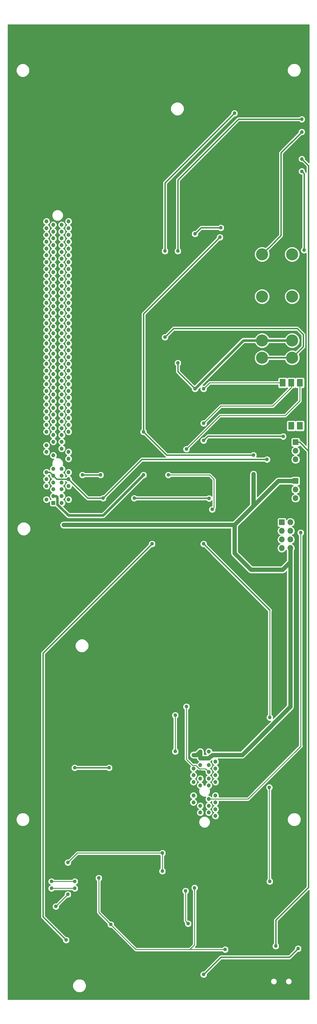
<source format=gbl>
G04 #@! TF.FileFunction,Copper,L2,Bot,Signal*
%FSLAX46Y46*%
G04 Gerber Fmt 4.6, Leading zero omitted, Abs format (unit mm)*
G04 Created by KiCad (PCBNEW 4.0.7) date 02/03/18 00:33:44*
%MOMM*%
%LPD*%
G01*
G04 APERTURE LIST*
%ADD10C,0.100000*%
%ADD11R,1.727200X1.727200*%
%ADD12O,1.727200X1.727200*%
%ADD13C,1.198880*%
%ADD14R,1.198880X1.198880*%
%ADD15C,3.556000*%
%ADD16R,1.700000X1.700000*%
%ADD17O,1.700000X1.700000*%
%ADD18R,1.778000X2.286000*%
%ADD19C,0.508000*%
%ADD20R,8.000000X8.000000*%
%ADD21C,1.102360*%
%ADD22C,0.381000*%
%ADD23C,0.254000*%
%ADD24C,1.270000*%
%ADD25C,0.762000*%
%ADD26C,0.508000*%
G04 APERTURE END LIST*
D10*
D11*
X157734000Y-120650000D03*
D12*
X160274000Y-120650000D03*
X157734000Y-123190000D03*
X160274000Y-123190000D03*
X157734000Y-125730000D03*
X160274000Y-125730000D03*
X157734000Y-128270000D03*
X160274000Y-128270000D03*
D13*
X138125200Y-201241660D03*
X136123680Y-202242420D03*
X138125200Y-203240640D03*
X136123680Y-204241400D03*
X138125200Y-205242160D03*
X136123680Y-206240380D03*
X138125200Y-207241140D03*
X133624320Y-202242420D03*
X133624320Y-204241400D03*
X133624320Y-206240380D03*
X131622800Y-201241660D03*
X131622800Y-203240640D03*
X131622800Y-205242160D03*
X131622800Y-207241140D03*
X136123680Y-198241920D03*
X136123680Y-196240400D03*
X136123680Y-194241420D03*
X136123680Y-192242440D03*
X136123680Y-190240920D03*
X136123680Y-188241940D03*
X138125200Y-189242700D03*
X138125200Y-191241680D03*
X138125200Y-193240660D03*
X138125200Y-195242180D03*
X138125200Y-197241160D03*
X133624320Y-188241940D03*
X131622800Y-189242700D03*
X133624320Y-190240920D03*
X131622800Y-191241680D03*
X133624320Y-192242440D03*
X131622800Y-193240660D03*
X133624320Y-194241420D03*
X131622800Y-195242180D03*
X133624320Y-196240400D03*
X131622800Y-197241160D03*
X133624320Y-198241920D03*
X88168480Y-101902260D03*
X90170000Y-100901500D03*
X88168480Y-99903280D03*
X90170000Y-98902520D03*
X88168480Y-97901760D03*
X90170000Y-96903540D03*
X88168480Y-95902780D03*
X92669360Y-100901500D03*
X92669360Y-98902520D03*
X92669360Y-96903540D03*
X94670880Y-101902260D03*
X94670880Y-99903280D03*
X94670880Y-97901760D03*
X94670880Y-95902780D03*
X90170000Y-104902000D03*
X90170000Y-106903520D03*
X90170000Y-108902500D03*
X90170000Y-110901480D03*
X90170000Y-112903000D03*
D14*
X90170000Y-114901980D03*
D13*
X88168480Y-113901220D03*
X88168480Y-111902240D03*
X88168480Y-109903260D03*
X88168480Y-107901740D03*
X88168480Y-105902760D03*
X92669360Y-114901980D03*
X94670880Y-113901220D03*
X92669360Y-112903000D03*
X94670880Y-111902240D03*
X92669360Y-110901480D03*
X94670880Y-109903260D03*
X92669360Y-108902500D03*
X94670880Y-107901740D03*
X92669360Y-106903520D03*
X94670880Y-105902760D03*
X92669360Y-104902000D03*
X92669360Y-94902020D03*
X94670880Y-93901260D03*
X92669360Y-92903040D03*
X94670880Y-91902280D03*
X92669360Y-90901520D03*
X94670880Y-89903300D03*
X92669360Y-88902540D03*
X94670880Y-87901780D03*
X92669360Y-86903560D03*
X94670880Y-85902800D03*
X92669360Y-84902040D03*
X94670880Y-83901280D03*
X92669360Y-82903060D03*
X94670880Y-81902300D03*
X90170000Y-94902020D03*
X88168480Y-93901260D03*
X90170000Y-92903040D03*
X88168480Y-91902280D03*
X90170000Y-90901520D03*
X88168480Y-89903300D03*
X90170000Y-88902540D03*
X88168480Y-87901780D03*
X90170000Y-86903560D03*
X88168480Y-85902800D03*
X90170000Y-84902040D03*
X88168480Y-83901280D03*
X90170000Y-82903060D03*
X88168480Y-81902300D03*
X92669360Y-80901540D03*
X94670880Y-79903320D03*
X92669360Y-78902560D03*
X94670880Y-77901800D03*
X92669360Y-76903580D03*
X94670880Y-75902820D03*
X92669360Y-74902060D03*
X94670880Y-73901300D03*
X92669360Y-72903080D03*
X94670880Y-71902320D03*
X92669360Y-70901560D03*
X94670880Y-69903340D03*
X92669360Y-68902580D03*
X94670880Y-67901820D03*
X92669360Y-66903600D03*
X94670880Y-65902840D03*
X92669360Y-64902080D03*
X90170000Y-80901540D03*
X88168480Y-79903320D03*
X90170000Y-78902560D03*
X88168480Y-77901800D03*
X90170000Y-76903580D03*
X88168480Y-75902820D03*
X90170000Y-74902060D03*
X88168480Y-73901300D03*
X90170000Y-72903080D03*
X88168480Y-71902320D03*
X90170000Y-70901560D03*
X88168480Y-69903340D03*
X90170000Y-68902580D03*
X88168480Y-67901820D03*
X90170000Y-66903600D03*
X88168480Y-65902840D03*
X90170000Y-64902080D03*
X94670880Y-63901320D03*
X92669360Y-62903100D03*
X94670880Y-61902340D03*
X92669360Y-60901580D03*
X94670880Y-59903360D03*
X92669360Y-58902600D03*
X94670880Y-57901840D03*
X92669360Y-56903620D03*
X94670880Y-55902860D03*
X92669360Y-54902100D03*
X94670880Y-53901340D03*
X92669360Y-52903120D03*
X94670880Y-51902360D03*
X92669360Y-50901600D03*
X94670880Y-49903380D03*
X92669360Y-48902620D03*
X94670880Y-47901860D03*
X92669360Y-46903640D03*
X94670880Y-45902880D03*
X92669360Y-44902120D03*
X94670880Y-43901360D03*
X92669360Y-42903140D03*
X94670880Y-41902380D03*
X92669360Y-40901620D03*
X94670880Y-39903400D03*
X92669360Y-38902640D03*
X94670880Y-37901880D03*
X92669360Y-36901120D03*
X94670880Y-35902900D03*
X92669360Y-34902140D03*
X94670880Y-33901380D03*
X92669360Y-32903160D03*
X94670880Y-31902400D03*
X88168480Y-63901320D03*
X90170000Y-62903100D03*
X88168480Y-61902340D03*
X90170000Y-60901580D03*
X88168480Y-59903360D03*
X90170000Y-58902600D03*
X88168480Y-57901840D03*
X90170000Y-56903620D03*
X88168480Y-55902860D03*
X90170000Y-54902100D03*
X88168480Y-53901340D03*
X90170000Y-52903120D03*
X88168480Y-51902360D03*
X90170000Y-50901600D03*
X88168480Y-49903380D03*
X90170000Y-48902620D03*
X88168480Y-47901860D03*
X90170000Y-46903640D03*
X88168480Y-45902880D03*
X90170000Y-44902120D03*
X88168480Y-43901360D03*
X90170000Y-42903140D03*
X88168480Y-41902380D03*
X90170000Y-40901620D03*
X88168480Y-39903400D03*
X90170000Y-38902640D03*
X88168480Y-37901880D03*
X90170000Y-36901120D03*
X88168480Y-35902900D03*
X90170000Y-34902140D03*
X88168480Y-33901380D03*
X90170000Y-32903160D03*
X88168480Y-31902400D03*
D15*
X151892000Y-72136000D03*
X151892000Y-67005200D03*
D16*
X161798000Y-97028000D03*
D17*
X161798000Y-99568000D03*
X161798000Y-102108000D03*
D16*
X161798000Y-108458000D03*
D17*
X161798000Y-110998000D03*
X161798000Y-113538000D03*
D18*
X157988000Y-92202000D03*
X160528000Y-92202000D03*
X163068000Y-92202000D03*
X163068000Y-79502000D03*
X160528000Y-79502000D03*
X157988000Y-79502000D03*
D15*
X160782000Y-72136000D03*
X160782000Y-67005200D03*
X151892000Y-46736000D03*
X151892000Y-41605200D03*
X151892000Y-59182000D03*
X151892000Y-54051200D03*
X160782000Y-59182000D03*
X160782000Y-54051200D03*
X160782000Y-46736000D03*
X160782000Y-41605200D03*
D19*
X123142000Y-236664000D03*
D20*
X119642000Y-233164000D03*
D19*
X123142000Y-235664000D03*
X123142000Y-234664000D03*
X123142000Y-233664000D03*
X123142000Y-232664000D03*
X123142000Y-231664000D03*
X123142000Y-230664000D03*
X123142000Y-229664000D03*
X122142000Y-236664000D03*
X122142000Y-235664000D03*
X122142000Y-234664000D03*
X122142000Y-233664000D03*
X122142000Y-232664000D03*
X122142000Y-231664000D03*
X122142000Y-230664000D03*
X122142000Y-229664000D03*
X121142000Y-236664000D03*
X121142000Y-235664000D03*
X121142000Y-234664000D03*
X121142000Y-233664000D03*
X121142000Y-232664000D03*
X121142000Y-231664000D03*
X121142000Y-230664000D03*
X121142000Y-229664000D03*
X120142000Y-236664000D03*
X120142000Y-235664000D03*
X120142000Y-234664000D03*
X120142000Y-233664000D03*
X120142000Y-232664000D03*
X120142000Y-231664000D03*
X120142000Y-230664000D03*
X120142000Y-229664000D03*
X119142000Y-236664000D03*
X119142000Y-235664000D03*
X119142000Y-234664000D03*
X119142000Y-233664000D03*
X119142000Y-232664000D03*
X119142000Y-231664000D03*
X119142000Y-230664000D03*
X119142000Y-229664000D03*
X118142000Y-236664000D03*
X118142000Y-235664000D03*
X118142000Y-234664000D03*
X118142000Y-233664000D03*
X118142000Y-232664000D03*
X118142000Y-231664000D03*
X118142000Y-230664000D03*
X118142000Y-229664000D03*
X117142000Y-236664000D03*
X117142000Y-235664000D03*
X117142000Y-234664000D03*
X117142000Y-233664000D03*
X117142000Y-231664000D03*
X117142000Y-232664000D03*
X117142000Y-230664000D03*
X117142000Y-229664000D03*
X116142000Y-236664000D03*
X116142000Y-235664000D03*
X116142000Y-234664000D03*
X116142000Y-233664000D03*
X116142000Y-232664000D03*
X116142000Y-231664000D03*
X116142000Y-230664000D03*
X116142000Y-229664000D03*
D21*
X95300800Y-235458000D03*
X144170400Y-236626400D03*
X163652200Y-17119600D03*
X136245600Y-113588800D03*
X114096800Y-113538000D03*
X153365200Y-102108000D03*
X164338000Y-40386000D03*
X104902000Y-113538000D03*
X163652200Y-13487400D03*
X155956000Y-245618000D03*
X106680000Y-193040000D03*
X96520000Y-193040000D03*
X162560000Y-246380000D03*
X134620000Y-254000000D03*
X149352000Y-100838000D03*
X116840000Y-93980000D03*
X139446000Y-36576000D03*
X131953000Y-228473000D03*
X140970000Y-246634000D03*
X107188000Y-239268000D03*
X103632000Y-225552000D03*
X154025600Y-198831200D03*
X154178000Y-178206400D03*
X134620000Y-127000000D03*
X154178000Y-226568000D03*
X94488000Y-220980000D03*
X90932000Y-233934000D03*
X94488000Y-230378000D03*
X122428000Y-218186000D03*
X122428000Y-223520000D03*
X163322000Y-123698000D03*
X129540000Y-175006000D03*
X129540000Y-99060000D03*
X163652200Y-5511800D03*
X149352000Y-106426000D03*
X93218000Y-121412000D03*
X137160000Y-116840000D03*
X124206000Y-106680000D03*
X134620000Y-81280000D03*
X126238000Y-188214000D03*
X126238000Y-177546000D03*
X134620000Y-91440000D03*
X158140400Y-95300800D03*
X134620000Y-96520000D03*
X89662000Y-228600000D03*
X96520000Y-228600000D03*
X96520000Y-226568000D03*
X89662000Y-226568000D03*
X163652200Y-1752600D03*
X127000000Y-73660000D03*
X127000000Y-40640000D03*
X132080000Y-81280000D03*
X116840000Y-106680000D03*
X143738600Y0D03*
X98806000Y-106680000D03*
X104140000Y-106680000D03*
X123190000Y-66040000D03*
X123190000Y-40640000D03*
X130048000Y-239014000D03*
X129286000Y-229362000D03*
X143510000Y-19050000D03*
X143510000Y-7594600D03*
X96316800Y-239115600D03*
X139700000Y-243941600D03*
X143510000Y-229057200D03*
X143560800Y-224485200D03*
X83058000Y-103886000D03*
X150876000Y-28956000D03*
X147320000Y-98806000D03*
X159512000Y-259080000D03*
X113792000Y-197612000D03*
X139700000Y-33782000D03*
X132080000Y-35560000D03*
X119380000Y-127000000D03*
X93980000Y-243840000D03*
D22*
X164338000Y-40386000D02*
X164338000Y-17805400D01*
X164338000Y-17805400D02*
X163652200Y-17119600D01*
X114096800Y-113538000D02*
X136194800Y-113538000D01*
X136194800Y-113538000D02*
X136245600Y-113588800D01*
X153365200Y-102108000D02*
X116332000Y-102108000D01*
X116332000Y-102108000D02*
X104902000Y-113538000D01*
X88168480Y-105902760D02*
X89169240Y-105902760D01*
X89169240Y-105902760D02*
X90170000Y-106903520D01*
X90170000Y-106903520D02*
X91168220Y-107901740D01*
X91168220Y-107901740D02*
X94670880Y-107901740D01*
X104902000Y-113538000D02*
X100307140Y-113538000D01*
X100307140Y-113538000D02*
X94670880Y-107901740D01*
X165608000Y-40894000D02*
X165608000Y-15443200D01*
X165608000Y-15443200D02*
X163652200Y-13487400D01*
X165608000Y-57353200D02*
X165608000Y-40894000D01*
X165608000Y-99607000D02*
X165608000Y-57353200D01*
X165608000Y-228346000D02*
X165608000Y-99607000D01*
X165608000Y-99607000D02*
X163029000Y-97028000D01*
X163029000Y-97028000D02*
X161798000Y-97028000D01*
X155956000Y-237998000D02*
X165608000Y-228346000D01*
X155956000Y-245618000D02*
X155956000Y-237998000D01*
X96520000Y-193040000D02*
X106680000Y-193040000D01*
X139700000Y-248920000D02*
X160020000Y-248920000D01*
X160020000Y-248920000D02*
X162560000Y-246380000D01*
X135171179Y-253448821D02*
X139700000Y-248920000D01*
X134620000Y-254000000D02*
X135171179Y-253448821D01*
X116840000Y-93980000D02*
X123698000Y-100838000D01*
X123698000Y-100838000D02*
X149352000Y-100838000D01*
X116840000Y-59182000D02*
X116840000Y-93980000D01*
X139446000Y-36576000D02*
X116840000Y-59182000D01*
D23*
X114554000Y-246634000D02*
X130556000Y-246634000D01*
X130556000Y-246634000D02*
X140970000Y-246634000D01*
X131953000Y-228473000D02*
X131953000Y-245237000D01*
X131953000Y-245237000D02*
X130556000Y-246634000D01*
X107739179Y-239819179D02*
X114554000Y-246634000D01*
X107188000Y-239268000D02*
X107739179Y-239819179D01*
X106680000Y-238760000D02*
X107188000Y-239268000D01*
X103632000Y-225552000D02*
X103632000Y-235712000D01*
X103632000Y-235712000D02*
X106680000Y-238760000D01*
X154025600Y-198831200D02*
X154025600Y-226415600D01*
X154025600Y-226415600D02*
X154178000Y-226568000D01*
X154178000Y-146558000D02*
X154178000Y-178206400D01*
D22*
X154178000Y-146558000D02*
X134620000Y-127000000D01*
D23*
X121648514Y-218186000D02*
X97282000Y-218186000D01*
X97282000Y-218186000D02*
X94488000Y-220980000D01*
X122428000Y-218186000D02*
X121648514Y-218186000D01*
X94488000Y-230378000D02*
X90932000Y-233934000D01*
X122428000Y-223520000D02*
X122428000Y-218186000D01*
X136123680Y-202242420D02*
X147769580Y-202242420D01*
X163322000Y-142748000D02*
X163322000Y-128778000D01*
X147769580Y-202242420D02*
X163372800Y-186639200D01*
X163372800Y-186639200D02*
X163322000Y-186588400D01*
X163322000Y-186588400D02*
X163322000Y-142748000D01*
X163322000Y-128778000D02*
X163322000Y-129032000D01*
X163322000Y-123698000D02*
X163322000Y-128778000D01*
X129540000Y-175006000D02*
X129540000Y-190534750D01*
X129540000Y-190534750D02*
X131316269Y-192311019D01*
X133317789Y-193311779D02*
X135194039Y-193311779D01*
X135194039Y-193311779D02*
X135524241Y-193641981D01*
X131316269Y-192311019D02*
X132317029Y-192311019D01*
X132317029Y-192311019D02*
X133317789Y-193311779D01*
X135524241Y-193641981D02*
X136123680Y-194241420D01*
X158750000Y-89154000D02*
X139446000Y-89154000D01*
X139446000Y-89154000D02*
X129540000Y-99060000D01*
X163068000Y-84836000D02*
X158750000Y-89154000D01*
X163068000Y-79502000D02*
X163068000Y-84836000D01*
D22*
X157480000Y-23774400D02*
X157480000Y-11684000D01*
X157480000Y-11684000D02*
X163652200Y-5511800D01*
D24*
X160274000Y-128270000D02*
X160274000Y-130860800D01*
X160274000Y-175006000D02*
X160274000Y-130860800D01*
X160274000Y-130860800D02*
X160274000Y-132334000D01*
X138125200Y-189242700D02*
X146037300Y-189242700D01*
X146037300Y-189242700D02*
X160274000Y-175006000D01*
X136123680Y-190240920D02*
X136723119Y-189641481D01*
X136723119Y-189641481D02*
X136878683Y-189641481D01*
X136878683Y-189641481D02*
X137277464Y-189242700D01*
X137277464Y-189242700D02*
X138125200Y-189242700D01*
X133624320Y-190240920D02*
X136123680Y-190240920D01*
X133624320Y-188241940D02*
X133624320Y-190240920D01*
X131622800Y-189242700D02*
X132623560Y-189242700D01*
X132623560Y-189242700D02*
X133624320Y-188241940D01*
D22*
X157480000Y-23774400D02*
X157480000Y-36068000D01*
X157480000Y-36068000D02*
X153720799Y-39827201D01*
X153720799Y-39827201D02*
X153669999Y-39827201D01*
X153669999Y-39827201D02*
X151892000Y-41605200D01*
D24*
X160274000Y-132334000D02*
X157988000Y-134620000D01*
X157988000Y-134620000D02*
X148590000Y-134620000D01*
X148590000Y-134620000D02*
X143764000Y-129794000D01*
X143764000Y-129794000D02*
X143764000Y-121412000D01*
X149352000Y-115824000D02*
X156718000Y-108458000D01*
X145542000Y-119634000D02*
X149352000Y-115824000D01*
X149352000Y-115824000D02*
X149352000Y-106426000D01*
X140462000Y-121412000D02*
X143764000Y-121412000D01*
X93218000Y-121412000D02*
X140462000Y-121412000D01*
X143764000Y-121412000D02*
X145542000Y-119634000D01*
X156718000Y-108458000D02*
X161798000Y-108458000D01*
D23*
X137711179Y-116288821D02*
X137711179Y-107993179D01*
X127000000Y-106680000D02*
X124206000Y-106680000D01*
X134620000Y-81280000D02*
X136398000Y-79502000D01*
X136398000Y-79502000D02*
X157988000Y-79502000D01*
X137711179Y-107993179D02*
X136398000Y-106680000D01*
X136398000Y-106680000D02*
X127000000Y-106680000D01*
X137160000Y-116840000D02*
X137711179Y-116288821D01*
X126238000Y-177546000D02*
X126238000Y-188214000D01*
X141593408Y-86360000D02*
X139700000Y-86360000D01*
X139700000Y-86360000D02*
X134620000Y-91440000D01*
X155067000Y-86360000D02*
X141593408Y-86360000D01*
X160528000Y-79502000D02*
X160528000Y-80899000D01*
X160528000Y-80899000D02*
X155067000Y-86360000D01*
D22*
X135890000Y-95250000D02*
X158089600Y-95250000D01*
X158089600Y-95250000D02*
X158140400Y-95300800D01*
X135890000Y-95250000D02*
X134620000Y-96520000D01*
D23*
X96520000Y-228600000D02*
X89662000Y-228600000D01*
X89662000Y-226568000D02*
X96520000Y-226568000D01*
D22*
X127000000Y-40640000D02*
X127000000Y-19710400D01*
X127000000Y-19710400D02*
X144957800Y-1752600D01*
X144957800Y-1752600D02*
X163652200Y-1752600D01*
D25*
X116840000Y-106680000D02*
X104902000Y-118618000D01*
X91017736Y-112903000D02*
X90170000Y-112903000D01*
X104902000Y-118618000D02*
X94633590Y-118618000D01*
X94633590Y-118618000D02*
X91353641Y-115338051D01*
X91353641Y-115338051D02*
X91353641Y-113238905D01*
X91353641Y-113238905D02*
X91017736Y-112903000D01*
D22*
X127000000Y-73660000D02*
X127000000Y-76200000D01*
X127000000Y-76200000D02*
X132080000Y-81280000D01*
D25*
X151892000Y-67005200D02*
X154406471Y-67005200D01*
X154406471Y-67005200D02*
X160782000Y-67005200D01*
X132080000Y-81280000D02*
X146354800Y-67005200D01*
X146354800Y-67005200D02*
X151892000Y-67005200D01*
D22*
X123190000Y-33502600D02*
X123190000Y-40640000D01*
X123190000Y-33274000D02*
X123190000Y-33502600D01*
X123190000Y-33502600D02*
X123190000Y-20548600D01*
X123190000Y-20548600D02*
X143738600Y0D01*
X104140000Y-106680000D02*
X98806000Y-106680000D01*
X162306000Y-63500000D02*
X125730000Y-63500000D01*
X125730000Y-63500000D02*
X123190000Y-66040000D01*
X164084000Y-65278000D02*
X162306000Y-63500000D01*
X164084000Y-68834000D02*
X164084000Y-65278000D01*
X160782000Y-72136000D02*
X164084000Y-68834000D01*
D26*
X160782000Y-72136000D02*
X158267529Y-72136000D01*
X158267529Y-72136000D02*
X151892000Y-72136000D01*
D23*
X129286000Y-238252000D02*
X130048000Y-239014000D01*
X129286000Y-238252000D02*
X129286000Y-229362000D01*
D22*
X132080000Y-35560000D02*
X133858000Y-33782000D01*
X133858000Y-33782000D02*
X139700000Y-33782000D01*
X87122000Y-227709575D02*
X87122000Y-159258000D01*
X87122000Y-159258000D02*
X119380000Y-127000000D01*
X87122000Y-236982000D02*
X87122000Y-227709575D01*
X93980000Y-243840000D02*
X87122000Y-236982000D01*
D23*
G36*
X165787000Y-14634372D02*
X164711319Y-13558691D01*
X164711564Y-13277640D01*
X164550653Y-12888206D01*
X164252961Y-12589994D01*
X163863808Y-12428404D01*
X163442440Y-12428036D01*
X163053006Y-12588947D01*
X162754794Y-12886639D01*
X162593204Y-13275792D01*
X162592836Y-13697160D01*
X162753747Y-14086594D01*
X163051439Y-14384806D01*
X163440592Y-14546396D01*
X163723615Y-14546643D01*
X164909500Y-15732528D01*
X164909500Y-17427601D01*
X164831914Y-17311486D01*
X164711319Y-17190891D01*
X164711564Y-16909840D01*
X164550653Y-16520406D01*
X164252961Y-16222194D01*
X163863808Y-16060604D01*
X163442440Y-16060236D01*
X163053006Y-16221147D01*
X162754794Y-16518839D01*
X162593204Y-16907992D01*
X162592836Y-17329360D01*
X162753747Y-17718794D01*
X163051439Y-18017006D01*
X163440592Y-18178596D01*
X163639500Y-18178770D01*
X163639500Y-39586680D01*
X163440594Y-39785239D01*
X163279004Y-40174392D01*
X163278636Y-40595760D01*
X163439547Y-40985194D01*
X163737239Y-41283406D01*
X164126392Y-41444996D01*
X164547760Y-41445364D01*
X164909500Y-41295896D01*
X164909500Y-97920672D01*
X163522914Y-96534086D01*
X163296305Y-96382670D01*
X163165952Y-96356741D01*
X163165952Y-96178000D01*
X163130530Y-95989747D01*
X163019272Y-95816847D01*
X162849512Y-95700855D01*
X162648000Y-95660048D01*
X160948000Y-95660048D01*
X160759747Y-95695470D01*
X160586847Y-95806728D01*
X160470855Y-95976488D01*
X160430048Y-96178000D01*
X160430048Y-97878000D01*
X160465470Y-98066253D01*
X160576728Y-98239153D01*
X160746488Y-98355145D01*
X160948000Y-98395952D01*
X161128121Y-98395952D01*
X160811144Y-98607749D01*
X160516767Y-99048316D01*
X160413395Y-99568000D01*
X160516767Y-100087684D01*
X160811144Y-100528251D01*
X161251711Y-100822628D01*
X161328991Y-100838000D01*
X161251711Y-100853372D01*
X160811144Y-101147749D01*
X160516767Y-101588316D01*
X160413395Y-102108000D01*
X160516767Y-102627684D01*
X160811144Y-103068251D01*
X161251711Y-103362628D01*
X161771395Y-103466000D01*
X161824605Y-103466000D01*
X162344289Y-103362628D01*
X162784856Y-103068251D01*
X163079233Y-102627684D01*
X163182605Y-102108000D01*
X163079233Y-101588316D01*
X162784856Y-101147749D01*
X162344289Y-100853372D01*
X162267009Y-100838000D01*
X162344289Y-100822628D01*
X162784856Y-100528251D01*
X163079233Y-100087684D01*
X163182605Y-99568000D01*
X163079233Y-99048316D01*
X162784856Y-98607749D01*
X162467879Y-98395952D01*
X162648000Y-98395952D01*
X162836253Y-98360530D01*
X163009153Y-98249272D01*
X163111968Y-98098796D01*
X164909500Y-99896328D01*
X164909500Y-228056672D01*
X155462086Y-237504086D01*
X155310670Y-237730695D01*
X155310670Y-237730696D01*
X155257500Y-237998000D01*
X155257500Y-244818680D01*
X155058594Y-245017239D01*
X154897004Y-245406392D01*
X154896636Y-245827760D01*
X155057547Y-246217194D01*
X155355239Y-246515406D01*
X155744392Y-246676996D01*
X156165760Y-246677364D01*
X156555194Y-246516453D01*
X156853406Y-246218761D01*
X157014996Y-245829608D01*
X157015364Y-245408240D01*
X156854453Y-245018806D01*
X156654500Y-244818504D01*
X156654500Y-238287328D01*
X165787000Y-229154828D01*
X165787000Y-261291000D01*
X76783000Y-261291000D01*
X76783000Y-257703664D01*
X95875652Y-257703664D01*
X96180708Y-258441955D01*
X96745074Y-259007307D01*
X97482832Y-259313651D01*
X98281664Y-259314348D01*
X99019955Y-259009292D01*
X99585307Y-258444926D01*
X99891651Y-257707168D01*
X99892348Y-256908336D01*
X99608645Y-256221722D01*
X154407834Y-256221722D01*
X154553374Y-256573954D01*
X154822628Y-256843679D01*
X155174606Y-256989833D01*
X155555722Y-256990166D01*
X155907954Y-256844626D01*
X156177679Y-256575372D01*
X156323833Y-256223394D01*
X156323834Y-256221722D01*
X158807834Y-256221722D01*
X158953374Y-256573954D01*
X159222628Y-256843679D01*
X159574606Y-256989833D01*
X159955722Y-256990166D01*
X160307954Y-256844626D01*
X160577679Y-256575372D01*
X160723833Y-256223394D01*
X160724166Y-255842278D01*
X160578626Y-255490046D01*
X160309372Y-255220321D01*
X159957394Y-255074167D01*
X159576278Y-255073834D01*
X159224046Y-255219374D01*
X158954321Y-255488628D01*
X158808167Y-255840606D01*
X158807834Y-256221722D01*
X156323834Y-256221722D01*
X156324166Y-255842278D01*
X156178626Y-255490046D01*
X155909372Y-255220321D01*
X155557394Y-255074167D01*
X155176278Y-255073834D01*
X154824046Y-255219374D01*
X154554321Y-255488628D01*
X154408167Y-255840606D01*
X154407834Y-256221722D01*
X99608645Y-256221722D01*
X99587292Y-256170045D01*
X99022926Y-255604693D01*
X98285168Y-255298349D01*
X97486336Y-255297652D01*
X96748045Y-255602708D01*
X96182693Y-256167074D01*
X95876349Y-256904832D01*
X95875652Y-257703664D01*
X76783000Y-257703664D01*
X76783000Y-254209760D01*
X133560636Y-254209760D01*
X133721547Y-254599194D01*
X134019239Y-254897406D01*
X134408392Y-255058996D01*
X134829760Y-255059364D01*
X135219194Y-254898453D01*
X135517406Y-254600761D01*
X135678996Y-254211608D01*
X135679243Y-253928585D01*
X139989328Y-249618500D01*
X160020000Y-249618500D01*
X160287305Y-249565330D01*
X160513914Y-249413914D01*
X162488709Y-247439119D01*
X162769760Y-247439364D01*
X163159194Y-247278453D01*
X163457406Y-246980761D01*
X163618996Y-246591608D01*
X163619364Y-246170240D01*
X163458453Y-245780806D01*
X163160761Y-245482594D01*
X162771608Y-245321004D01*
X162350240Y-245320636D01*
X161960806Y-245481547D01*
X161662594Y-245779239D01*
X161501004Y-246168392D01*
X161500757Y-246451415D01*
X159730672Y-248221500D01*
X139700000Y-248221500D01*
X139432695Y-248274670D01*
X139206086Y-248426086D01*
X134691291Y-252940881D01*
X134410240Y-252940636D01*
X134020806Y-253101547D01*
X133722594Y-253399239D01*
X133561004Y-253788392D01*
X133560636Y-254209760D01*
X76783000Y-254209760D01*
X76783000Y-208677664D01*
X79170052Y-208677664D01*
X79475108Y-209415955D01*
X80039474Y-209981307D01*
X80777232Y-210287651D01*
X81576064Y-210288348D01*
X82314355Y-209983292D01*
X82879707Y-209418926D01*
X83186051Y-208681168D01*
X83186748Y-207882336D01*
X82881692Y-207144045D01*
X82317326Y-206578693D01*
X81579568Y-206272349D01*
X80780736Y-206271652D01*
X80042445Y-206576708D01*
X79477093Y-207141074D01*
X79170749Y-207878832D01*
X79170052Y-208677664D01*
X76783000Y-208677664D01*
X76783000Y-159258000D01*
X86423500Y-159258000D01*
X86423500Y-236982000D01*
X86476670Y-237249305D01*
X86628086Y-237475914D01*
X92920881Y-243768709D01*
X92920636Y-244049760D01*
X93081547Y-244439194D01*
X93379239Y-244737406D01*
X93768392Y-244898996D01*
X94189760Y-244899364D01*
X94579194Y-244738453D01*
X94877406Y-244440761D01*
X95038996Y-244051608D01*
X95039364Y-243630240D01*
X94878453Y-243240806D01*
X94580761Y-242942594D01*
X94191608Y-242781004D01*
X93908585Y-242780757D01*
X87820500Y-236692672D01*
X87820500Y-234143760D01*
X89872636Y-234143760D01*
X90033547Y-234533194D01*
X90331239Y-234831406D01*
X90720392Y-234992996D01*
X91141760Y-234993364D01*
X91531194Y-234832453D01*
X91829406Y-234534761D01*
X91990996Y-234145608D01*
X91991322Y-233772704D01*
X94326986Y-231437040D01*
X94697760Y-231437364D01*
X95087194Y-231276453D01*
X95385406Y-230978761D01*
X95546996Y-230589608D01*
X95547364Y-230168240D01*
X95386453Y-229778806D01*
X95088761Y-229480594D01*
X94699608Y-229319004D01*
X94278240Y-229318636D01*
X93888806Y-229479547D01*
X93590594Y-229777239D01*
X93429004Y-230166392D01*
X93428678Y-230539296D01*
X91093014Y-232874960D01*
X90722240Y-232874636D01*
X90332806Y-233035547D01*
X90034594Y-233333239D01*
X89873004Y-233722392D01*
X89872636Y-234143760D01*
X87820500Y-234143760D01*
X87820500Y-226777760D01*
X88602636Y-226777760D01*
X88763547Y-227167194D01*
X89061239Y-227465406D01*
X89347068Y-227584092D01*
X89062806Y-227701547D01*
X88764594Y-227999239D01*
X88603004Y-228388392D01*
X88602636Y-228809760D01*
X88763547Y-229199194D01*
X89061239Y-229497406D01*
X89450392Y-229658996D01*
X89871760Y-229659364D01*
X90261194Y-229498453D01*
X90525107Y-229235000D01*
X95657291Y-229235000D01*
X95919239Y-229497406D01*
X96308392Y-229658996D01*
X96729760Y-229659364D01*
X97119194Y-229498453D01*
X97417406Y-229200761D01*
X97578996Y-228811608D01*
X97579364Y-228390240D01*
X97418453Y-228000806D01*
X97120761Y-227702594D01*
X96834932Y-227583908D01*
X97119194Y-227466453D01*
X97417406Y-227168761D01*
X97578996Y-226779608D01*
X97579364Y-226358240D01*
X97418453Y-225968806D01*
X97211769Y-225761760D01*
X102572636Y-225761760D01*
X102733547Y-226151194D01*
X102997000Y-226415107D01*
X102997000Y-235712000D01*
X103045336Y-235955004D01*
X103182987Y-236161013D01*
X106128960Y-239106986D01*
X106128636Y-239477760D01*
X106289547Y-239867194D01*
X106587239Y-240165406D01*
X106976392Y-240326996D01*
X107349296Y-240327322D01*
X114104987Y-247083013D01*
X114310995Y-247220664D01*
X114554000Y-247269000D01*
X140107291Y-247269000D01*
X140369239Y-247531406D01*
X140758392Y-247692996D01*
X141179760Y-247693364D01*
X141569194Y-247532453D01*
X141867406Y-247234761D01*
X142028996Y-246845608D01*
X142029364Y-246424240D01*
X141868453Y-246034806D01*
X141570761Y-245736594D01*
X141181608Y-245575004D01*
X140760240Y-245574636D01*
X140370806Y-245735547D01*
X140106893Y-245999000D01*
X132089026Y-245999000D01*
X132402013Y-245686013D01*
X132539664Y-245480005D01*
X132588000Y-245237000D01*
X132588000Y-229335709D01*
X132850406Y-229073761D01*
X133011996Y-228684608D01*
X133012364Y-228263240D01*
X132851453Y-227873806D01*
X132553761Y-227575594D01*
X132164608Y-227414004D01*
X131743240Y-227413636D01*
X131353806Y-227574547D01*
X131055594Y-227872239D01*
X130894004Y-228261392D01*
X130893636Y-228682760D01*
X131054547Y-229072194D01*
X131318000Y-229336107D01*
X131318000Y-244973974D01*
X130292974Y-245999000D01*
X114817026Y-245999000D01*
X108247040Y-239429014D01*
X108247364Y-239058240D01*
X108086453Y-238668806D01*
X107788761Y-238370594D01*
X107399608Y-238209004D01*
X107026704Y-238208678D01*
X104267000Y-235448974D01*
X104267000Y-229571760D01*
X128226636Y-229571760D01*
X128387547Y-229961194D01*
X128651000Y-230225107D01*
X128651000Y-238252000D01*
X128699336Y-238495004D01*
X128836987Y-238701013D01*
X128988960Y-238852986D01*
X128988636Y-239223760D01*
X129149547Y-239613194D01*
X129447239Y-239911406D01*
X129836392Y-240072996D01*
X130257760Y-240073364D01*
X130647194Y-239912453D01*
X130945406Y-239614761D01*
X131106996Y-239225608D01*
X131107364Y-238804240D01*
X130946453Y-238414806D01*
X130648761Y-238116594D01*
X130259608Y-237955004D01*
X129921000Y-237954708D01*
X129921000Y-230224709D01*
X130183406Y-229962761D01*
X130344996Y-229573608D01*
X130345364Y-229152240D01*
X130184453Y-228762806D01*
X129886761Y-228464594D01*
X129497608Y-228303004D01*
X129076240Y-228302636D01*
X128686806Y-228463547D01*
X128388594Y-228761239D01*
X128227004Y-229150392D01*
X128226636Y-229571760D01*
X104267000Y-229571760D01*
X104267000Y-226414709D01*
X104529406Y-226152761D01*
X104690996Y-225763608D01*
X104691364Y-225342240D01*
X104530453Y-224952806D01*
X104232761Y-224654594D01*
X103843608Y-224493004D01*
X103422240Y-224492636D01*
X103032806Y-224653547D01*
X102734594Y-224951239D01*
X102573004Y-225340392D01*
X102572636Y-225761760D01*
X97211769Y-225761760D01*
X97120761Y-225670594D01*
X96731608Y-225509004D01*
X96310240Y-225508636D01*
X95920806Y-225669547D01*
X95656893Y-225933000D01*
X90524709Y-225933000D01*
X90262761Y-225670594D01*
X89873608Y-225509004D01*
X89452240Y-225508636D01*
X89062806Y-225669547D01*
X88764594Y-225967239D01*
X88603004Y-226356392D01*
X88602636Y-226777760D01*
X87820500Y-226777760D01*
X87820500Y-221189760D01*
X93428636Y-221189760D01*
X93589547Y-221579194D01*
X93887239Y-221877406D01*
X94276392Y-222038996D01*
X94697760Y-222039364D01*
X95087194Y-221878453D01*
X95385406Y-221580761D01*
X95546996Y-221191608D01*
X95547322Y-220818704D01*
X97545026Y-218821000D01*
X121565291Y-218821000D01*
X121793000Y-219049107D01*
X121793000Y-222657291D01*
X121530594Y-222919239D01*
X121369004Y-223308392D01*
X121368636Y-223729760D01*
X121529547Y-224119194D01*
X121827239Y-224417406D01*
X122216392Y-224578996D01*
X122637760Y-224579364D01*
X123027194Y-224418453D01*
X123325406Y-224120761D01*
X123486996Y-223731608D01*
X123487364Y-223310240D01*
X123326453Y-222920806D01*
X123063000Y-222656893D01*
X123063000Y-219048709D01*
X123325406Y-218786761D01*
X123486996Y-218397608D01*
X123487364Y-217976240D01*
X123326453Y-217586806D01*
X123028761Y-217288594D01*
X122639608Y-217127004D01*
X122218240Y-217126636D01*
X121828806Y-217287547D01*
X121564893Y-217551000D01*
X97282000Y-217551000D01*
X97038996Y-217599336D01*
X96832987Y-217736987D01*
X94649014Y-219920960D01*
X94278240Y-219920636D01*
X93888806Y-220081547D01*
X93590594Y-220379239D01*
X93429004Y-220768392D01*
X93428636Y-221189760D01*
X87820500Y-221189760D01*
X87820500Y-209380281D01*
X133165554Y-209380281D01*
X133425056Y-210008325D01*
X133905147Y-210489255D01*
X134532737Y-210749853D01*
X135212281Y-210750446D01*
X135840325Y-210490944D01*
X136321255Y-210010853D01*
X136581853Y-209383263D01*
X136582446Y-208703719D01*
X136322944Y-208075675D01*
X135842853Y-207594745D01*
X135215263Y-207334147D01*
X134535719Y-207333554D01*
X133907675Y-207593056D01*
X133426745Y-208073147D01*
X133166147Y-208700737D01*
X133165554Y-209380281D01*
X87820500Y-209380281D01*
X87820500Y-204460717D01*
X132516688Y-204460717D01*
X132684931Y-204867895D01*
X132996187Y-205179694D01*
X133143422Y-205240831D01*
X132997825Y-205300991D01*
X132686026Y-205612247D01*
X132517073Y-206019130D01*
X132516688Y-206459697D01*
X132684931Y-206866875D01*
X132996187Y-207178674D01*
X133403070Y-207347627D01*
X133843637Y-207348012D01*
X134250815Y-207179769D01*
X134562614Y-206868513D01*
X134731567Y-206461630D01*
X134731952Y-206021063D01*
X134563709Y-205613885D01*
X134252453Y-205302086D01*
X134105218Y-205240949D01*
X134250815Y-205180789D01*
X134562614Y-204869533D01*
X134731567Y-204462650D01*
X134731952Y-204022083D01*
X134563709Y-203614905D01*
X134252453Y-203303106D01*
X133845570Y-203134153D01*
X133405003Y-203133768D01*
X132997825Y-203302011D01*
X132686026Y-203613267D01*
X132517073Y-204020150D01*
X132516688Y-204460717D01*
X87820500Y-204460717D01*
X87820500Y-201460977D01*
X130515168Y-201460977D01*
X130683411Y-201868155D01*
X130994667Y-202179954D01*
X131141902Y-202241091D01*
X130996305Y-202301251D01*
X130684506Y-202612507D01*
X130515553Y-203019390D01*
X130515168Y-203459957D01*
X130683411Y-203867135D01*
X130994667Y-204178934D01*
X131401550Y-204347887D01*
X131842117Y-204348272D01*
X132249295Y-204180029D01*
X132561094Y-203868773D01*
X132730047Y-203461890D01*
X132730432Y-203021323D01*
X132562189Y-202614145D01*
X132250933Y-202302346D01*
X132103698Y-202241209D01*
X132249295Y-202181049D01*
X132561094Y-201869793D01*
X132730047Y-201462910D01*
X132730432Y-201022343D01*
X132562189Y-200615165D01*
X132250933Y-200303366D01*
X131844050Y-200134413D01*
X131403483Y-200134028D01*
X130996305Y-200302271D01*
X130684506Y-200613527D01*
X130515553Y-201020410D01*
X130515168Y-201460977D01*
X87820500Y-201460977D01*
X87820500Y-193249760D01*
X95460636Y-193249760D01*
X95621547Y-193639194D01*
X95919239Y-193937406D01*
X96308392Y-194098996D01*
X96729760Y-194099364D01*
X97119194Y-193938453D01*
X97319496Y-193738500D01*
X105880680Y-193738500D01*
X106079239Y-193937406D01*
X106468392Y-194098996D01*
X106889760Y-194099364D01*
X107279194Y-193938453D01*
X107577406Y-193640761D01*
X107738996Y-193251608D01*
X107739364Y-192830240D01*
X107578453Y-192440806D01*
X107280761Y-192142594D01*
X106891608Y-191981004D01*
X106470240Y-191980636D01*
X106080806Y-192141547D01*
X105880504Y-192341500D01*
X97319320Y-192341500D01*
X97120761Y-192142594D01*
X96731608Y-191981004D01*
X96310240Y-191980636D01*
X95920806Y-192141547D01*
X95622594Y-192439239D01*
X95461004Y-192828392D01*
X95460636Y-193249760D01*
X87820500Y-193249760D01*
X87820500Y-177755760D01*
X125178636Y-177755760D01*
X125339547Y-178145194D01*
X125603000Y-178409107D01*
X125603000Y-187351291D01*
X125340594Y-187613239D01*
X125179004Y-188002392D01*
X125178636Y-188423760D01*
X125339547Y-188813194D01*
X125637239Y-189111406D01*
X126026392Y-189272996D01*
X126447760Y-189273364D01*
X126837194Y-189112453D01*
X127135406Y-188814761D01*
X127296996Y-188425608D01*
X127297364Y-188004240D01*
X127136453Y-187614806D01*
X126873000Y-187350893D01*
X126873000Y-178408709D01*
X127135406Y-178146761D01*
X127296996Y-177757608D01*
X127297364Y-177336240D01*
X127136453Y-176946806D01*
X126838761Y-176648594D01*
X126449608Y-176487004D01*
X126028240Y-176486636D01*
X125638806Y-176647547D01*
X125340594Y-176945239D01*
X125179004Y-177334392D01*
X125178636Y-177755760D01*
X87820500Y-177755760D01*
X87820500Y-159547328D01*
X89950164Y-157417664D01*
X96623653Y-157417664D01*
X96928709Y-158155955D01*
X97493075Y-158721307D01*
X98230833Y-159027651D01*
X99029665Y-159028348D01*
X99767956Y-158723292D01*
X100333308Y-158158926D01*
X100639652Y-157421168D01*
X100640349Y-156622336D01*
X100335293Y-155884045D01*
X99770927Y-155318693D01*
X99033169Y-155012349D01*
X98234337Y-155011652D01*
X97496046Y-155316708D01*
X96930694Y-155881074D01*
X96624350Y-156618832D01*
X96623653Y-157417664D01*
X89950164Y-157417664D01*
X119308709Y-128059119D01*
X119589760Y-128059364D01*
X119979194Y-127898453D01*
X120277406Y-127600761D01*
X120438996Y-127211608D01*
X120439364Y-126790240D01*
X120278453Y-126400806D01*
X119980761Y-126102594D01*
X119591608Y-125941004D01*
X119170240Y-125940636D01*
X118780806Y-126101547D01*
X118482594Y-126399239D01*
X118321004Y-126788392D01*
X118320757Y-127071415D01*
X86628086Y-158764086D01*
X86476670Y-158990695D01*
X86423500Y-159258000D01*
X76783000Y-159258000D01*
X76783000Y-122939664D01*
X79431652Y-122939664D01*
X79736708Y-123677955D01*
X80301074Y-124243307D01*
X81038832Y-124549651D01*
X81837664Y-124550348D01*
X82575955Y-124245292D01*
X83141307Y-123680926D01*
X83447651Y-122943168D01*
X83448348Y-122144336D01*
X83145753Y-121412000D01*
X92075000Y-121412000D01*
X92162006Y-121849407D01*
X92409777Y-122220223D01*
X92780593Y-122467994D01*
X93218000Y-122555000D01*
X142621000Y-122555000D01*
X142621000Y-129794000D01*
X142708006Y-130231407D01*
X142955777Y-130602223D01*
X147781777Y-135428223D01*
X148152593Y-135675994D01*
X148590000Y-135763000D01*
X157988000Y-135763000D01*
X158425407Y-135675994D01*
X158796223Y-135428223D01*
X159131000Y-135093446D01*
X159131000Y-174532554D01*
X155230925Y-178432629D01*
X155236996Y-178418008D01*
X155237364Y-177996640D01*
X155076453Y-177607206D01*
X154813000Y-177343293D01*
X154813000Y-146840765D01*
X154823330Y-146825305D01*
X154876500Y-146558000D01*
X154823330Y-146290695D01*
X154671914Y-146064086D01*
X135679119Y-127071291D01*
X135679364Y-126790240D01*
X135518453Y-126400806D01*
X135220761Y-126102594D01*
X134831608Y-125941004D01*
X134410240Y-125940636D01*
X134020806Y-126101547D01*
X133722594Y-126399239D01*
X133561004Y-126788392D01*
X133560636Y-127209760D01*
X133721547Y-127599194D01*
X134019239Y-127897406D01*
X134408392Y-128058996D01*
X134691415Y-128059243D01*
X153543000Y-146910828D01*
X153543000Y-177343691D01*
X153280594Y-177605639D01*
X153119004Y-177994792D01*
X153118636Y-178416160D01*
X153279547Y-178805594D01*
X153577239Y-179103806D01*
X153966392Y-179265396D01*
X154387760Y-179265764D01*
X154404852Y-179258702D01*
X145563854Y-188099700D01*
X137277464Y-188099700D01*
X137231237Y-188108895D01*
X137231312Y-188022623D01*
X137063069Y-187615445D01*
X136751813Y-187303646D01*
X136344930Y-187134693D01*
X135904363Y-187134308D01*
X135497185Y-187302551D01*
X135185386Y-187613807D01*
X135016433Y-188020690D01*
X135016048Y-188461257D01*
X135184291Y-188868435D01*
X135413376Y-189097920D01*
X134767320Y-189097920D01*
X134767320Y-188241940D01*
X134731916Y-188063952D01*
X134731952Y-188022623D01*
X134716030Y-187984089D01*
X134680314Y-187804533D01*
X134579491Y-187653641D01*
X134563709Y-187615445D01*
X134534254Y-187585939D01*
X134432543Y-187433717D01*
X134281649Y-187332893D01*
X134252453Y-187303646D01*
X134213950Y-187287658D01*
X134061727Y-187185946D01*
X133883737Y-187150542D01*
X133845570Y-187134693D01*
X133803879Y-187134657D01*
X133624320Y-187098940D01*
X133446332Y-187134344D01*
X133405003Y-187134308D01*
X133366469Y-187150230D01*
X133186913Y-187185946D01*
X133036021Y-187286769D01*
X132997825Y-187302551D01*
X132968319Y-187332006D01*
X132816097Y-187433717D01*
X132150114Y-188099700D01*
X131622800Y-188099700D01*
X131444812Y-188135104D01*
X131403483Y-188135068D01*
X131364949Y-188150990D01*
X131185393Y-188186706D01*
X131034501Y-188287529D01*
X130996305Y-188303311D01*
X130966799Y-188332766D01*
X130814577Y-188434477D01*
X130713753Y-188585371D01*
X130684506Y-188614567D01*
X130668518Y-188653070D01*
X130566806Y-188805293D01*
X130531402Y-188983283D01*
X130515553Y-189021450D01*
X130515517Y-189063141D01*
X130479800Y-189242700D01*
X130515204Y-189420688D01*
X130515168Y-189462017D01*
X130531090Y-189500551D01*
X130566806Y-189680107D01*
X130667629Y-189830999D01*
X130683411Y-189869195D01*
X130712866Y-189898701D01*
X130814577Y-190050923D01*
X130965471Y-190151747D01*
X130994667Y-190180994D01*
X131033170Y-190196982D01*
X131185393Y-190298694D01*
X131363383Y-190334098D01*
X131401550Y-190349947D01*
X131443241Y-190349983D01*
X131622800Y-190385700D01*
X132510119Y-190385700D01*
X132516724Y-190418908D01*
X132516688Y-190460237D01*
X132532610Y-190498771D01*
X132568326Y-190678327D01*
X132669149Y-190829219D01*
X132684931Y-190867415D01*
X132714386Y-190896921D01*
X132816097Y-191049143D01*
X132966991Y-191149967D01*
X132996187Y-191179214D01*
X133034690Y-191195202D01*
X133120337Y-191252430D01*
X132997825Y-191303051D01*
X132686026Y-191614307D01*
X132622890Y-191766355D01*
X132560033Y-191724355D01*
X132317029Y-191676019D01*
X131579295Y-191676019D01*
X130175000Y-190271724D01*
X130175000Y-175868709D01*
X130437406Y-175606761D01*
X130598996Y-175217608D01*
X130599364Y-174796240D01*
X130438453Y-174406806D01*
X130140761Y-174108594D01*
X129751608Y-173947004D01*
X129330240Y-173946636D01*
X128940806Y-174107547D01*
X128642594Y-174405239D01*
X128481004Y-174794392D01*
X128480636Y-175215760D01*
X128641547Y-175605194D01*
X128905000Y-175869107D01*
X128905000Y-190534750D01*
X128953336Y-190777754D01*
X129090987Y-190983763D01*
X130702144Y-192594920D01*
X130684506Y-192612527D01*
X130515553Y-193019410D01*
X130515168Y-193459977D01*
X130683411Y-193867155D01*
X130994667Y-194178954D01*
X131144968Y-194241365D01*
X130996305Y-194302791D01*
X130684506Y-194614047D01*
X130515553Y-195020930D01*
X130515168Y-195461497D01*
X130683411Y-195868675D01*
X130994667Y-196180474D01*
X131141902Y-196241611D01*
X130996305Y-196301771D01*
X130684506Y-196613027D01*
X130515553Y-197019910D01*
X130515168Y-197460477D01*
X130683411Y-197867655D01*
X130994667Y-198179454D01*
X131401550Y-198348407D01*
X131842117Y-198348792D01*
X132249295Y-198180549D01*
X132561094Y-197869293D01*
X132730047Y-197462410D01*
X132730432Y-197021843D01*
X132562189Y-196614665D01*
X132250933Y-196302866D01*
X132103698Y-196241729D01*
X132249295Y-196181569D01*
X132561094Y-195870313D01*
X132730047Y-195463430D01*
X132730432Y-195022863D01*
X132562189Y-194615685D01*
X132250933Y-194303886D01*
X132100632Y-194241475D01*
X132249295Y-194180049D01*
X132561094Y-193868793D01*
X132683057Y-193575073D01*
X132868776Y-193760792D01*
X133074784Y-193898443D01*
X133317789Y-193946779D01*
X134931013Y-193946779D01*
X135016422Y-194032188D01*
X135016048Y-194460737D01*
X135184291Y-194867915D01*
X135495547Y-195179714D01*
X135642782Y-195240851D01*
X135497185Y-195301011D01*
X135185386Y-195612267D01*
X135016433Y-196019150D01*
X135016048Y-196459717D01*
X135184291Y-196866895D01*
X135495547Y-197178694D01*
X135645848Y-197241105D01*
X135497185Y-197302531D01*
X135185386Y-197613787D01*
X135016433Y-198020670D01*
X135016292Y-198182353D01*
X134731813Y-198182105D01*
X134731952Y-198022603D01*
X134563709Y-197615425D01*
X134252453Y-197303626D01*
X134102152Y-197241215D01*
X134250815Y-197179789D01*
X134562614Y-196868533D01*
X134731567Y-196461650D01*
X134731952Y-196021083D01*
X134563709Y-195613905D01*
X134252453Y-195302106D01*
X133845570Y-195133153D01*
X133405003Y-195132768D01*
X132997825Y-195301011D01*
X132686026Y-195612267D01*
X132517073Y-196019150D01*
X132516688Y-196459717D01*
X132684931Y-196866895D01*
X132996187Y-197178694D01*
X133146488Y-197241105D01*
X132997825Y-197302531D01*
X132686026Y-197613787D01*
X132517073Y-198020670D01*
X132516688Y-198461237D01*
X132684931Y-198868415D01*
X132996187Y-199180214D01*
X133271806Y-199294661D01*
X133166147Y-199549117D01*
X133165554Y-200228661D01*
X133425056Y-200856705D01*
X133905147Y-201337635D01*
X134532737Y-201598233D01*
X135200884Y-201598816D01*
X135185386Y-201614287D01*
X135016433Y-202021170D01*
X135016048Y-202461737D01*
X135184291Y-202868915D01*
X135495547Y-203180714D01*
X135642782Y-203241851D01*
X135497185Y-203302011D01*
X135185386Y-203613267D01*
X135016433Y-204020150D01*
X135016048Y-204460717D01*
X135184291Y-204867895D01*
X135495547Y-205179694D01*
X135642782Y-205240831D01*
X135497185Y-205300991D01*
X135185386Y-205612247D01*
X135016433Y-206019130D01*
X135016048Y-206459697D01*
X135184291Y-206866875D01*
X135495547Y-207178674D01*
X135902430Y-207347627D01*
X136342997Y-207348012D01*
X136750175Y-207179769D01*
X137061974Y-206868513D01*
X137230927Y-206461630D01*
X137231312Y-206021063D01*
X137063069Y-205613885D01*
X136751813Y-205302086D01*
X136604578Y-205240949D01*
X136750175Y-205180789D01*
X137061974Y-204869533D01*
X137230927Y-204462650D01*
X137231312Y-204022083D01*
X137063069Y-203614905D01*
X136751813Y-203303106D01*
X136604578Y-203241969D01*
X136750175Y-203181809D01*
X137055095Y-202877420D01*
X137076904Y-202877420D01*
X137017953Y-203019390D01*
X137017568Y-203459957D01*
X137185811Y-203867135D01*
X137497067Y-204178934D01*
X137647368Y-204241345D01*
X137498705Y-204302771D01*
X137186906Y-204614027D01*
X137017953Y-205020910D01*
X137017568Y-205461477D01*
X137185811Y-205868655D01*
X137497067Y-206180454D01*
X137644302Y-206241591D01*
X137498705Y-206301751D01*
X137186906Y-206613007D01*
X137017953Y-207019890D01*
X137017568Y-207460457D01*
X137185811Y-207867635D01*
X137497067Y-208179434D01*
X137903950Y-208348387D01*
X138344517Y-208348772D01*
X138751695Y-208180529D01*
X139063494Y-207869273D01*
X139232447Y-207462390D01*
X139232832Y-207021823D01*
X139064589Y-206614645D01*
X138753333Y-206302846D01*
X138606098Y-206241709D01*
X138751695Y-206181549D01*
X139063494Y-205870293D01*
X139232447Y-205463410D01*
X139232832Y-205022843D01*
X139064589Y-204615665D01*
X138753333Y-204303866D01*
X138603032Y-204241455D01*
X138751695Y-204180029D01*
X139063494Y-203868773D01*
X139232447Y-203461890D01*
X139232832Y-203021323D01*
X139173372Y-202877420D01*
X147769580Y-202877420D01*
X148012584Y-202829084D01*
X148218593Y-202691433D01*
X151869066Y-199040960D01*
X152966236Y-199040960D01*
X153127147Y-199430394D01*
X153390600Y-199694307D01*
X153390600Y-225857425D01*
X153280594Y-225967239D01*
X153119004Y-226356392D01*
X153118636Y-226777760D01*
X153279547Y-227167194D01*
X153577239Y-227465406D01*
X153966392Y-227626996D01*
X154387760Y-227627364D01*
X154777194Y-227466453D01*
X155075406Y-227168761D01*
X155236996Y-226779608D01*
X155237364Y-226358240D01*
X155076453Y-225968806D01*
X154778761Y-225670594D01*
X154660600Y-225621529D01*
X154660600Y-208677664D01*
X159383252Y-208677664D01*
X159688308Y-209415955D01*
X160252674Y-209981307D01*
X160990432Y-210287651D01*
X161789264Y-210288348D01*
X162527555Y-209983292D01*
X163092907Y-209418926D01*
X163399251Y-208681168D01*
X163399948Y-207882336D01*
X163094892Y-207144045D01*
X162530526Y-206578693D01*
X161792768Y-206272349D01*
X160993936Y-206271652D01*
X160255645Y-206576708D01*
X159690293Y-207141074D01*
X159383949Y-207878832D01*
X159383252Y-208677664D01*
X154660600Y-208677664D01*
X154660600Y-199693909D01*
X154923006Y-199431961D01*
X155084596Y-199042808D01*
X155084964Y-198621440D01*
X154924053Y-198232006D01*
X154626361Y-197933794D01*
X154237208Y-197772204D01*
X153815840Y-197771836D01*
X153426406Y-197932747D01*
X153128194Y-198230439D01*
X152966604Y-198619592D01*
X152966236Y-199040960D01*
X151869066Y-199040960D01*
X163821813Y-187088213D01*
X163959464Y-186882205D01*
X164007800Y-186639200D01*
X163959464Y-186396196D01*
X163957000Y-186392508D01*
X163957000Y-124560709D01*
X164219406Y-124298761D01*
X164380996Y-123909608D01*
X164381364Y-123488240D01*
X164220453Y-123098806D01*
X163922761Y-122800594D01*
X163533608Y-122639004D01*
X163112240Y-122638636D01*
X162722806Y-122799547D01*
X162424594Y-123097239D01*
X162263004Y-123486392D01*
X162262636Y-123907760D01*
X162423547Y-124297194D01*
X162687000Y-124561107D01*
X162687000Y-186426974D01*
X147506554Y-201607420D01*
X139172441Y-201607420D01*
X139232447Y-201462910D01*
X139232832Y-201022343D01*
X139064589Y-200615165D01*
X138753333Y-200303366D01*
X138346450Y-200134413D01*
X137905883Y-200134028D01*
X137498705Y-200302271D01*
X137186906Y-200613527D01*
X137017953Y-201020410D01*
X137017568Y-201460977D01*
X137078077Y-201607420D01*
X137054579Y-201607420D01*
X136751813Y-201304126D01*
X136344930Y-201135173D01*
X136045095Y-201134911D01*
X136321255Y-200859233D01*
X136581853Y-200231643D01*
X136582446Y-199552099D01*
X136476041Y-199294579D01*
X136750175Y-199181309D01*
X137061974Y-198870053D01*
X137230927Y-198463170D01*
X137231312Y-198022603D01*
X137063069Y-197615425D01*
X136751813Y-197303626D01*
X136601512Y-197241215D01*
X136750175Y-197179789D01*
X137061974Y-196868533D01*
X137230927Y-196461650D01*
X137231312Y-196021083D01*
X137063069Y-195613905D01*
X136751813Y-195302106D01*
X136604578Y-195240969D01*
X136750175Y-195180809D01*
X137061974Y-194869553D01*
X137230927Y-194462670D01*
X137231312Y-194022103D01*
X137063069Y-193614925D01*
X136751813Y-193303126D01*
X136604578Y-193241989D01*
X136750175Y-193181829D01*
X137061974Y-192870573D01*
X137230927Y-192463690D01*
X137231312Y-192023123D01*
X137063069Y-191615945D01*
X136751813Y-191304146D01*
X136627511Y-191252531D01*
X136711979Y-191196091D01*
X136750175Y-191180309D01*
X136779681Y-191150854D01*
X136931903Y-191049143D01*
X137058668Y-190922378D01*
X137017953Y-191020430D01*
X137017568Y-191460997D01*
X137185811Y-191868175D01*
X137497067Y-192179974D01*
X137644302Y-192241111D01*
X137498705Y-192301271D01*
X137186906Y-192612527D01*
X137017953Y-193019410D01*
X137017568Y-193459977D01*
X137185811Y-193867155D01*
X137497067Y-194178954D01*
X137647368Y-194241365D01*
X137498705Y-194302791D01*
X137186906Y-194614047D01*
X137017953Y-195020930D01*
X137017568Y-195461497D01*
X137185811Y-195868675D01*
X137497067Y-196180474D01*
X137644302Y-196241611D01*
X137498705Y-196301771D01*
X137186906Y-196613027D01*
X137017953Y-197019910D01*
X137017568Y-197460477D01*
X137185811Y-197867655D01*
X137497067Y-198179454D01*
X137903950Y-198348407D01*
X138344517Y-198348792D01*
X138751695Y-198180549D01*
X139063494Y-197869293D01*
X139232447Y-197462410D01*
X139232832Y-197021843D01*
X139064589Y-196614665D01*
X138753333Y-196302866D01*
X138606098Y-196241729D01*
X138751695Y-196181569D01*
X139063494Y-195870313D01*
X139232447Y-195463430D01*
X139232832Y-195022863D01*
X139064589Y-194615685D01*
X138753333Y-194303886D01*
X138603032Y-194241475D01*
X138751695Y-194180049D01*
X139063494Y-193868793D01*
X139232447Y-193461910D01*
X139232832Y-193021343D01*
X139064589Y-192614165D01*
X138753333Y-192302366D01*
X138606098Y-192241229D01*
X138751695Y-192181069D01*
X139063494Y-191869813D01*
X139232447Y-191462930D01*
X139232832Y-191022363D01*
X139064589Y-190615185D01*
X138835504Y-190385700D01*
X146037300Y-190385700D01*
X146474707Y-190298694D01*
X146845523Y-190050923D01*
X161082223Y-175814223D01*
X161329994Y-175443407D01*
X161417000Y-175006000D01*
X161417000Y-129020973D01*
X161568064Y-128794889D01*
X161672471Y-128270000D01*
X161568064Y-127745111D01*
X161270739Y-127300132D01*
X160825760Y-127002807D01*
X160811648Y-127000000D01*
X160825760Y-126997193D01*
X161270739Y-126699868D01*
X161568064Y-126254889D01*
X161672471Y-125730000D01*
X161568064Y-125205111D01*
X161270739Y-124760132D01*
X160825760Y-124462807D01*
X160811648Y-124460000D01*
X160825760Y-124457193D01*
X161270739Y-124159868D01*
X161568064Y-123714889D01*
X161672471Y-123190000D01*
X161568064Y-122665111D01*
X161270739Y-122220132D01*
X160825760Y-121922807D01*
X160811648Y-121920000D01*
X160825760Y-121917193D01*
X161270739Y-121619868D01*
X161568064Y-121174889D01*
X161672471Y-120650000D01*
X161568064Y-120125111D01*
X161270739Y-119680132D01*
X160825760Y-119382807D01*
X160300871Y-119278400D01*
X160247129Y-119278400D01*
X159722240Y-119382807D01*
X159277261Y-119680132D01*
X159115552Y-119922147D01*
X159115552Y-119786400D01*
X159080130Y-119598147D01*
X158968872Y-119425247D01*
X158799112Y-119309255D01*
X158597600Y-119268448D01*
X156870400Y-119268448D01*
X156682147Y-119303870D01*
X156509247Y-119415128D01*
X156393255Y-119584888D01*
X156352448Y-119786400D01*
X156352448Y-121513600D01*
X156387870Y-121701853D01*
X156499128Y-121874753D01*
X156668888Y-121990745D01*
X156870400Y-122031552D01*
X157019491Y-122031552D01*
X156737261Y-122220132D01*
X156439936Y-122665111D01*
X156335529Y-123190000D01*
X156439936Y-123714889D01*
X156737261Y-124159868D01*
X157182240Y-124457193D01*
X157196352Y-124460000D01*
X157182240Y-124462807D01*
X156737261Y-124760132D01*
X156439936Y-125205111D01*
X156335529Y-125730000D01*
X156439936Y-126254889D01*
X156737261Y-126699868D01*
X157182240Y-126997193D01*
X157196352Y-127000000D01*
X157182240Y-127002807D01*
X156737261Y-127300132D01*
X156439936Y-127745111D01*
X156335529Y-128270000D01*
X156439936Y-128794889D01*
X156737261Y-129239868D01*
X157182240Y-129537193D01*
X157707129Y-129641600D01*
X157760871Y-129641600D01*
X158285760Y-129537193D01*
X158730739Y-129239868D01*
X159004000Y-128830903D01*
X159131000Y-129020973D01*
X159131000Y-131860554D01*
X157514554Y-133477000D01*
X149063446Y-133477000D01*
X144907000Y-129320554D01*
X144907000Y-121885446D01*
X157191446Y-109601000D01*
X160532873Y-109601000D01*
X160576728Y-109669153D01*
X160746488Y-109785145D01*
X160948000Y-109825952D01*
X161128121Y-109825952D01*
X160811144Y-110037749D01*
X160516767Y-110478316D01*
X160413395Y-110998000D01*
X160516767Y-111517684D01*
X160811144Y-111958251D01*
X161251711Y-112252628D01*
X161328991Y-112268000D01*
X161251711Y-112283372D01*
X160811144Y-112577749D01*
X160516767Y-113018316D01*
X160413395Y-113538000D01*
X160516767Y-114057684D01*
X160811144Y-114498251D01*
X161251711Y-114792628D01*
X161771395Y-114896000D01*
X161824605Y-114896000D01*
X162344289Y-114792628D01*
X162784856Y-114498251D01*
X163079233Y-114057684D01*
X163182605Y-113538000D01*
X163079233Y-113018316D01*
X162784856Y-112577749D01*
X162344289Y-112283372D01*
X162267009Y-112268000D01*
X162344289Y-112252628D01*
X162784856Y-111958251D01*
X163079233Y-111517684D01*
X163182605Y-110998000D01*
X163079233Y-110478316D01*
X162784856Y-110037749D01*
X162467879Y-109825952D01*
X162648000Y-109825952D01*
X162836253Y-109790530D01*
X163009153Y-109679272D01*
X163125145Y-109509512D01*
X163165952Y-109308000D01*
X163165952Y-107608000D01*
X163130530Y-107419747D01*
X163019272Y-107246847D01*
X162849512Y-107130855D01*
X162648000Y-107090048D01*
X160948000Y-107090048D01*
X160759747Y-107125470D01*
X160586847Y-107236728D01*
X160533366Y-107315000D01*
X156718000Y-107315000D01*
X156280593Y-107402006D01*
X155909777Y-107649777D01*
X150495000Y-113064554D01*
X150495000Y-106426000D01*
X150407994Y-105988593D01*
X150160223Y-105617777D01*
X149789407Y-105370006D01*
X149352000Y-105283000D01*
X148914593Y-105370006D01*
X148543777Y-105617777D01*
X148296006Y-105988593D01*
X148209000Y-106426000D01*
X148209000Y-115350554D01*
X143290554Y-120269000D01*
X93218000Y-120269000D01*
X92780593Y-120356006D01*
X92409777Y-120603777D01*
X92162006Y-120974593D01*
X92075000Y-121412000D01*
X83145753Y-121412000D01*
X83143292Y-121406045D01*
X82578926Y-120840693D01*
X81841168Y-120534349D01*
X81042336Y-120533652D01*
X80304045Y-120838708D01*
X79738693Y-121403074D01*
X79432349Y-122140832D01*
X79431652Y-122939664D01*
X76783000Y-122939664D01*
X76783000Y-106122077D01*
X87060848Y-106122077D01*
X87229091Y-106529255D01*
X87540347Y-106841054D01*
X87687582Y-106902191D01*
X87541985Y-106962351D01*
X87230186Y-107273607D01*
X87061233Y-107680490D01*
X87060848Y-108121057D01*
X87229091Y-108528235D01*
X87540347Y-108840034D01*
X87690648Y-108902445D01*
X87541985Y-108963871D01*
X87230186Y-109275127D01*
X87061233Y-109682010D01*
X87060848Y-110122577D01*
X87229091Y-110529755D01*
X87540347Y-110841554D01*
X87947230Y-111010507D01*
X88387797Y-111010892D01*
X88794975Y-110842649D01*
X89106774Y-110531393D01*
X89275727Y-110124510D01*
X89276112Y-109683943D01*
X89107869Y-109276765D01*
X88796613Y-108964966D01*
X88646312Y-108902555D01*
X88794975Y-108841129D01*
X89106774Y-108529873D01*
X89275727Y-108122990D01*
X89276112Y-107682423D01*
X89107869Y-107275245D01*
X88796613Y-106963446D01*
X88649378Y-106902309D01*
X88794975Y-106842149D01*
X88958030Y-106679378D01*
X89062664Y-106784012D01*
X89062368Y-107122837D01*
X89230611Y-107530015D01*
X89541867Y-107841814D01*
X89689102Y-107902951D01*
X89543505Y-107963111D01*
X89231706Y-108274367D01*
X89062753Y-108681250D01*
X89062368Y-109121817D01*
X89230611Y-109528995D01*
X89541867Y-109840794D01*
X89689102Y-109901931D01*
X89543505Y-109962091D01*
X89231706Y-110273347D01*
X89062753Y-110680230D01*
X89062368Y-111120797D01*
X89230611Y-111527975D01*
X89541867Y-111839774D01*
X89692168Y-111902185D01*
X89543505Y-111963611D01*
X89231706Y-112274867D01*
X89062753Y-112681750D01*
X89062368Y-113122317D01*
X89230611Y-113529495D01*
X89498748Y-113798100D01*
X89382307Y-113820010D01*
X89275931Y-113888461D01*
X89276112Y-113681903D01*
X89107869Y-113274725D01*
X88796613Y-112962926D01*
X88389730Y-112793973D01*
X87949163Y-112793588D01*
X87541985Y-112961831D01*
X87230186Y-113273087D01*
X87061233Y-113679970D01*
X87060848Y-114120537D01*
X87229091Y-114527715D01*
X87540347Y-114839514D01*
X87947230Y-115008467D01*
X88387797Y-115008852D01*
X88794975Y-114840609D01*
X89052608Y-114583425D01*
X89052608Y-115501420D01*
X89088030Y-115689673D01*
X89199288Y-115862573D01*
X89369048Y-115978565D01*
X89570560Y-116019372D01*
X90769440Y-116019372D01*
X90776414Y-116018060D01*
X94004972Y-119246618D01*
X94293384Y-119439329D01*
X94633590Y-119507000D01*
X104902000Y-119507000D01*
X105242206Y-119439329D01*
X105530618Y-119246618D01*
X111029476Y-113747760D01*
X113037436Y-113747760D01*
X113198347Y-114137194D01*
X113496039Y-114435406D01*
X113885192Y-114596996D01*
X114306560Y-114597364D01*
X114695994Y-114436453D01*
X114896296Y-114236500D01*
X135395568Y-114236500D01*
X135644839Y-114486206D01*
X136033992Y-114647796D01*
X136455360Y-114648164D01*
X136844794Y-114487253D01*
X137076179Y-114256271D01*
X137076179Y-115780746D01*
X136950240Y-115780636D01*
X136560806Y-115941547D01*
X136262594Y-116239239D01*
X136101004Y-116628392D01*
X136100636Y-117049760D01*
X136261547Y-117439194D01*
X136559239Y-117737406D01*
X136948392Y-117898996D01*
X137369760Y-117899364D01*
X137759194Y-117738453D01*
X138057406Y-117440761D01*
X138218996Y-117051608D01*
X138219347Y-116649302D01*
X138297843Y-116531825D01*
X138346179Y-116288821D01*
X138346179Y-107993184D01*
X138346180Y-107993179D01*
X138297843Y-107750175D01*
X138230759Y-107649777D01*
X138160192Y-107544166D01*
X138160189Y-107544164D01*
X136847013Y-106230987D01*
X136641004Y-106093336D01*
X136398000Y-106045000D01*
X125068709Y-106045000D01*
X124806761Y-105782594D01*
X124417608Y-105621004D01*
X123996240Y-105620636D01*
X123606806Y-105781547D01*
X123308594Y-106079239D01*
X123147004Y-106468392D01*
X123146636Y-106889760D01*
X123307547Y-107279194D01*
X123605239Y-107577406D01*
X123994392Y-107738996D01*
X124415760Y-107739364D01*
X124805194Y-107578453D01*
X125069107Y-107315000D01*
X136134974Y-107315000D01*
X137076179Y-108256204D01*
X137076179Y-112921613D01*
X136846361Y-112691394D01*
X136457208Y-112529804D01*
X136035840Y-112529436D01*
X135646406Y-112690347D01*
X135496992Y-112839500D01*
X114896120Y-112839500D01*
X114697561Y-112640594D01*
X114308408Y-112479004D01*
X113887040Y-112478636D01*
X113497606Y-112639547D01*
X113199394Y-112937239D01*
X113037804Y-113326392D01*
X113037436Y-113747760D01*
X111029476Y-113747760D01*
X117037882Y-107739354D01*
X117049760Y-107739364D01*
X117439194Y-107578453D01*
X117737406Y-107280761D01*
X117898996Y-106891608D01*
X117899364Y-106470240D01*
X117738453Y-106080806D01*
X117440761Y-105782594D01*
X117051608Y-105621004D01*
X116630240Y-105620636D01*
X116240806Y-105781547D01*
X115942594Y-106079239D01*
X115781004Y-106468392D01*
X115780992Y-106481772D01*
X104533764Y-117729000D01*
X95001826Y-117729000D01*
X93167309Y-115894483D01*
X93295855Y-115841369D01*
X93607654Y-115530113D01*
X93776607Y-115123230D01*
X93776992Y-114682663D01*
X93608749Y-114275485D01*
X93454071Y-114120537D01*
X93563248Y-114120537D01*
X93731491Y-114527715D01*
X94042747Y-114839514D01*
X94449630Y-115008467D01*
X94890197Y-115008852D01*
X95297375Y-114840609D01*
X95609174Y-114529353D01*
X95778127Y-114122470D01*
X95778512Y-113681903D01*
X95610269Y-113274725D01*
X95299013Y-112962926D01*
X94892130Y-112793973D01*
X94451563Y-112793588D01*
X94044385Y-112961831D01*
X93732586Y-113273087D01*
X93563633Y-113679970D01*
X93563248Y-114120537D01*
X93454071Y-114120537D01*
X93297493Y-113963686D01*
X93150258Y-113902549D01*
X93295855Y-113842389D01*
X93607654Y-113531133D01*
X93776607Y-113124250D01*
X93776992Y-112683683D01*
X93608749Y-112276505D01*
X93297493Y-111964706D01*
X93147192Y-111902295D01*
X93295855Y-111840869D01*
X93607654Y-111529613D01*
X93776607Y-111122730D01*
X93776992Y-110682163D01*
X93608749Y-110274985D01*
X93297493Y-109963186D01*
X93150258Y-109902049D01*
X93295855Y-109841889D01*
X93607654Y-109530633D01*
X93776607Y-109123750D01*
X93776992Y-108683183D01*
X93742721Y-108600240D01*
X93803371Y-108600240D01*
X94042747Y-108840034D01*
X94193048Y-108902445D01*
X94044385Y-108963871D01*
X93732586Y-109275127D01*
X93563633Y-109682010D01*
X93563248Y-110122577D01*
X93731491Y-110529755D01*
X94042747Y-110841554D01*
X94449630Y-111010507D01*
X94890197Y-111010892D01*
X95297375Y-110842649D01*
X95609174Y-110531393D01*
X95778127Y-110124510D01*
X95778238Y-109996926D01*
X99813226Y-114031914D01*
X100039836Y-114183330D01*
X100307140Y-114236500D01*
X104102680Y-114236500D01*
X104301239Y-114435406D01*
X104690392Y-114596996D01*
X105111760Y-114597364D01*
X105501194Y-114436453D01*
X105799406Y-114138761D01*
X105960996Y-113749608D01*
X105961243Y-113466585D01*
X116621328Y-102806500D01*
X152565880Y-102806500D01*
X152764439Y-103005406D01*
X153153592Y-103166996D01*
X153574960Y-103167364D01*
X153964394Y-103006453D01*
X154262606Y-102708761D01*
X154424196Y-102319608D01*
X154424564Y-101898240D01*
X154263653Y-101508806D01*
X153965961Y-101210594D01*
X153576808Y-101049004D01*
X153155440Y-101048636D01*
X152766006Y-101209547D01*
X152565704Y-101409500D01*
X150261556Y-101409500D01*
X150410996Y-101049608D01*
X150411364Y-100628240D01*
X150250453Y-100238806D01*
X149952761Y-99940594D01*
X149563608Y-99779004D01*
X149142240Y-99778636D01*
X148752806Y-99939547D01*
X148552504Y-100139500D01*
X123987328Y-100139500D01*
X117899119Y-94051291D01*
X117899364Y-93770240D01*
X117738453Y-93380806D01*
X117538500Y-93180504D01*
X117538500Y-73869760D01*
X125940636Y-73869760D01*
X126101547Y-74259194D01*
X126301500Y-74459496D01*
X126301500Y-76200000D01*
X126354670Y-76467305D01*
X126506086Y-76693914D01*
X131020881Y-81208709D01*
X131020636Y-81489760D01*
X131181547Y-81879194D01*
X131479239Y-82177406D01*
X131868392Y-82338996D01*
X132289760Y-82339364D01*
X132679194Y-82178453D01*
X132977406Y-81880761D01*
X133138996Y-81491608D01*
X133139008Y-81478228D01*
X133569639Y-81047597D01*
X133561004Y-81068392D01*
X133560636Y-81489760D01*
X133721547Y-81879194D01*
X134019239Y-82177406D01*
X134408392Y-82338996D01*
X134829760Y-82339364D01*
X135219194Y-82178453D01*
X135517406Y-81880761D01*
X135678996Y-81491608D01*
X135679322Y-81118704D01*
X136661026Y-80137000D01*
X156581048Y-80137000D01*
X156581048Y-80645000D01*
X156616470Y-80833253D01*
X156727728Y-81006153D01*
X156897488Y-81122145D01*
X157099000Y-81162952D01*
X158877000Y-81162952D01*
X159065253Y-81127530D01*
X159238153Y-81016272D01*
X159256737Y-80989073D01*
X159267728Y-81006153D01*
X159419274Y-81109700D01*
X154803974Y-85725000D01*
X139700000Y-85725000D01*
X139456996Y-85773336D01*
X139250987Y-85910987D01*
X134781014Y-90380960D01*
X134410240Y-90380636D01*
X134020806Y-90541547D01*
X133722594Y-90839239D01*
X133561004Y-91228392D01*
X133560636Y-91649760D01*
X133721547Y-92039194D01*
X134019239Y-92337406D01*
X134408392Y-92498996D01*
X134829760Y-92499364D01*
X135219194Y-92338453D01*
X135517406Y-92040761D01*
X135678996Y-91651608D01*
X135679322Y-91278704D01*
X139963026Y-86995000D01*
X155067000Y-86995000D01*
X155310004Y-86946664D01*
X155516013Y-86809013D01*
X160977013Y-81348013D01*
X161100668Y-81162952D01*
X161417000Y-81162952D01*
X161605253Y-81127530D01*
X161778153Y-81016272D01*
X161796737Y-80989073D01*
X161807728Y-81006153D01*
X161977488Y-81122145D01*
X162179000Y-81162952D01*
X162433000Y-81162952D01*
X162433000Y-84572974D01*
X158486974Y-88519000D01*
X139446005Y-88519000D01*
X139446000Y-88518999D01*
X139202996Y-88567336D01*
X138996987Y-88704987D01*
X138996985Y-88704990D01*
X129701014Y-98000960D01*
X129330240Y-98000636D01*
X128940806Y-98161547D01*
X128642594Y-98459239D01*
X128481004Y-98848392D01*
X128480636Y-99269760D01*
X128641547Y-99659194D01*
X128939239Y-99957406D01*
X129328392Y-100118996D01*
X129749760Y-100119364D01*
X130139194Y-99958453D01*
X130437406Y-99660761D01*
X130598996Y-99271608D01*
X130599322Y-98898704D01*
X132768265Y-96729760D01*
X133560636Y-96729760D01*
X133721547Y-97119194D01*
X134019239Y-97417406D01*
X134408392Y-97578996D01*
X134829760Y-97579364D01*
X135219194Y-97418453D01*
X135517406Y-97120761D01*
X135678996Y-96731608D01*
X135679243Y-96448585D01*
X136179328Y-95948500D01*
X157290368Y-95948500D01*
X157539639Y-96198206D01*
X157928792Y-96359796D01*
X158350160Y-96360164D01*
X158739594Y-96199253D01*
X159037806Y-95901561D01*
X159199396Y-95512408D01*
X159199764Y-95091040D01*
X159038853Y-94701606D01*
X158741161Y-94403394D01*
X158352008Y-94241804D01*
X157930640Y-94241436D01*
X157541206Y-94402347D01*
X157391792Y-94551500D01*
X135890000Y-94551500D01*
X135622695Y-94604670D01*
X135396086Y-94756086D01*
X134691291Y-95460881D01*
X134410240Y-95460636D01*
X134020806Y-95621547D01*
X133722594Y-95919239D01*
X133561004Y-96308392D01*
X133560636Y-96729760D01*
X132768265Y-96729760D01*
X138439025Y-91059000D01*
X159121048Y-91059000D01*
X159121048Y-93345000D01*
X159156470Y-93533253D01*
X159267728Y-93706153D01*
X159437488Y-93822145D01*
X159639000Y-93862952D01*
X161417000Y-93862952D01*
X161605253Y-93827530D01*
X161778153Y-93716272D01*
X161796737Y-93689073D01*
X161807728Y-93706153D01*
X161977488Y-93822145D01*
X162179000Y-93862952D01*
X163957000Y-93862952D01*
X164145253Y-93827530D01*
X164318153Y-93716272D01*
X164434145Y-93546512D01*
X164474952Y-93345000D01*
X164474952Y-91059000D01*
X164439530Y-90870747D01*
X164328272Y-90697847D01*
X164158512Y-90581855D01*
X163957000Y-90541048D01*
X162179000Y-90541048D01*
X161990747Y-90576470D01*
X161817847Y-90687728D01*
X161799263Y-90714927D01*
X161788272Y-90697847D01*
X161618512Y-90581855D01*
X161417000Y-90541048D01*
X159639000Y-90541048D01*
X159450747Y-90576470D01*
X159277847Y-90687728D01*
X159161855Y-90857488D01*
X159121048Y-91059000D01*
X138439025Y-91059000D01*
X139709025Y-89789000D01*
X158750000Y-89789000D01*
X158993004Y-89740664D01*
X159199013Y-89603013D01*
X163517013Y-85285013D01*
X163654664Y-85079004D01*
X163703000Y-84836000D01*
X163703000Y-81162952D01*
X163957000Y-81162952D01*
X164145253Y-81127530D01*
X164318153Y-81016272D01*
X164434145Y-80846512D01*
X164474952Y-80645000D01*
X164474952Y-78359000D01*
X164439530Y-78170747D01*
X164328272Y-77997847D01*
X164158512Y-77881855D01*
X163957000Y-77841048D01*
X162179000Y-77841048D01*
X161990747Y-77876470D01*
X161817847Y-77987728D01*
X161799263Y-78014927D01*
X161788272Y-77997847D01*
X161618512Y-77881855D01*
X161417000Y-77841048D01*
X159639000Y-77841048D01*
X159450747Y-77876470D01*
X159277847Y-77987728D01*
X159259263Y-78014927D01*
X159248272Y-77997847D01*
X159078512Y-77881855D01*
X158877000Y-77841048D01*
X157099000Y-77841048D01*
X156910747Y-77876470D01*
X156737847Y-77987728D01*
X156621855Y-78157488D01*
X156581048Y-78359000D01*
X156581048Y-78867000D01*
X136398000Y-78867000D01*
X136154996Y-78915336D01*
X135948987Y-79052987D01*
X134781014Y-80220960D01*
X134410240Y-80220636D01*
X134386996Y-80230240D01*
X146723036Y-67894200D01*
X149785872Y-67894200D01*
X149952894Y-68298423D01*
X150595395Y-68942046D01*
X151435292Y-69290802D01*
X152344719Y-69291596D01*
X153185223Y-68944306D01*
X153828846Y-68301805D01*
X153998099Y-67894200D01*
X158675872Y-67894200D01*
X158842894Y-68298423D01*
X159485395Y-68942046D01*
X160325292Y-69290802D01*
X161234719Y-69291596D01*
X162075223Y-68944306D01*
X162718846Y-68301805D01*
X163067602Y-67461908D01*
X163068396Y-66552481D01*
X162721106Y-65711977D01*
X162078605Y-65068354D01*
X161238708Y-64719598D01*
X160329281Y-64718804D01*
X159488777Y-65066094D01*
X158845154Y-65708595D01*
X158675901Y-66116200D01*
X153998128Y-66116200D01*
X153831106Y-65711977D01*
X153188605Y-65068354D01*
X152348708Y-64719598D01*
X151439281Y-64718804D01*
X150598777Y-65066094D01*
X149955154Y-65708595D01*
X149785901Y-66116200D01*
X146354800Y-66116200D01*
X146014594Y-66183871D01*
X145726182Y-66376582D01*
X131945296Y-80157468D01*
X127698500Y-75910672D01*
X127698500Y-74459320D01*
X127897406Y-74260761D01*
X128058996Y-73871608D01*
X128059364Y-73450240D01*
X127898453Y-73060806D01*
X127600761Y-72762594D01*
X127211608Y-72601004D01*
X126790240Y-72600636D01*
X126400806Y-72761547D01*
X126102594Y-73059239D01*
X125941004Y-73448392D01*
X125940636Y-73869760D01*
X117538500Y-73869760D01*
X117538500Y-66249760D01*
X122130636Y-66249760D01*
X122291547Y-66639194D01*
X122589239Y-66937406D01*
X122978392Y-67098996D01*
X123399760Y-67099364D01*
X123789194Y-66938453D01*
X124087406Y-66640761D01*
X124248996Y-66251608D01*
X124249243Y-65968585D01*
X126019328Y-64198500D01*
X162016672Y-64198500D01*
X163385500Y-65567328D01*
X163385500Y-68544672D01*
X161833002Y-70097170D01*
X161238708Y-69850398D01*
X160329281Y-69849604D01*
X159488777Y-70196894D01*
X158845154Y-70839395D01*
X158623166Y-71374000D01*
X154050603Y-71374000D01*
X153831106Y-70842777D01*
X153188605Y-70199154D01*
X152348708Y-69850398D01*
X151439281Y-69849604D01*
X150598777Y-70196894D01*
X149955154Y-70839395D01*
X149606398Y-71679292D01*
X149605604Y-72588719D01*
X149952894Y-73429223D01*
X150595395Y-74072846D01*
X151435292Y-74421602D01*
X152344719Y-74422396D01*
X153185223Y-74075106D01*
X153828846Y-73432605D01*
X154050834Y-72898000D01*
X158623397Y-72898000D01*
X158842894Y-73429223D01*
X159485395Y-74072846D01*
X160325292Y-74421602D01*
X161234719Y-74422396D01*
X162075223Y-74075106D01*
X162718846Y-73432605D01*
X163067602Y-72592708D01*
X163068396Y-71683281D01*
X162821085Y-71084743D01*
X164577914Y-69327914D01*
X164729330Y-69101305D01*
X164782500Y-68834000D01*
X164782500Y-65278000D01*
X164729330Y-65010696D01*
X164729330Y-65010695D01*
X164577914Y-64784086D01*
X162799914Y-63006086D01*
X162573305Y-62854670D01*
X162306000Y-62801500D01*
X125730000Y-62801500D01*
X125462696Y-62854670D01*
X125462694Y-62854671D01*
X125462695Y-62854671D01*
X125236086Y-63006086D01*
X123261291Y-64980881D01*
X122980240Y-64980636D01*
X122590806Y-65141547D01*
X122292594Y-65439239D01*
X122131004Y-65828392D01*
X122130636Y-66249760D01*
X117538500Y-66249760D01*
X117538500Y-59471328D01*
X122505909Y-54503919D01*
X149605604Y-54503919D01*
X149952894Y-55344423D01*
X150595395Y-55988046D01*
X151435292Y-56336802D01*
X152344719Y-56337596D01*
X153185223Y-55990306D01*
X153828846Y-55347805D01*
X154177602Y-54507908D01*
X154177605Y-54503919D01*
X158495604Y-54503919D01*
X158842894Y-55344423D01*
X159485395Y-55988046D01*
X160325292Y-56336802D01*
X161234719Y-56337596D01*
X162075223Y-55990306D01*
X162718846Y-55347805D01*
X163067602Y-54507908D01*
X163068396Y-53598481D01*
X162721106Y-52757977D01*
X162078605Y-52114354D01*
X161238708Y-51765598D01*
X160329281Y-51764804D01*
X159488777Y-52112094D01*
X158845154Y-52754595D01*
X158496398Y-53594492D01*
X158495604Y-54503919D01*
X154177605Y-54503919D01*
X154178396Y-53598481D01*
X153831106Y-52757977D01*
X153188605Y-52114354D01*
X152348708Y-51765598D01*
X151439281Y-51764804D01*
X150598777Y-52112094D01*
X149955154Y-52754595D01*
X149606398Y-53594492D01*
X149605604Y-54503919D01*
X122505909Y-54503919D01*
X134951909Y-42057919D01*
X149605604Y-42057919D01*
X149952894Y-42898423D01*
X150595395Y-43542046D01*
X151435292Y-43890802D01*
X152344719Y-43891596D01*
X153185223Y-43544306D01*
X153828846Y-42901805D01*
X154177602Y-42061908D01*
X154177605Y-42057919D01*
X158495604Y-42057919D01*
X158842894Y-42898423D01*
X159485395Y-43542046D01*
X160325292Y-43890802D01*
X161234719Y-43891596D01*
X162075223Y-43544306D01*
X162718846Y-42901805D01*
X163067602Y-42061908D01*
X163068396Y-41152481D01*
X162721106Y-40311977D01*
X162078605Y-39668354D01*
X161238708Y-39319598D01*
X160329281Y-39318804D01*
X159488777Y-39666094D01*
X158845154Y-40308595D01*
X158496398Y-41148492D01*
X158495604Y-42057919D01*
X154177605Y-42057919D01*
X154178396Y-41152481D01*
X153931085Y-40553943D01*
X154061617Y-40423411D01*
X154214713Y-40321115D01*
X157973914Y-36561914D01*
X158125330Y-36335305D01*
X158178500Y-36068000D01*
X158178500Y-11973328D01*
X163580909Y-6570919D01*
X163861960Y-6571164D01*
X164251394Y-6410253D01*
X164549606Y-6112561D01*
X164711196Y-5723408D01*
X164711564Y-5302040D01*
X164550653Y-4912606D01*
X164252961Y-4614394D01*
X163863808Y-4452804D01*
X163442440Y-4452436D01*
X163053006Y-4613347D01*
X162754794Y-4911039D01*
X162593204Y-5300192D01*
X162592957Y-5583215D01*
X156986086Y-11190086D01*
X156834670Y-11416695D01*
X156834670Y-11416696D01*
X156781500Y-11684000D01*
X156781500Y-35778672D01*
X153329179Y-39230993D01*
X153176085Y-39333287D01*
X152943002Y-39566370D01*
X152348708Y-39319598D01*
X151439281Y-39318804D01*
X150598777Y-39666094D01*
X149955154Y-40308595D01*
X149606398Y-41148492D01*
X149605604Y-42057919D01*
X134951909Y-42057919D01*
X139374709Y-37635119D01*
X139655760Y-37635364D01*
X140045194Y-37474453D01*
X140343406Y-37176761D01*
X140504996Y-36787608D01*
X140505364Y-36366240D01*
X140344453Y-35976806D01*
X140046761Y-35678594D01*
X139657608Y-35517004D01*
X139236240Y-35516636D01*
X138846806Y-35677547D01*
X138548594Y-35975239D01*
X138387004Y-36364392D01*
X138386757Y-36647415D01*
X116346086Y-58688086D01*
X116194670Y-58914695D01*
X116184651Y-58965066D01*
X116141500Y-59182000D01*
X116141500Y-93180680D01*
X115942594Y-93379239D01*
X115781004Y-93768392D01*
X115780636Y-94189760D01*
X115941547Y-94579194D01*
X116239239Y-94877406D01*
X116628392Y-95038996D01*
X116911415Y-95039243D01*
X123204086Y-101331914D01*
X123320202Y-101409500D01*
X116332000Y-101409500D01*
X116064695Y-101462670D01*
X115838086Y-101614086D01*
X104973291Y-112478881D01*
X104692240Y-112478636D01*
X104302806Y-112639547D01*
X104102504Y-112839500D01*
X100596468Y-112839500D01*
X95778216Y-108021248D01*
X95778512Y-107682423D01*
X95610269Y-107275245D01*
X95299013Y-106963446D01*
X95151778Y-106902309D01*
X95182148Y-106889760D01*
X97746636Y-106889760D01*
X97907547Y-107279194D01*
X98205239Y-107577406D01*
X98594392Y-107738996D01*
X99015760Y-107739364D01*
X99405194Y-107578453D01*
X99605496Y-107378500D01*
X103340680Y-107378500D01*
X103539239Y-107577406D01*
X103928392Y-107738996D01*
X104349760Y-107739364D01*
X104739194Y-107578453D01*
X105037406Y-107280761D01*
X105198996Y-106891608D01*
X105199364Y-106470240D01*
X105038453Y-106080806D01*
X104740761Y-105782594D01*
X104351608Y-105621004D01*
X103930240Y-105620636D01*
X103540806Y-105781547D01*
X103340504Y-105981500D01*
X99605320Y-105981500D01*
X99406761Y-105782594D01*
X99017608Y-105621004D01*
X98596240Y-105620636D01*
X98206806Y-105781547D01*
X97908594Y-106079239D01*
X97747004Y-106468392D01*
X97746636Y-106889760D01*
X95182148Y-106889760D01*
X95297375Y-106842149D01*
X95609174Y-106530893D01*
X95778127Y-106124010D01*
X95778512Y-105683443D01*
X95610269Y-105276265D01*
X95299013Y-104964466D01*
X94892130Y-104795513D01*
X94451563Y-104795128D01*
X94044385Y-104963371D01*
X93732586Y-105274627D01*
X93563633Y-105681510D01*
X93563248Y-106122077D01*
X93731491Y-106529255D01*
X94042747Y-106841054D01*
X94189982Y-106902191D01*
X94044385Y-106962351D01*
X93803076Y-107203240D01*
X93744023Y-107203240D01*
X93776607Y-107124770D01*
X93776992Y-106684203D01*
X93608749Y-106277025D01*
X93297493Y-105965226D01*
X93147192Y-105902815D01*
X93295855Y-105841389D01*
X93607654Y-105530133D01*
X93776607Y-105123250D01*
X93776992Y-104682683D01*
X93608749Y-104275505D01*
X93297493Y-103963706D01*
X93021874Y-103849259D01*
X93127533Y-103594803D01*
X93128126Y-102915259D01*
X92868624Y-102287215D01*
X92388533Y-101806285D01*
X91760943Y-101545687D01*
X91092796Y-101545104D01*
X91108294Y-101529633D01*
X91277247Y-101122750D01*
X91277632Y-100682183D01*
X91109389Y-100275005D01*
X90957247Y-100122597D01*
X93563248Y-100122597D01*
X93731491Y-100529775D01*
X94042747Y-100841574D01*
X94189982Y-100902711D01*
X94044385Y-100962871D01*
X93732586Y-101274127D01*
X93563633Y-101681010D01*
X93563248Y-102121577D01*
X93731491Y-102528755D01*
X94042747Y-102840554D01*
X94449630Y-103009507D01*
X94890197Y-103009892D01*
X95297375Y-102841649D01*
X95609174Y-102530393D01*
X95778127Y-102123510D01*
X95778512Y-101682943D01*
X95610269Y-101275765D01*
X95299013Y-100963966D01*
X95151778Y-100902829D01*
X95297375Y-100842669D01*
X95609174Y-100531413D01*
X95778127Y-100124530D01*
X95778512Y-99683963D01*
X95610269Y-99276785D01*
X95299013Y-98964986D01*
X94892130Y-98796033D01*
X94451563Y-98795648D01*
X94044385Y-98963891D01*
X93732586Y-99275147D01*
X93563633Y-99682030D01*
X93563248Y-100122597D01*
X90957247Y-100122597D01*
X90798133Y-99963206D01*
X90391250Y-99794253D01*
X89950683Y-99793868D01*
X89543505Y-99962111D01*
X89231706Y-100273367D01*
X89062753Y-100680250D01*
X89062368Y-101120817D01*
X89230611Y-101527995D01*
X89541867Y-101839794D01*
X89948750Y-102008747D01*
X90248585Y-102009009D01*
X89972425Y-102284687D01*
X89711827Y-102912277D01*
X89711234Y-103591821D01*
X89817639Y-103849341D01*
X89543505Y-103962611D01*
X89231706Y-104273867D01*
X89062753Y-104680750D01*
X89062368Y-105121317D01*
X89096639Y-105204260D01*
X89035989Y-105204260D01*
X88796613Y-104964466D01*
X88389730Y-104795513D01*
X87949163Y-104795128D01*
X87541985Y-104963371D01*
X87230186Y-105274627D01*
X87061233Y-105681510D01*
X87060848Y-106122077D01*
X76783000Y-106122077D01*
X76783000Y-98121077D01*
X87060848Y-98121077D01*
X87229091Y-98528255D01*
X87540347Y-98840054D01*
X87690648Y-98902465D01*
X87541985Y-98963891D01*
X87230186Y-99275147D01*
X87061233Y-99682030D01*
X87060848Y-100122597D01*
X87229091Y-100529775D01*
X87540347Y-100841574D01*
X87947230Y-101010527D01*
X88387797Y-101010912D01*
X88794975Y-100842669D01*
X89106774Y-100531413D01*
X89275727Y-100124530D01*
X89276112Y-99683963D01*
X89107869Y-99276785D01*
X88796613Y-98964986D01*
X88646312Y-98902575D01*
X88794975Y-98841149D01*
X89106774Y-98529893D01*
X89275727Y-98123010D01*
X89276112Y-97682443D01*
X89107869Y-97275265D01*
X88796613Y-96963466D01*
X88389730Y-96794513D01*
X87949163Y-96794128D01*
X87541985Y-96962371D01*
X87230186Y-97273627D01*
X87061233Y-97680510D01*
X87060848Y-98121077D01*
X76783000Y-98121077D01*
X76783000Y-32121717D01*
X87060848Y-32121717D01*
X87229091Y-32528895D01*
X87540347Y-32840694D01*
X87687582Y-32901831D01*
X87541985Y-32961991D01*
X87230186Y-33273247D01*
X87061233Y-33680130D01*
X87060848Y-34120697D01*
X87229091Y-34527875D01*
X87540347Y-34839674D01*
X87690648Y-34902085D01*
X87541985Y-34963511D01*
X87230186Y-35274767D01*
X87061233Y-35681650D01*
X87060848Y-36122217D01*
X87229091Y-36529395D01*
X87540347Y-36841194D01*
X87687582Y-36902331D01*
X87541985Y-36962491D01*
X87230186Y-37273747D01*
X87061233Y-37680630D01*
X87060848Y-38121197D01*
X87229091Y-38528375D01*
X87540347Y-38840174D01*
X87690648Y-38902585D01*
X87541985Y-38964011D01*
X87230186Y-39275267D01*
X87061233Y-39682150D01*
X87060848Y-40122717D01*
X87229091Y-40529895D01*
X87540347Y-40841694D01*
X87687582Y-40902831D01*
X87541985Y-40962991D01*
X87230186Y-41274247D01*
X87061233Y-41681130D01*
X87060848Y-42121697D01*
X87229091Y-42528875D01*
X87540347Y-42840674D01*
X87687582Y-42901811D01*
X87541985Y-42961971D01*
X87230186Y-43273227D01*
X87061233Y-43680110D01*
X87060848Y-44120677D01*
X87229091Y-44527855D01*
X87540347Y-44839654D01*
X87690648Y-44902065D01*
X87541985Y-44963491D01*
X87230186Y-45274747D01*
X87061233Y-45681630D01*
X87060848Y-46122197D01*
X87229091Y-46529375D01*
X87540347Y-46841174D01*
X87687582Y-46902311D01*
X87541985Y-46962471D01*
X87230186Y-47273727D01*
X87061233Y-47680610D01*
X87060848Y-48121177D01*
X87229091Y-48528355D01*
X87540347Y-48840154D01*
X87690648Y-48902565D01*
X87541985Y-48963991D01*
X87230186Y-49275247D01*
X87061233Y-49682130D01*
X87060848Y-50122697D01*
X87229091Y-50529875D01*
X87540347Y-50841674D01*
X87687582Y-50902811D01*
X87541985Y-50962971D01*
X87230186Y-51274227D01*
X87061233Y-51681110D01*
X87060848Y-52121677D01*
X87229091Y-52528855D01*
X87540347Y-52840654D01*
X87687582Y-52901791D01*
X87541985Y-52961951D01*
X87230186Y-53273207D01*
X87061233Y-53680090D01*
X87060848Y-54120657D01*
X87229091Y-54527835D01*
X87540347Y-54839634D01*
X87690648Y-54902045D01*
X87541985Y-54963471D01*
X87230186Y-55274727D01*
X87061233Y-55681610D01*
X87060848Y-56122177D01*
X87229091Y-56529355D01*
X87540347Y-56841154D01*
X87687582Y-56902291D01*
X87541985Y-56962451D01*
X87230186Y-57273707D01*
X87061233Y-57680590D01*
X87060848Y-58121157D01*
X87229091Y-58528335D01*
X87540347Y-58840134D01*
X87690648Y-58902545D01*
X87541985Y-58963971D01*
X87230186Y-59275227D01*
X87061233Y-59682110D01*
X87060848Y-60122677D01*
X87229091Y-60529855D01*
X87540347Y-60841654D01*
X87687582Y-60902791D01*
X87541985Y-60962951D01*
X87230186Y-61274207D01*
X87061233Y-61681090D01*
X87060848Y-62121657D01*
X87229091Y-62528835D01*
X87540347Y-62840634D01*
X87687582Y-62901771D01*
X87541985Y-62961931D01*
X87230186Y-63273187D01*
X87061233Y-63680070D01*
X87060848Y-64120637D01*
X87229091Y-64527815D01*
X87540347Y-64839614D01*
X87690648Y-64902025D01*
X87541985Y-64963451D01*
X87230186Y-65274707D01*
X87061233Y-65681590D01*
X87060848Y-66122157D01*
X87229091Y-66529335D01*
X87540347Y-66841134D01*
X87687582Y-66902271D01*
X87541985Y-66962431D01*
X87230186Y-67273687D01*
X87061233Y-67680570D01*
X87060848Y-68121137D01*
X87229091Y-68528315D01*
X87540347Y-68840114D01*
X87690648Y-68902525D01*
X87541985Y-68963951D01*
X87230186Y-69275207D01*
X87061233Y-69682090D01*
X87060848Y-70122657D01*
X87229091Y-70529835D01*
X87540347Y-70841634D01*
X87687582Y-70902771D01*
X87541985Y-70962931D01*
X87230186Y-71274187D01*
X87061233Y-71681070D01*
X87060848Y-72121637D01*
X87229091Y-72528815D01*
X87540347Y-72840614D01*
X87687582Y-72901751D01*
X87541985Y-72961911D01*
X87230186Y-73273167D01*
X87061233Y-73680050D01*
X87060848Y-74120617D01*
X87229091Y-74527795D01*
X87540347Y-74839594D01*
X87690648Y-74902005D01*
X87541985Y-74963431D01*
X87230186Y-75274687D01*
X87061233Y-75681570D01*
X87060848Y-76122137D01*
X87229091Y-76529315D01*
X87540347Y-76841114D01*
X87687582Y-76902251D01*
X87541985Y-76962411D01*
X87230186Y-77273667D01*
X87061233Y-77680550D01*
X87060848Y-78121117D01*
X87229091Y-78528295D01*
X87540347Y-78840094D01*
X87690648Y-78902505D01*
X87541985Y-78963931D01*
X87230186Y-79275187D01*
X87061233Y-79682070D01*
X87060848Y-80122637D01*
X87229091Y-80529815D01*
X87540347Y-80841614D01*
X87687582Y-80902751D01*
X87541985Y-80962911D01*
X87230186Y-81274167D01*
X87061233Y-81681050D01*
X87060848Y-82121617D01*
X87229091Y-82528795D01*
X87540347Y-82840594D01*
X87687582Y-82901731D01*
X87541985Y-82961891D01*
X87230186Y-83273147D01*
X87061233Y-83680030D01*
X87060848Y-84120597D01*
X87229091Y-84527775D01*
X87540347Y-84839574D01*
X87690648Y-84901985D01*
X87541985Y-84963411D01*
X87230186Y-85274667D01*
X87061233Y-85681550D01*
X87060848Y-86122117D01*
X87229091Y-86529295D01*
X87540347Y-86841094D01*
X87687582Y-86902231D01*
X87541985Y-86962391D01*
X87230186Y-87273647D01*
X87061233Y-87680530D01*
X87060848Y-88121097D01*
X87229091Y-88528275D01*
X87540347Y-88840074D01*
X87690648Y-88902485D01*
X87541985Y-88963911D01*
X87230186Y-89275167D01*
X87061233Y-89682050D01*
X87060848Y-90122617D01*
X87229091Y-90529795D01*
X87540347Y-90841594D01*
X87687582Y-90902731D01*
X87541985Y-90962891D01*
X87230186Y-91274147D01*
X87061233Y-91681030D01*
X87060848Y-92121597D01*
X87229091Y-92528775D01*
X87540347Y-92840574D01*
X87687582Y-92901711D01*
X87541985Y-92961871D01*
X87230186Y-93273127D01*
X87061233Y-93680010D01*
X87060848Y-94120577D01*
X87229091Y-94527755D01*
X87540347Y-94839554D01*
X87947230Y-95008507D01*
X88387797Y-95008892D01*
X88794975Y-94840649D01*
X89106774Y-94529393D01*
X89275727Y-94122510D01*
X89276112Y-93681943D01*
X89107869Y-93274765D01*
X88796613Y-92962966D01*
X88649378Y-92901829D01*
X88794975Y-92841669D01*
X89106774Y-92530413D01*
X89275727Y-92123530D01*
X89276112Y-91682963D01*
X89107869Y-91275785D01*
X88796613Y-90963986D01*
X88649378Y-90902849D01*
X88794975Y-90842689D01*
X89106774Y-90531433D01*
X89275727Y-90124550D01*
X89276112Y-89683983D01*
X89107869Y-89276805D01*
X88796613Y-88965006D01*
X88646312Y-88902595D01*
X88794975Y-88841169D01*
X89106774Y-88529913D01*
X89275727Y-88123030D01*
X89276112Y-87682463D01*
X89107869Y-87275285D01*
X88796613Y-86963486D01*
X88649378Y-86902349D01*
X88794975Y-86842189D01*
X89106774Y-86530933D01*
X89275727Y-86124050D01*
X89276112Y-85683483D01*
X89107869Y-85276305D01*
X88796613Y-84964506D01*
X88646312Y-84902095D01*
X88794975Y-84840669D01*
X89106774Y-84529413D01*
X89275727Y-84122530D01*
X89276112Y-83681963D01*
X89107869Y-83274785D01*
X88796613Y-82962986D01*
X88649378Y-82901849D01*
X88794975Y-82841689D01*
X89106774Y-82530433D01*
X89275727Y-82123550D01*
X89276112Y-81682983D01*
X89107869Y-81275805D01*
X88796613Y-80964006D01*
X88649378Y-80902869D01*
X88794975Y-80842709D01*
X89106774Y-80531453D01*
X89275727Y-80124570D01*
X89276112Y-79684003D01*
X89107869Y-79276825D01*
X88796613Y-78965026D01*
X88646312Y-78902615D01*
X88794975Y-78841189D01*
X89106774Y-78529933D01*
X89275727Y-78123050D01*
X89276112Y-77682483D01*
X89107869Y-77275305D01*
X88796613Y-76963506D01*
X88649378Y-76902369D01*
X88794975Y-76842209D01*
X89106774Y-76530953D01*
X89275727Y-76124070D01*
X89276112Y-75683503D01*
X89107869Y-75276325D01*
X88796613Y-74964526D01*
X88646312Y-74902115D01*
X88794975Y-74840689D01*
X89106774Y-74529433D01*
X89275727Y-74122550D01*
X89276112Y-73681983D01*
X89107869Y-73274805D01*
X88796613Y-72963006D01*
X88649378Y-72901869D01*
X88794975Y-72841709D01*
X89106774Y-72530453D01*
X89275727Y-72123570D01*
X89276112Y-71683003D01*
X89107869Y-71275825D01*
X88796613Y-70964026D01*
X88649378Y-70902889D01*
X88794975Y-70842729D01*
X89106774Y-70531473D01*
X89275727Y-70124590D01*
X89276112Y-69684023D01*
X89107869Y-69276845D01*
X88796613Y-68965046D01*
X88646312Y-68902635D01*
X88794975Y-68841209D01*
X89106774Y-68529953D01*
X89275727Y-68123070D01*
X89276112Y-67682503D01*
X89107869Y-67275325D01*
X88796613Y-66963526D01*
X88649378Y-66902389D01*
X88794975Y-66842229D01*
X89106774Y-66530973D01*
X89275727Y-66124090D01*
X89276112Y-65683523D01*
X89107869Y-65276345D01*
X88796613Y-64964546D01*
X88646312Y-64902135D01*
X88794975Y-64840709D01*
X89106774Y-64529453D01*
X89275727Y-64122570D01*
X89276112Y-63682003D01*
X89107869Y-63274825D01*
X88796613Y-62963026D01*
X88649378Y-62901889D01*
X88794975Y-62841729D01*
X89106774Y-62530473D01*
X89275727Y-62123590D01*
X89276112Y-61683023D01*
X89107869Y-61275845D01*
X88796613Y-60964046D01*
X88649378Y-60902909D01*
X88794975Y-60842749D01*
X89106774Y-60531493D01*
X89275727Y-60124610D01*
X89276112Y-59684043D01*
X89107869Y-59276865D01*
X88796613Y-58965066D01*
X88646312Y-58902655D01*
X88794975Y-58841229D01*
X89106774Y-58529973D01*
X89275727Y-58123090D01*
X89276112Y-57682523D01*
X89107869Y-57275345D01*
X88796613Y-56963546D01*
X88649378Y-56902409D01*
X88794975Y-56842249D01*
X89106774Y-56530993D01*
X89275727Y-56124110D01*
X89276112Y-55683543D01*
X89107869Y-55276365D01*
X88796613Y-54964566D01*
X88646312Y-54902155D01*
X88794975Y-54840729D01*
X89106774Y-54529473D01*
X89275727Y-54122590D01*
X89276112Y-53682023D01*
X89107869Y-53274845D01*
X88796613Y-52963046D01*
X88649378Y-52901909D01*
X88794975Y-52841749D01*
X89106774Y-52530493D01*
X89275727Y-52123610D01*
X89276112Y-51683043D01*
X89107869Y-51275865D01*
X88796613Y-50964066D01*
X88649378Y-50902929D01*
X88794975Y-50842769D01*
X89106774Y-50531513D01*
X89275727Y-50124630D01*
X89276112Y-49684063D01*
X89107869Y-49276885D01*
X88796613Y-48965086D01*
X88646312Y-48902675D01*
X88794975Y-48841249D01*
X89106774Y-48529993D01*
X89275727Y-48123110D01*
X89276112Y-47682543D01*
X89107869Y-47275365D01*
X88796613Y-46963566D01*
X88649378Y-46902429D01*
X88794975Y-46842269D01*
X89106774Y-46531013D01*
X89275727Y-46124130D01*
X89276112Y-45683563D01*
X89107869Y-45276385D01*
X88796613Y-44964586D01*
X88646312Y-44902175D01*
X88794975Y-44840749D01*
X89106774Y-44529493D01*
X89275727Y-44122610D01*
X89276112Y-43682043D01*
X89107869Y-43274865D01*
X88796613Y-42963066D01*
X88649378Y-42901929D01*
X88794975Y-42841769D01*
X89106774Y-42530513D01*
X89275727Y-42123630D01*
X89276112Y-41683063D01*
X89107869Y-41275885D01*
X88796613Y-40964086D01*
X88649378Y-40902949D01*
X88794975Y-40842789D01*
X89106774Y-40531533D01*
X89275727Y-40124650D01*
X89276112Y-39684083D01*
X89107869Y-39276905D01*
X88796613Y-38965106D01*
X88646312Y-38902695D01*
X88794975Y-38841269D01*
X89106774Y-38530013D01*
X89275727Y-38123130D01*
X89276112Y-37682563D01*
X89107869Y-37275385D01*
X88796613Y-36963586D01*
X88649378Y-36902449D01*
X88794975Y-36842289D01*
X89106774Y-36531033D01*
X89275727Y-36124150D01*
X89276112Y-35683583D01*
X89107869Y-35276405D01*
X88796613Y-34964606D01*
X88646312Y-34902195D01*
X88794975Y-34840769D01*
X89106774Y-34529513D01*
X89275727Y-34122630D01*
X89276112Y-33682063D01*
X89107869Y-33274885D01*
X88955727Y-33122477D01*
X89062368Y-33122477D01*
X89230611Y-33529655D01*
X89541867Y-33841454D01*
X89689102Y-33902591D01*
X89543505Y-33962751D01*
X89231706Y-34274007D01*
X89062753Y-34680890D01*
X89062368Y-35121457D01*
X89230611Y-35528635D01*
X89541867Y-35840434D01*
X89689102Y-35901571D01*
X89543505Y-35961731D01*
X89231706Y-36272987D01*
X89062753Y-36679870D01*
X89062368Y-37120437D01*
X89230611Y-37527615D01*
X89541867Y-37839414D01*
X89692168Y-37901825D01*
X89543505Y-37963251D01*
X89231706Y-38274507D01*
X89062753Y-38681390D01*
X89062368Y-39121957D01*
X89230611Y-39529135D01*
X89541867Y-39840934D01*
X89689102Y-39902071D01*
X89543505Y-39962231D01*
X89231706Y-40273487D01*
X89062753Y-40680370D01*
X89062368Y-41120937D01*
X89230611Y-41528115D01*
X89541867Y-41839914D01*
X89692168Y-41902325D01*
X89543505Y-41963751D01*
X89231706Y-42275007D01*
X89062753Y-42681890D01*
X89062368Y-43122457D01*
X89230611Y-43529635D01*
X89541867Y-43841434D01*
X89689102Y-43902571D01*
X89543505Y-43962731D01*
X89231706Y-44273987D01*
X89062753Y-44680870D01*
X89062368Y-45121437D01*
X89230611Y-45528615D01*
X89541867Y-45840414D01*
X89692168Y-45902825D01*
X89543505Y-45964251D01*
X89231706Y-46275507D01*
X89062753Y-46682390D01*
X89062368Y-47122957D01*
X89230611Y-47530135D01*
X89541867Y-47841934D01*
X89689102Y-47903071D01*
X89543505Y-47963231D01*
X89231706Y-48274487D01*
X89062753Y-48681370D01*
X89062368Y-49121937D01*
X89230611Y-49529115D01*
X89541867Y-49840914D01*
X89689102Y-49902051D01*
X89543505Y-49962211D01*
X89231706Y-50273467D01*
X89062753Y-50680350D01*
X89062368Y-51120917D01*
X89230611Y-51528095D01*
X89541867Y-51839894D01*
X89692168Y-51902305D01*
X89543505Y-51963731D01*
X89231706Y-52274987D01*
X89062753Y-52681870D01*
X89062368Y-53122437D01*
X89230611Y-53529615D01*
X89541867Y-53841414D01*
X89689102Y-53902551D01*
X89543505Y-53962711D01*
X89231706Y-54273967D01*
X89062753Y-54680850D01*
X89062368Y-55121417D01*
X89230611Y-55528595D01*
X89541867Y-55840394D01*
X89692168Y-55902805D01*
X89543505Y-55964231D01*
X89231706Y-56275487D01*
X89062753Y-56682370D01*
X89062368Y-57122937D01*
X89230611Y-57530115D01*
X89541867Y-57841914D01*
X89689102Y-57903051D01*
X89543505Y-57963211D01*
X89231706Y-58274467D01*
X89062753Y-58681350D01*
X89062368Y-59121917D01*
X89230611Y-59529095D01*
X89541867Y-59840894D01*
X89689102Y-59902031D01*
X89543505Y-59962191D01*
X89231706Y-60273447D01*
X89062753Y-60680330D01*
X89062368Y-61120897D01*
X89230611Y-61528075D01*
X89541867Y-61839874D01*
X89692168Y-61902285D01*
X89543505Y-61963711D01*
X89231706Y-62274967D01*
X89062753Y-62681850D01*
X89062368Y-63122417D01*
X89230611Y-63529595D01*
X89541867Y-63841394D01*
X89689102Y-63902531D01*
X89543505Y-63962691D01*
X89231706Y-64273947D01*
X89062753Y-64680830D01*
X89062368Y-65121397D01*
X89230611Y-65528575D01*
X89541867Y-65840374D01*
X89692168Y-65902785D01*
X89543505Y-65964211D01*
X89231706Y-66275467D01*
X89062753Y-66682350D01*
X89062368Y-67122917D01*
X89230611Y-67530095D01*
X89541867Y-67841894D01*
X89689102Y-67903031D01*
X89543505Y-67963191D01*
X89231706Y-68274447D01*
X89062753Y-68681330D01*
X89062368Y-69121897D01*
X89230611Y-69529075D01*
X89541867Y-69840874D01*
X89689102Y-69902011D01*
X89543505Y-69962171D01*
X89231706Y-70273427D01*
X89062753Y-70680310D01*
X89062368Y-71120877D01*
X89230611Y-71528055D01*
X89541867Y-71839854D01*
X89692168Y-71902265D01*
X89543505Y-71963691D01*
X89231706Y-72274947D01*
X89062753Y-72681830D01*
X89062368Y-73122397D01*
X89230611Y-73529575D01*
X89541867Y-73841374D01*
X89689102Y-73902511D01*
X89543505Y-73962671D01*
X89231706Y-74273927D01*
X89062753Y-74680810D01*
X89062368Y-75121377D01*
X89230611Y-75528555D01*
X89541867Y-75840354D01*
X89692168Y-75902765D01*
X89543505Y-75964191D01*
X89231706Y-76275447D01*
X89062753Y-76682330D01*
X89062368Y-77122897D01*
X89230611Y-77530075D01*
X89541867Y-77841874D01*
X89689102Y-77903011D01*
X89543505Y-77963171D01*
X89231706Y-78274427D01*
X89062753Y-78681310D01*
X89062368Y-79121877D01*
X89230611Y-79529055D01*
X89541867Y-79840854D01*
X89689102Y-79901991D01*
X89543505Y-79962151D01*
X89231706Y-80273407D01*
X89062753Y-80680290D01*
X89062368Y-81120857D01*
X89230611Y-81528035D01*
X89541867Y-81839834D01*
X89692168Y-81902245D01*
X89543505Y-81963671D01*
X89231706Y-82274927D01*
X89062753Y-82681810D01*
X89062368Y-83122377D01*
X89230611Y-83529555D01*
X89541867Y-83841354D01*
X89689102Y-83902491D01*
X89543505Y-83962651D01*
X89231706Y-84273907D01*
X89062753Y-84680790D01*
X89062368Y-85121357D01*
X89230611Y-85528535D01*
X89541867Y-85840334D01*
X89692168Y-85902745D01*
X89543505Y-85964171D01*
X89231706Y-86275427D01*
X89062753Y-86682310D01*
X89062368Y-87122877D01*
X89230611Y-87530055D01*
X89541867Y-87841854D01*
X89689102Y-87902991D01*
X89543505Y-87963151D01*
X89231706Y-88274407D01*
X89062753Y-88681290D01*
X89062368Y-89121857D01*
X89230611Y-89529035D01*
X89541867Y-89840834D01*
X89689102Y-89901971D01*
X89543505Y-89962131D01*
X89231706Y-90273387D01*
X89062753Y-90680270D01*
X89062368Y-91120837D01*
X89230611Y-91528015D01*
X89541867Y-91839814D01*
X89692168Y-91902225D01*
X89543505Y-91963651D01*
X89231706Y-92274907D01*
X89062753Y-92681790D01*
X89062368Y-93122357D01*
X89230611Y-93529535D01*
X89541867Y-93841334D01*
X89689102Y-93902471D01*
X89543505Y-93962631D01*
X89231706Y-94273887D01*
X89062753Y-94680770D01*
X89062368Y-95121337D01*
X89230611Y-95528515D01*
X89541867Y-95840314D01*
X89692168Y-95902725D01*
X89543505Y-95964151D01*
X89231706Y-96275407D01*
X89062753Y-96682290D01*
X89062368Y-97122857D01*
X89230611Y-97530035D01*
X89541867Y-97841834D01*
X89948750Y-98010787D01*
X90389317Y-98011172D01*
X90796495Y-97842929D01*
X91108294Y-97531673D01*
X91277247Y-97124790D01*
X91277632Y-96684223D01*
X91109389Y-96277045D01*
X90798133Y-95965246D01*
X90647832Y-95902835D01*
X90796495Y-95841409D01*
X91108294Y-95530153D01*
X91277247Y-95123270D01*
X91277632Y-94682703D01*
X91109389Y-94275525D01*
X90798133Y-93963726D01*
X90650898Y-93902589D01*
X90796495Y-93842429D01*
X91108294Y-93531173D01*
X91277247Y-93124290D01*
X91277632Y-92683723D01*
X91109389Y-92276545D01*
X90798133Y-91964746D01*
X90647832Y-91902335D01*
X90796495Y-91840909D01*
X91108294Y-91529653D01*
X91277247Y-91122770D01*
X91277632Y-90682203D01*
X91109389Y-90275025D01*
X90798133Y-89963226D01*
X90650898Y-89902089D01*
X90796495Y-89841929D01*
X91108294Y-89530673D01*
X91277247Y-89123790D01*
X91277632Y-88683223D01*
X91109389Y-88276045D01*
X90798133Y-87964246D01*
X90650898Y-87903109D01*
X90796495Y-87842949D01*
X91108294Y-87531693D01*
X91277247Y-87124810D01*
X91277632Y-86684243D01*
X91109389Y-86277065D01*
X90798133Y-85965266D01*
X90647832Y-85902855D01*
X90796495Y-85841429D01*
X91108294Y-85530173D01*
X91277247Y-85123290D01*
X91277632Y-84682723D01*
X91109389Y-84275545D01*
X90798133Y-83963746D01*
X90650898Y-83902609D01*
X90796495Y-83842449D01*
X91108294Y-83531193D01*
X91277247Y-83124310D01*
X91277632Y-82683743D01*
X91109389Y-82276565D01*
X90798133Y-81964766D01*
X90647832Y-81902355D01*
X90796495Y-81840929D01*
X91108294Y-81529673D01*
X91277247Y-81122790D01*
X91277632Y-80682223D01*
X91109389Y-80275045D01*
X90798133Y-79963246D01*
X90650898Y-79902109D01*
X90796495Y-79841949D01*
X91108294Y-79530693D01*
X91277247Y-79123810D01*
X91277632Y-78683243D01*
X91109389Y-78276065D01*
X90798133Y-77964266D01*
X90650898Y-77903129D01*
X90796495Y-77842969D01*
X91108294Y-77531713D01*
X91277247Y-77124830D01*
X91277632Y-76684263D01*
X91109389Y-76277085D01*
X90798133Y-75965286D01*
X90647832Y-75902875D01*
X90796495Y-75841449D01*
X91108294Y-75530193D01*
X91277247Y-75123310D01*
X91277632Y-74682743D01*
X91109389Y-74275565D01*
X90798133Y-73963766D01*
X90650898Y-73902629D01*
X90796495Y-73842469D01*
X91108294Y-73531213D01*
X91277247Y-73124330D01*
X91277632Y-72683763D01*
X91109389Y-72276585D01*
X90798133Y-71964786D01*
X90647832Y-71902375D01*
X90796495Y-71840949D01*
X91108294Y-71529693D01*
X91277247Y-71122810D01*
X91277632Y-70682243D01*
X91109389Y-70275065D01*
X90798133Y-69963266D01*
X90650898Y-69902129D01*
X90796495Y-69841969D01*
X91108294Y-69530713D01*
X91277247Y-69123830D01*
X91277632Y-68683263D01*
X91109389Y-68276085D01*
X90798133Y-67964286D01*
X90650898Y-67903149D01*
X90796495Y-67842989D01*
X91108294Y-67531733D01*
X91277247Y-67124850D01*
X91277632Y-66684283D01*
X91109389Y-66277105D01*
X90798133Y-65965306D01*
X90647832Y-65902895D01*
X90796495Y-65841469D01*
X91108294Y-65530213D01*
X91277247Y-65123330D01*
X91277632Y-64682763D01*
X91109389Y-64275585D01*
X90798133Y-63963786D01*
X90650898Y-63902649D01*
X90796495Y-63842489D01*
X91108294Y-63531233D01*
X91277247Y-63124350D01*
X91277632Y-62683783D01*
X91109389Y-62276605D01*
X90798133Y-61964806D01*
X90647832Y-61902395D01*
X90796495Y-61840969D01*
X91108294Y-61529713D01*
X91277247Y-61122830D01*
X91277632Y-60682263D01*
X91109389Y-60275085D01*
X90798133Y-59963286D01*
X90650898Y-59902149D01*
X90796495Y-59841989D01*
X91108294Y-59530733D01*
X91277247Y-59123850D01*
X91277632Y-58683283D01*
X91109389Y-58276105D01*
X90798133Y-57964306D01*
X90650898Y-57903169D01*
X90796495Y-57843009D01*
X91108294Y-57531753D01*
X91277247Y-57124870D01*
X91277632Y-56684303D01*
X91109389Y-56277125D01*
X90798133Y-55965326D01*
X90647832Y-55902915D01*
X90796495Y-55841489D01*
X91108294Y-55530233D01*
X91277247Y-55123350D01*
X91277632Y-54682783D01*
X91109389Y-54275605D01*
X90798133Y-53963806D01*
X90650898Y-53902669D01*
X90796495Y-53842509D01*
X91108294Y-53531253D01*
X91277247Y-53124370D01*
X91277632Y-52683803D01*
X91109389Y-52276625D01*
X90798133Y-51964826D01*
X90647832Y-51902415D01*
X90796495Y-51840989D01*
X91108294Y-51529733D01*
X91277247Y-51122850D01*
X91277632Y-50682283D01*
X91109389Y-50275105D01*
X90798133Y-49963306D01*
X90650898Y-49902169D01*
X90796495Y-49842009D01*
X91108294Y-49530753D01*
X91277247Y-49123870D01*
X91277632Y-48683303D01*
X91109389Y-48276125D01*
X90798133Y-47964326D01*
X90650898Y-47903189D01*
X90796495Y-47843029D01*
X91108294Y-47531773D01*
X91277247Y-47124890D01*
X91277632Y-46684323D01*
X91109389Y-46277145D01*
X90798133Y-45965346D01*
X90647832Y-45902935D01*
X90796495Y-45841509D01*
X91108294Y-45530253D01*
X91277247Y-45123370D01*
X91277632Y-44682803D01*
X91109389Y-44275625D01*
X90798133Y-43963826D01*
X90650898Y-43902689D01*
X90796495Y-43842529D01*
X91108294Y-43531273D01*
X91277247Y-43124390D01*
X91277632Y-42683823D01*
X91109389Y-42276645D01*
X90798133Y-41964846D01*
X90647832Y-41902435D01*
X90796495Y-41841009D01*
X91108294Y-41529753D01*
X91277247Y-41122870D01*
X91277632Y-40682303D01*
X91109389Y-40275125D01*
X90798133Y-39963326D01*
X90650898Y-39902189D01*
X90796495Y-39842029D01*
X91108294Y-39530773D01*
X91277247Y-39123890D01*
X91277632Y-38683323D01*
X91109389Y-38276145D01*
X90798133Y-37964346D01*
X90647832Y-37901935D01*
X90796495Y-37840509D01*
X91108294Y-37529253D01*
X91277247Y-37122370D01*
X91277632Y-36681803D01*
X91109389Y-36274625D01*
X90798133Y-35962826D01*
X90650898Y-35901689D01*
X90796495Y-35841529D01*
X91108294Y-35530273D01*
X91277247Y-35123390D01*
X91277632Y-34682823D01*
X91109389Y-34275645D01*
X90798133Y-33963846D01*
X90650898Y-33902709D01*
X90796495Y-33842549D01*
X91108294Y-33531293D01*
X91277247Y-33124410D01*
X91277248Y-33122477D01*
X91561728Y-33122477D01*
X91729971Y-33529655D01*
X92041227Y-33841454D01*
X92188462Y-33902591D01*
X92042865Y-33962751D01*
X91731066Y-34274007D01*
X91562113Y-34680890D01*
X91561728Y-35121457D01*
X91729971Y-35528635D01*
X92041227Y-35840434D01*
X92188462Y-35901571D01*
X92042865Y-35961731D01*
X91731066Y-36272987D01*
X91562113Y-36679870D01*
X91561728Y-37120437D01*
X91729971Y-37527615D01*
X92041227Y-37839414D01*
X92191528Y-37901825D01*
X92042865Y-37963251D01*
X91731066Y-38274507D01*
X91562113Y-38681390D01*
X91561728Y-39121957D01*
X91729971Y-39529135D01*
X92041227Y-39840934D01*
X92188462Y-39902071D01*
X92042865Y-39962231D01*
X91731066Y-40273487D01*
X91562113Y-40680370D01*
X91561728Y-41120937D01*
X91729971Y-41528115D01*
X92041227Y-41839914D01*
X92191528Y-41902325D01*
X92042865Y-41963751D01*
X91731066Y-42275007D01*
X91562113Y-42681890D01*
X91561728Y-43122457D01*
X91729971Y-43529635D01*
X92041227Y-43841434D01*
X92188462Y-43902571D01*
X92042865Y-43962731D01*
X91731066Y-44273987D01*
X91562113Y-44680870D01*
X91561728Y-45121437D01*
X91729971Y-45528615D01*
X92041227Y-45840414D01*
X92191528Y-45902825D01*
X92042865Y-45964251D01*
X91731066Y-46275507D01*
X91562113Y-46682390D01*
X91561728Y-47122957D01*
X91729971Y-47530135D01*
X92041227Y-47841934D01*
X92188462Y-47903071D01*
X92042865Y-47963231D01*
X91731066Y-48274487D01*
X91562113Y-48681370D01*
X91561728Y-49121937D01*
X91729971Y-49529115D01*
X92041227Y-49840914D01*
X92188462Y-49902051D01*
X92042865Y-49962211D01*
X91731066Y-50273467D01*
X91562113Y-50680350D01*
X91561728Y-51120917D01*
X91729971Y-51528095D01*
X92041227Y-51839894D01*
X92191528Y-51902305D01*
X92042865Y-51963731D01*
X91731066Y-52274987D01*
X91562113Y-52681870D01*
X91561728Y-53122437D01*
X91729971Y-53529615D01*
X92041227Y-53841414D01*
X92188462Y-53902551D01*
X92042865Y-53962711D01*
X91731066Y-54273967D01*
X91562113Y-54680850D01*
X91561728Y-55121417D01*
X91729971Y-55528595D01*
X92041227Y-55840394D01*
X92191528Y-55902805D01*
X92042865Y-55964231D01*
X91731066Y-56275487D01*
X91562113Y-56682370D01*
X91561728Y-57122937D01*
X91729971Y-57530115D01*
X92041227Y-57841914D01*
X92188462Y-57903051D01*
X92042865Y-57963211D01*
X91731066Y-58274467D01*
X91562113Y-58681350D01*
X91561728Y-59121917D01*
X91729971Y-59529095D01*
X92041227Y-59840894D01*
X92188462Y-59902031D01*
X92042865Y-59962191D01*
X91731066Y-60273447D01*
X91562113Y-60680330D01*
X91561728Y-61120897D01*
X91729971Y-61528075D01*
X92041227Y-61839874D01*
X92191528Y-61902285D01*
X92042865Y-61963711D01*
X91731066Y-62274967D01*
X91562113Y-62681850D01*
X91561728Y-63122417D01*
X91729971Y-63529595D01*
X92041227Y-63841394D01*
X92188462Y-63902531D01*
X92042865Y-63962691D01*
X91731066Y-64273947D01*
X91562113Y-64680830D01*
X91561728Y-65121397D01*
X91729971Y-65528575D01*
X92041227Y-65840374D01*
X92191528Y-65902785D01*
X92042865Y-65964211D01*
X91731066Y-66275467D01*
X91562113Y-66682350D01*
X91561728Y-67122917D01*
X91729971Y-67530095D01*
X92041227Y-67841894D01*
X92188462Y-67903031D01*
X92042865Y-67963191D01*
X91731066Y-68274447D01*
X91562113Y-68681330D01*
X91561728Y-69121897D01*
X91729971Y-69529075D01*
X92041227Y-69840874D01*
X92188462Y-69902011D01*
X92042865Y-69962171D01*
X91731066Y-70273427D01*
X91562113Y-70680310D01*
X91561728Y-71120877D01*
X91729971Y-71528055D01*
X92041227Y-71839854D01*
X92191528Y-71902265D01*
X92042865Y-71963691D01*
X91731066Y-72274947D01*
X91562113Y-72681830D01*
X91561728Y-73122397D01*
X91729971Y-73529575D01*
X92041227Y-73841374D01*
X92188462Y-73902511D01*
X92042865Y-73962671D01*
X91731066Y-74273927D01*
X91562113Y-74680810D01*
X91561728Y-75121377D01*
X91729971Y-75528555D01*
X92041227Y-75840354D01*
X92191528Y-75902765D01*
X92042865Y-75964191D01*
X91731066Y-76275447D01*
X91562113Y-76682330D01*
X91561728Y-77122897D01*
X91729971Y-77530075D01*
X92041227Y-77841874D01*
X92188462Y-77903011D01*
X92042865Y-77963171D01*
X91731066Y-78274427D01*
X91562113Y-78681310D01*
X91561728Y-79121877D01*
X91729971Y-79529055D01*
X92041227Y-79840854D01*
X92188462Y-79901991D01*
X92042865Y-79962151D01*
X91731066Y-80273407D01*
X91562113Y-80680290D01*
X91561728Y-81120857D01*
X91729971Y-81528035D01*
X92041227Y-81839834D01*
X92191528Y-81902245D01*
X92042865Y-81963671D01*
X91731066Y-82274927D01*
X91562113Y-82681810D01*
X91561728Y-83122377D01*
X91729971Y-83529555D01*
X92041227Y-83841354D01*
X92188462Y-83902491D01*
X92042865Y-83962651D01*
X91731066Y-84273907D01*
X91562113Y-84680790D01*
X91561728Y-85121357D01*
X91729971Y-85528535D01*
X92041227Y-85840334D01*
X92191528Y-85902745D01*
X92042865Y-85964171D01*
X91731066Y-86275427D01*
X91562113Y-86682310D01*
X91561728Y-87122877D01*
X91729971Y-87530055D01*
X92041227Y-87841854D01*
X92188462Y-87902991D01*
X92042865Y-87963151D01*
X91731066Y-88274407D01*
X91562113Y-88681290D01*
X91561728Y-89121857D01*
X91729971Y-89529035D01*
X92041227Y-89840834D01*
X92188462Y-89901971D01*
X92042865Y-89962131D01*
X91731066Y-90273387D01*
X91562113Y-90680270D01*
X91561728Y-91120837D01*
X91729971Y-91528015D01*
X92041227Y-91839814D01*
X92191528Y-91902225D01*
X92042865Y-91963651D01*
X91731066Y-92274907D01*
X91562113Y-92681790D01*
X91561728Y-93122357D01*
X91729971Y-93529535D01*
X92041227Y-93841334D01*
X92188462Y-93902471D01*
X92042865Y-93962631D01*
X91731066Y-94273887D01*
X91562113Y-94680770D01*
X91561728Y-95121337D01*
X91729971Y-95528515D01*
X92041227Y-95840314D01*
X92191528Y-95902725D01*
X92042865Y-95964151D01*
X91731066Y-96275407D01*
X91562113Y-96682290D01*
X91561728Y-97122857D01*
X91729971Y-97530035D01*
X92041227Y-97841834D01*
X92188462Y-97902971D01*
X92042865Y-97963131D01*
X91731066Y-98274387D01*
X91562113Y-98681270D01*
X91561728Y-99121837D01*
X91729971Y-99529015D01*
X92041227Y-99840814D01*
X92448110Y-100009767D01*
X92888677Y-100010152D01*
X93295855Y-99841909D01*
X93607654Y-99530653D01*
X93776607Y-99123770D01*
X93776992Y-98683203D01*
X93608749Y-98276025D01*
X93297493Y-97964226D01*
X93150258Y-97903089D01*
X93295855Y-97842929D01*
X93607654Y-97531673D01*
X93776607Y-97124790D01*
X93776992Y-96684223D01*
X93608749Y-96277045D01*
X93297493Y-95965246D01*
X93147192Y-95902835D01*
X93295855Y-95841409D01*
X93607654Y-95530153D01*
X93776607Y-95123270D01*
X93776992Y-94682703D01*
X93608749Y-94275525D01*
X93297493Y-93963726D01*
X93150258Y-93902589D01*
X93295855Y-93842429D01*
X93607654Y-93531173D01*
X93776607Y-93124290D01*
X93776992Y-92683723D01*
X93608749Y-92276545D01*
X93297493Y-91964746D01*
X93147192Y-91902335D01*
X93295855Y-91840909D01*
X93607654Y-91529653D01*
X93776607Y-91122770D01*
X93776992Y-90682203D01*
X93608749Y-90275025D01*
X93297493Y-89963226D01*
X93150258Y-89902089D01*
X93295855Y-89841929D01*
X93607654Y-89530673D01*
X93776607Y-89123790D01*
X93776992Y-88683223D01*
X93608749Y-88276045D01*
X93297493Y-87964246D01*
X93150258Y-87903109D01*
X93295855Y-87842949D01*
X93607654Y-87531693D01*
X93776607Y-87124810D01*
X93776992Y-86684243D01*
X93608749Y-86277065D01*
X93297493Y-85965266D01*
X93147192Y-85902855D01*
X93295855Y-85841429D01*
X93607654Y-85530173D01*
X93776607Y-85123290D01*
X93776992Y-84682723D01*
X93608749Y-84275545D01*
X93297493Y-83963746D01*
X93150258Y-83902609D01*
X93295855Y-83842449D01*
X93607654Y-83531193D01*
X93776607Y-83124310D01*
X93776992Y-82683743D01*
X93608749Y-82276565D01*
X93297493Y-81964766D01*
X93147192Y-81902355D01*
X93295855Y-81840929D01*
X93607654Y-81529673D01*
X93776607Y-81122790D01*
X93776992Y-80682223D01*
X93608749Y-80275045D01*
X93297493Y-79963246D01*
X93150258Y-79902109D01*
X93295855Y-79841949D01*
X93607654Y-79530693D01*
X93776607Y-79123810D01*
X93776992Y-78683243D01*
X93608749Y-78276065D01*
X93297493Y-77964266D01*
X93150258Y-77903129D01*
X93295855Y-77842969D01*
X93607654Y-77531713D01*
X93776607Y-77124830D01*
X93776992Y-76684263D01*
X93608749Y-76277085D01*
X93297493Y-75965286D01*
X93147192Y-75902875D01*
X93295855Y-75841449D01*
X93607654Y-75530193D01*
X93776607Y-75123310D01*
X93776992Y-74682743D01*
X93608749Y-74275565D01*
X93297493Y-73963766D01*
X93150258Y-73902629D01*
X93295855Y-73842469D01*
X93607654Y-73531213D01*
X93776607Y-73124330D01*
X93776992Y-72683763D01*
X93608749Y-72276585D01*
X93297493Y-71964786D01*
X93147192Y-71902375D01*
X93295855Y-71840949D01*
X93607654Y-71529693D01*
X93776607Y-71122810D01*
X93776992Y-70682243D01*
X93608749Y-70275065D01*
X93297493Y-69963266D01*
X93150258Y-69902129D01*
X93295855Y-69841969D01*
X93607654Y-69530713D01*
X93776607Y-69123830D01*
X93776992Y-68683263D01*
X93608749Y-68276085D01*
X93297493Y-67964286D01*
X93150258Y-67903149D01*
X93295855Y-67842989D01*
X93607654Y-67531733D01*
X93776607Y-67124850D01*
X93776992Y-66684283D01*
X93608749Y-66277105D01*
X93297493Y-65965306D01*
X93147192Y-65902895D01*
X93295855Y-65841469D01*
X93607654Y-65530213D01*
X93776607Y-65123330D01*
X93776992Y-64682763D01*
X93608749Y-64275585D01*
X93297493Y-63963786D01*
X93150258Y-63902649D01*
X93295855Y-63842489D01*
X93607654Y-63531233D01*
X93776607Y-63124350D01*
X93776992Y-62683783D01*
X93608749Y-62276605D01*
X93297493Y-61964806D01*
X93147192Y-61902395D01*
X93295855Y-61840969D01*
X93607654Y-61529713D01*
X93776607Y-61122830D01*
X93776992Y-60682263D01*
X93608749Y-60275085D01*
X93297493Y-59963286D01*
X93150258Y-59902149D01*
X93295855Y-59841989D01*
X93607654Y-59530733D01*
X93776607Y-59123850D01*
X93776992Y-58683283D01*
X93608749Y-58276105D01*
X93297493Y-57964306D01*
X93150258Y-57903169D01*
X93295855Y-57843009D01*
X93607654Y-57531753D01*
X93776607Y-57124870D01*
X93776992Y-56684303D01*
X93608749Y-56277125D01*
X93297493Y-55965326D01*
X93147192Y-55902915D01*
X93295855Y-55841489D01*
X93607654Y-55530233D01*
X93776607Y-55123350D01*
X93776992Y-54682783D01*
X93608749Y-54275605D01*
X93297493Y-53963806D01*
X93150258Y-53902669D01*
X93295855Y-53842509D01*
X93607654Y-53531253D01*
X93776607Y-53124370D01*
X93776992Y-52683803D01*
X93608749Y-52276625D01*
X93297493Y-51964826D01*
X93147192Y-51902415D01*
X93295855Y-51840989D01*
X93607654Y-51529733D01*
X93776607Y-51122850D01*
X93776992Y-50682283D01*
X93608749Y-50275105D01*
X93297493Y-49963306D01*
X93150258Y-49902169D01*
X93295855Y-49842009D01*
X93607654Y-49530753D01*
X93776607Y-49123870D01*
X93776992Y-48683303D01*
X93608749Y-48276125D01*
X93297493Y-47964326D01*
X93150258Y-47903189D01*
X93295855Y-47843029D01*
X93607654Y-47531773D01*
X93776607Y-47124890D01*
X93776992Y-46684323D01*
X93608749Y-46277145D01*
X93297493Y-45965346D01*
X93147192Y-45902935D01*
X93295855Y-45841509D01*
X93607654Y-45530253D01*
X93776607Y-45123370D01*
X93776992Y-44682803D01*
X93608749Y-44275625D01*
X93297493Y-43963826D01*
X93150258Y-43902689D01*
X93295855Y-43842529D01*
X93607654Y-43531273D01*
X93776607Y-43124390D01*
X93776992Y-42683823D01*
X93608749Y-42276645D01*
X93297493Y-41964846D01*
X93147192Y-41902435D01*
X93295855Y-41841009D01*
X93607654Y-41529753D01*
X93776607Y-41122870D01*
X93776992Y-40682303D01*
X93608749Y-40275125D01*
X93297493Y-39963326D01*
X93150258Y-39902189D01*
X93295855Y-39842029D01*
X93607654Y-39530773D01*
X93776607Y-39123890D01*
X93776992Y-38683323D01*
X93608749Y-38276145D01*
X93297493Y-37964346D01*
X93147192Y-37901935D01*
X93295855Y-37840509D01*
X93607654Y-37529253D01*
X93776607Y-37122370D01*
X93776992Y-36681803D01*
X93608749Y-36274625D01*
X93297493Y-35962826D01*
X93150258Y-35901689D01*
X93295855Y-35841529D01*
X93607654Y-35530273D01*
X93776607Y-35123390D01*
X93776992Y-34682823D01*
X93608749Y-34275645D01*
X93297493Y-33963846D01*
X93150258Y-33902709D01*
X93295855Y-33842549D01*
X93607654Y-33531293D01*
X93776607Y-33124410D01*
X93776992Y-32683843D01*
X93608749Y-32276665D01*
X93454071Y-32121717D01*
X93563248Y-32121717D01*
X93731491Y-32528895D01*
X94042747Y-32840694D01*
X94189982Y-32901831D01*
X94044385Y-32961991D01*
X93732586Y-33273247D01*
X93563633Y-33680130D01*
X93563248Y-34120697D01*
X93731491Y-34527875D01*
X94042747Y-34839674D01*
X94193048Y-34902085D01*
X94044385Y-34963511D01*
X93732586Y-35274767D01*
X93563633Y-35681650D01*
X93563248Y-36122217D01*
X93731491Y-36529395D01*
X94042747Y-36841194D01*
X94189982Y-36902331D01*
X94044385Y-36962491D01*
X93732586Y-37273747D01*
X93563633Y-37680630D01*
X93563248Y-38121197D01*
X93731491Y-38528375D01*
X94042747Y-38840174D01*
X94193048Y-38902585D01*
X94044385Y-38964011D01*
X93732586Y-39275267D01*
X93563633Y-39682150D01*
X93563248Y-40122717D01*
X93731491Y-40529895D01*
X94042747Y-40841694D01*
X94189982Y-40902831D01*
X94044385Y-40962991D01*
X93732586Y-41274247D01*
X93563633Y-41681130D01*
X93563248Y-42121697D01*
X93731491Y-42528875D01*
X94042747Y-42840674D01*
X94189982Y-42901811D01*
X94044385Y-42961971D01*
X93732586Y-43273227D01*
X93563633Y-43680110D01*
X93563248Y-44120677D01*
X93731491Y-44527855D01*
X94042747Y-44839654D01*
X94193048Y-44902065D01*
X94044385Y-44963491D01*
X93732586Y-45274747D01*
X93563633Y-45681630D01*
X93563248Y-46122197D01*
X93731491Y-46529375D01*
X94042747Y-46841174D01*
X94189982Y-46902311D01*
X94044385Y-46962471D01*
X93732586Y-47273727D01*
X93563633Y-47680610D01*
X93563248Y-48121177D01*
X93731491Y-48528355D01*
X94042747Y-48840154D01*
X94193048Y-48902565D01*
X94044385Y-48963991D01*
X93732586Y-49275247D01*
X93563633Y-49682130D01*
X93563248Y-50122697D01*
X93731491Y-50529875D01*
X94042747Y-50841674D01*
X94189982Y-50902811D01*
X94044385Y-50962971D01*
X93732586Y-51274227D01*
X93563633Y-51681110D01*
X93563248Y-52121677D01*
X93731491Y-52528855D01*
X94042747Y-52840654D01*
X94189982Y-52901791D01*
X94044385Y-52961951D01*
X93732586Y-53273207D01*
X93563633Y-53680090D01*
X93563248Y-54120657D01*
X93731491Y-54527835D01*
X94042747Y-54839634D01*
X94193048Y-54902045D01*
X94044385Y-54963471D01*
X93732586Y-55274727D01*
X93563633Y-55681610D01*
X93563248Y-56122177D01*
X93731491Y-56529355D01*
X94042747Y-56841154D01*
X94189982Y-56902291D01*
X94044385Y-56962451D01*
X93732586Y-57273707D01*
X93563633Y-57680590D01*
X93563248Y-58121157D01*
X93731491Y-58528335D01*
X94042747Y-58840134D01*
X94193048Y-58902545D01*
X94044385Y-58963971D01*
X93732586Y-59275227D01*
X93563633Y-59682110D01*
X93563248Y-60122677D01*
X93731491Y-60529855D01*
X94042747Y-60841654D01*
X94189982Y-60902791D01*
X94044385Y-60962951D01*
X93732586Y-61274207D01*
X93563633Y-61681090D01*
X93563248Y-62121657D01*
X93731491Y-62528835D01*
X94042747Y-62840634D01*
X94189982Y-62901771D01*
X94044385Y-62961931D01*
X93732586Y-63273187D01*
X93563633Y-63680070D01*
X93563248Y-64120637D01*
X93731491Y-64527815D01*
X94042747Y-64839614D01*
X94193048Y-64902025D01*
X94044385Y-64963451D01*
X93732586Y-65274707D01*
X93563633Y-65681590D01*
X93563248Y-66122157D01*
X93731491Y-66529335D01*
X94042747Y-66841134D01*
X94189982Y-66902271D01*
X94044385Y-66962431D01*
X93732586Y-67273687D01*
X93563633Y-67680570D01*
X93563248Y-68121137D01*
X93731491Y-68528315D01*
X94042747Y-68840114D01*
X94193048Y-68902525D01*
X94044385Y-68963951D01*
X93732586Y-69275207D01*
X93563633Y-69682090D01*
X93563248Y-70122657D01*
X93731491Y-70529835D01*
X94042747Y-70841634D01*
X94189982Y-70902771D01*
X94044385Y-70962931D01*
X93732586Y-71274187D01*
X93563633Y-71681070D01*
X93563248Y-72121637D01*
X93731491Y-72528815D01*
X94042747Y-72840614D01*
X94189982Y-72901751D01*
X94044385Y-72961911D01*
X93732586Y-73273167D01*
X93563633Y-73680050D01*
X93563248Y-74120617D01*
X93731491Y-74527795D01*
X94042747Y-74839594D01*
X94193048Y-74902005D01*
X94044385Y-74963431D01*
X93732586Y-75274687D01*
X93563633Y-75681570D01*
X93563248Y-76122137D01*
X93731491Y-76529315D01*
X94042747Y-76841114D01*
X94189982Y-76902251D01*
X94044385Y-76962411D01*
X93732586Y-77273667D01*
X93563633Y-77680550D01*
X93563248Y-78121117D01*
X93731491Y-78528295D01*
X94042747Y-78840094D01*
X94193048Y-78902505D01*
X94044385Y-78963931D01*
X93732586Y-79275187D01*
X93563633Y-79682070D01*
X93563248Y-80122637D01*
X93731491Y-80529815D01*
X94042747Y-80841614D01*
X94189982Y-80902751D01*
X94044385Y-80962911D01*
X93732586Y-81274167D01*
X93563633Y-81681050D01*
X93563248Y-82121617D01*
X93731491Y-82528795D01*
X94042747Y-82840594D01*
X94189982Y-82901731D01*
X94044385Y-82961891D01*
X93732586Y-83273147D01*
X93563633Y-83680030D01*
X93563248Y-84120597D01*
X93731491Y-84527775D01*
X94042747Y-84839574D01*
X94193048Y-84901985D01*
X94044385Y-84963411D01*
X93732586Y-85274667D01*
X93563633Y-85681550D01*
X93563248Y-86122117D01*
X93731491Y-86529295D01*
X94042747Y-86841094D01*
X94189982Y-86902231D01*
X94044385Y-86962391D01*
X93732586Y-87273647D01*
X93563633Y-87680530D01*
X93563248Y-88121097D01*
X93731491Y-88528275D01*
X94042747Y-88840074D01*
X94193048Y-88902485D01*
X94044385Y-88963911D01*
X93732586Y-89275167D01*
X93563633Y-89682050D01*
X93563248Y-90122617D01*
X93731491Y-90529795D01*
X94042747Y-90841594D01*
X94189982Y-90902731D01*
X94044385Y-90962891D01*
X93732586Y-91274147D01*
X93563633Y-91681030D01*
X93563248Y-92121597D01*
X93731491Y-92528775D01*
X94042747Y-92840574D01*
X94189982Y-92901711D01*
X94044385Y-92961871D01*
X93732586Y-93273127D01*
X93563633Y-93680010D01*
X93563248Y-94120577D01*
X93731491Y-94527755D01*
X94042747Y-94839554D01*
X94449630Y-95008507D01*
X94890197Y-95008892D01*
X95297375Y-94840649D01*
X95609174Y-94529393D01*
X95778127Y-94122510D01*
X95778512Y-93681943D01*
X95610269Y-93274765D01*
X95299013Y-92962966D01*
X95151778Y-92901829D01*
X95297375Y-92841669D01*
X95609174Y-92530413D01*
X95778127Y-92123530D01*
X95778512Y-91682963D01*
X95610269Y-91275785D01*
X95299013Y-90963986D01*
X95151778Y-90902849D01*
X95297375Y-90842689D01*
X95609174Y-90531433D01*
X95778127Y-90124550D01*
X95778512Y-89683983D01*
X95610269Y-89276805D01*
X95299013Y-88965006D01*
X95148712Y-88902595D01*
X95297375Y-88841169D01*
X95609174Y-88529913D01*
X95778127Y-88123030D01*
X95778512Y-87682463D01*
X95610269Y-87275285D01*
X95299013Y-86963486D01*
X95151778Y-86902349D01*
X95297375Y-86842189D01*
X95609174Y-86530933D01*
X95778127Y-86124050D01*
X95778512Y-85683483D01*
X95610269Y-85276305D01*
X95299013Y-84964506D01*
X95148712Y-84902095D01*
X95297375Y-84840669D01*
X95609174Y-84529413D01*
X95778127Y-84122530D01*
X95778512Y-83681963D01*
X95610269Y-83274785D01*
X95299013Y-82962986D01*
X95151778Y-82901849D01*
X95297375Y-82841689D01*
X95609174Y-82530433D01*
X95778127Y-82123550D01*
X95778512Y-81682983D01*
X95610269Y-81275805D01*
X95299013Y-80964006D01*
X95151778Y-80902869D01*
X95297375Y-80842709D01*
X95609174Y-80531453D01*
X95778127Y-80124570D01*
X95778512Y-79684003D01*
X95610269Y-79276825D01*
X95299013Y-78965026D01*
X95148712Y-78902615D01*
X95297375Y-78841189D01*
X95609174Y-78529933D01*
X95778127Y-78123050D01*
X95778512Y-77682483D01*
X95610269Y-77275305D01*
X95299013Y-76963506D01*
X95151778Y-76902369D01*
X95297375Y-76842209D01*
X95609174Y-76530953D01*
X95778127Y-76124070D01*
X95778512Y-75683503D01*
X95610269Y-75276325D01*
X95299013Y-74964526D01*
X95148712Y-74902115D01*
X95297375Y-74840689D01*
X95609174Y-74529433D01*
X95778127Y-74122550D01*
X95778512Y-73681983D01*
X95610269Y-73274805D01*
X95299013Y-72963006D01*
X95151778Y-72901869D01*
X95297375Y-72841709D01*
X95609174Y-72530453D01*
X95778127Y-72123570D01*
X95778512Y-71683003D01*
X95610269Y-71275825D01*
X95299013Y-70964026D01*
X95151778Y-70902889D01*
X95297375Y-70842729D01*
X95609174Y-70531473D01*
X95778127Y-70124590D01*
X95778512Y-69684023D01*
X95610269Y-69276845D01*
X95299013Y-68965046D01*
X95148712Y-68902635D01*
X95297375Y-68841209D01*
X95609174Y-68529953D01*
X95778127Y-68123070D01*
X95778512Y-67682503D01*
X95610269Y-67275325D01*
X95299013Y-66963526D01*
X95151778Y-66902389D01*
X95297375Y-66842229D01*
X95609174Y-66530973D01*
X95778127Y-66124090D01*
X95778512Y-65683523D01*
X95610269Y-65276345D01*
X95299013Y-64964546D01*
X95148712Y-64902135D01*
X95297375Y-64840709D01*
X95609174Y-64529453D01*
X95778127Y-64122570D01*
X95778512Y-63682003D01*
X95610269Y-63274825D01*
X95299013Y-62963026D01*
X95151778Y-62901889D01*
X95297375Y-62841729D01*
X95609174Y-62530473D01*
X95778127Y-62123590D01*
X95778512Y-61683023D01*
X95610269Y-61275845D01*
X95299013Y-60964046D01*
X95151778Y-60902909D01*
X95297375Y-60842749D01*
X95609174Y-60531493D01*
X95778127Y-60124610D01*
X95778512Y-59684043D01*
X95610269Y-59276865D01*
X95299013Y-58965066D01*
X95148712Y-58902655D01*
X95297375Y-58841229D01*
X95609174Y-58529973D01*
X95778127Y-58123090D01*
X95778512Y-57682523D01*
X95610269Y-57275345D01*
X95299013Y-56963546D01*
X95151778Y-56902409D01*
X95297375Y-56842249D01*
X95609174Y-56530993D01*
X95778127Y-56124110D01*
X95778512Y-55683543D01*
X95610269Y-55276365D01*
X95299013Y-54964566D01*
X95148712Y-54902155D01*
X95297375Y-54840729D01*
X95609174Y-54529473D01*
X95778127Y-54122590D01*
X95778512Y-53682023D01*
X95610269Y-53274845D01*
X95299013Y-52963046D01*
X95151778Y-52901909D01*
X95297375Y-52841749D01*
X95609174Y-52530493D01*
X95778127Y-52123610D01*
X95778512Y-51683043D01*
X95610269Y-51275865D01*
X95299013Y-50964066D01*
X95151778Y-50902929D01*
X95297375Y-50842769D01*
X95609174Y-50531513D01*
X95778127Y-50124630D01*
X95778512Y-49684063D01*
X95610269Y-49276885D01*
X95299013Y-48965086D01*
X95148712Y-48902675D01*
X95297375Y-48841249D01*
X95609174Y-48529993D01*
X95778127Y-48123110D01*
X95778512Y-47682543D01*
X95610269Y-47275365D01*
X95299013Y-46963566D01*
X95151778Y-46902429D01*
X95297375Y-46842269D01*
X95609174Y-46531013D01*
X95778127Y-46124130D01*
X95778512Y-45683563D01*
X95610269Y-45276385D01*
X95299013Y-44964586D01*
X95148712Y-44902175D01*
X95297375Y-44840749D01*
X95609174Y-44529493D01*
X95778127Y-44122610D01*
X95778512Y-43682043D01*
X95610269Y-43274865D01*
X95299013Y-42963066D01*
X95151778Y-42901929D01*
X95297375Y-42841769D01*
X95609174Y-42530513D01*
X95778127Y-42123630D01*
X95778512Y-41683063D01*
X95610269Y-41275885D01*
X95299013Y-40964086D01*
X95151778Y-40902949D01*
X95280504Y-40849760D01*
X122130636Y-40849760D01*
X122291547Y-41239194D01*
X122589239Y-41537406D01*
X122978392Y-41698996D01*
X123399760Y-41699364D01*
X123789194Y-41538453D01*
X124087406Y-41240761D01*
X124248996Y-40851608D01*
X124248997Y-40849760D01*
X125940636Y-40849760D01*
X126101547Y-41239194D01*
X126399239Y-41537406D01*
X126788392Y-41698996D01*
X127209760Y-41699364D01*
X127599194Y-41538453D01*
X127897406Y-41240761D01*
X128058996Y-40851608D01*
X128059364Y-40430240D01*
X127898453Y-40040806D01*
X127698500Y-39840504D01*
X127698500Y-35769760D01*
X131020636Y-35769760D01*
X131181547Y-36159194D01*
X131479239Y-36457406D01*
X131868392Y-36618996D01*
X132289760Y-36619364D01*
X132679194Y-36458453D01*
X132977406Y-36160761D01*
X133138996Y-35771608D01*
X133139243Y-35488585D01*
X134147328Y-34480500D01*
X138900680Y-34480500D01*
X139099239Y-34679406D01*
X139488392Y-34840996D01*
X139909760Y-34841364D01*
X140299194Y-34680453D01*
X140597406Y-34382761D01*
X140758996Y-33993608D01*
X140759364Y-33572240D01*
X140598453Y-33182806D01*
X140300761Y-32884594D01*
X139911608Y-32723004D01*
X139490240Y-32722636D01*
X139100806Y-32883547D01*
X138900504Y-33083500D01*
X133858000Y-33083500D01*
X133590695Y-33136670D01*
X133364086Y-33288086D01*
X132151291Y-34500881D01*
X131870240Y-34500636D01*
X131480806Y-34661547D01*
X131182594Y-34959239D01*
X131021004Y-35348392D01*
X131020636Y-35769760D01*
X127698500Y-35769760D01*
X127698500Y-19999728D01*
X145247128Y-2451100D01*
X162852880Y-2451100D01*
X163051439Y-2650006D01*
X163440592Y-2811596D01*
X163861960Y-2811964D01*
X164251394Y-2651053D01*
X164549606Y-2353361D01*
X164711196Y-1964208D01*
X164711564Y-1542840D01*
X164550653Y-1153406D01*
X164252961Y-855194D01*
X163863808Y-693604D01*
X163442440Y-693236D01*
X163053006Y-854147D01*
X162852704Y-1054100D01*
X144957800Y-1054100D01*
X144690496Y-1107270D01*
X144690494Y-1107271D01*
X144690495Y-1107271D01*
X144463886Y-1258686D01*
X126506086Y-19216486D01*
X126354670Y-19443095D01*
X126354670Y-19443096D01*
X126301500Y-19710400D01*
X126301500Y-39840680D01*
X126102594Y-40039239D01*
X125941004Y-40428392D01*
X125940636Y-40849760D01*
X124248997Y-40849760D01*
X124249364Y-40430240D01*
X124088453Y-40040806D01*
X123888500Y-39840504D01*
X123888500Y-20837928D01*
X143667309Y-1059119D01*
X143948360Y-1059364D01*
X144337794Y-898453D01*
X144636006Y-600761D01*
X144797596Y-211608D01*
X144797964Y209760D01*
X144637053Y599194D01*
X144339361Y897406D01*
X143950208Y1058996D01*
X143528840Y1059364D01*
X143139406Y898453D01*
X142841194Y600761D01*
X142679604Y211608D01*
X142679357Y-71415D01*
X122696086Y-20054686D01*
X122544670Y-20281295D01*
X122544670Y-20281296D01*
X122491500Y-20548600D01*
X122491500Y-39840680D01*
X122292594Y-40039239D01*
X122131004Y-40428392D01*
X122130636Y-40849760D01*
X95280504Y-40849760D01*
X95297375Y-40842789D01*
X95609174Y-40531533D01*
X95778127Y-40124650D01*
X95778512Y-39684083D01*
X95610269Y-39276905D01*
X95299013Y-38965106D01*
X95148712Y-38902695D01*
X95297375Y-38841269D01*
X95609174Y-38530013D01*
X95778127Y-38123130D01*
X95778512Y-37682563D01*
X95610269Y-37275385D01*
X95299013Y-36963586D01*
X95151778Y-36902449D01*
X95297375Y-36842289D01*
X95609174Y-36531033D01*
X95778127Y-36124150D01*
X95778512Y-35683583D01*
X95610269Y-35276405D01*
X95299013Y-34964606D01*
X95148712Y-34902195D01*
X95297375Y-34840769D01*
X95609174Y-34529513D01*
X95778127Y-34122630D01*
X95778512Y-33682063D01*
X95610269Y-33274885D01*
X95299013Y-32963086D01*
X95151778Y-32901949D01*
X95297375Y-32841789D01*
X95609174Y-32530533D01*
X95778127Y-32123650D01*
X95778512Y-31683083D01*
X95610269Y-31275905D01*
X95299013Y-30964106D01*
X94892130Y-30795153D01*
X94451563Y-30794768D01*
X94044385Y-30963011D01*
X93732586Y-31274267D01*
X93563633Y-31681150D01*
X93563248Y-32121717D01*
X93454071Y-32121717D01*
X93297493Y-31964866D01*
X92890610Y-31795913D01*
X92450043Y-31795528D01*
X92042865Y-31963771D01*
X91731066Y-32275027D01*
X91562113Y-32681910D01*
X91561728Y-33122477D01*
X91277248Y-33122477D01*
X91277632Y-32683843D01*
X91109389Y-32276665D01*
X90798133Y-31964866D01*
X90391250Y-31795913D01*
X89950683Y-31795528D01*
X89543505Y-31963771D01*
X89231706Y-32275027D01*
X89062753Y-32681910D01*
X89062368Y-33122477D01*
X88955727Y-33122477D01*
X88796613Y-32963086D01*
X88649378Y-32901949D01*
X88794975Y-32841789D01*
X89106774Y-32530533D01*
X89275727Y-32123650D01*
X89276112Y-31683083D01*
X89107869Y-31275905D01*
X88796613Y-30964106D01*
X88389730Y-30795153D01*
X87949163Y-30794768D01*
X87541985Y-30963011D01*
X87230186Y-31274267D01*
X87061233Y-31681150D01*
X87060848Y-32121717D01*
X76783000Y-32121717D01*
X76783000Y-30439821D01*
X89711234Y-30439821D01*
X89970736Y-31067865D01*
X90450827Y-31548795D01*
X91078417Y-31809393D01*
X91757961Y-31809986D01*
X92386005Y-31550484D01*
X92866935Y-31070393D01*
X93127533Y-30442803D01*
X93128126Y-29763259D01*
X92868624Y-29135215D01*
X92388533Y-28654285D01*
X91760943Y-28393687D01*
X91081399Y-28393094D01*
X90453355Y-28652596D01*
X89972425Y-29132687D01*
X89711827Y-29760277D01*
X89711234Y-30439821D01*
X76783000Y-30439821D01*
X76783000Y920336D01*
X124831652Y920336D01*
X125136708Y182045D01*
X125701074Y-383307D01*
X126438832Y-689651D01*
X127237664Y-690348D01*
X127975955Y-385292D01*
X128541307Y179074D01*
X128847651Y916832D01*
X128848348Y1715664D01*
X128543292Y2453955D01*
X127978926Y3019307D01*
X127241168Y3325651D01*
X126442336Y3326348D01*
X125704045Y3021292D01*
X125138693Y2456926D01*
X124832349Y1719168D01*
X124831652Y920336D01*
X76783000Y920336D01*
X76783000Y12251536D01*
X79170052Y12251536D01*
X79475108Y11513245D01*
X80039474Y10947893D01*
X80777232Y10641549D01*
X81576064Y10640852D01*
X82314355Y10945908D01*
X82879707Y11510274D01*
X83186051Y12248032D01*
X83186098Y12302336D01*
X159383252Y12302336D01*
X159688308Y11564045D01*
X160252674Y10998693D01*
X160990432Y10692349D01*
X161789264Y10691652D01*
X162527555Y10996708D01*
X163092907Y11561074D01*
X163399251Y12298832D01*
X163399948Y13097664D01*
X163094892Y13835955D01*
X162530526Y14401307D01*
X161792768Y14707651D01*
X160993936Y14708348D01*
X160255645Y14403292D01*
X159690293Y13838926D01*
X159383949Y13101168D01*
X159383252Y12302336D01*
X83186098Y12302336D01*
X83186748Y13046864D01*
X82881692Y13785155D01*
X82317326Y14350507D01*
X81579568Y14656851D01*
X80780736Y14657548D01*
X80042445Y14352492D01*
X79477093Y13788126D01*
X79170749Y13050368D01*
X79170052Y12251536D01*
X76783000Y12251536D01*
X76783000Y26087000D01*
X165787000Y26087000D01*
X165787000Y-14634372D01*
X165787000Y-14634372D01*
G37*
X165787000Y-14634372D02*
X164711319Y-13558691D01*
X164711564Y-13277640D01*
X164550653Y-12888206D01*
X164252961Y-12589994D01*
X163863808Y-12428404D01*
X163442440Y-12428036D01*
X163053006Y-12588947D01*
X162754794Y-12886639D01*
X162593204Y-13275792D01*
X162592836Y-13697160D01*
X162753747Y-14086594D01*
X163051439Y-14384806D01*
X163440592Y-14546396D01*
X163723615Y-14546643D01*
X164909500Y-15732528D01*
X164909500Y-17427601D01*
X164831914Y-17311486D01*
X164711319Y-17190891D01*
X164711564Y-16909840D01*
X164550653Y-16520406D01*
X164252961Y-16222194D01*
X163863808Y-16060604D01*
X163442440Y-16060236D01*
X163053006Y-16221147D01*
X162754794Y-16518839D01*
X162593204Y-16907992D01*
X162592836Y-17329360D01*
X162753747Y-17718794D01*
X163051439Y-18017006D01*
X163440592Y-18178596D01*
X163639500Y-18178770D01*
X163639500Y-39586680D01*
X163440594Y-39785239D01*
X163279004Y-40174392D01*
X163278636Y-40595760D01*
X163439547Y-40985194D01*
X163737239Y-41283406D01*
X164126392Y-41444996D01*
X164547760Y-41445364D01*
X164909500Y-41295896D01*
X164909500Y-97920672D01*
X163522914Y-96534086D01*
X163296305Y-96382670D01*
X163165952Y-96356741D01*
X163165952Y-96178000D01*
X163130530Y-95989747D01*
X163019272Y-95816847D01*
X162849512Y-95700855D01*
X162648000Y-95660048D01*
X160948000Y-95660048D01*
X160759747Y-95695470D01*
X160586847Y-95806728D01*
X160470855Y-95976488D01*
X160430048Y-96178000D01*
X160430048Y-97878000D01*
X160465470Y-98066253D01*
X160576728Y-98239153D01*
X160746488Y-98355145D01*
X160948000Y-98395952D01*
X161128121Y-98395952D01*
X160811144Y-98607749D01*
X160516767Y-99048316D01*
X160413395Y-99568000D01*
X160516767Y-100087684D01*
X160811144Y-100528251D01*
X161251711Y-100822628D01*
X161328991Y-100838000D01*
X161251711Y-100853372D01*
X160811144Y-101147749D01*
X160516767Y-101588316D01*
X160413395Y-102108000D01*
X160516767Y-102627684D01*
X160811144Y-103068251D01*
X161251711Y-103362628D01*
X161771395Y-103466000D01*
X161824605Y-103466000D01*
X162344289Y-103362628D01*
X162784856Y-103068251D01*
X163079233Y-102627684D01*
X163182605Y-102108000D01*
X163079233Y-101588316D01*
X162784856Y-101147749D01*
X162344289Y-100853372D01*
X162267009Y-100838000D01*
X162344289Y-100822628D01*
X162784856Y-100528251D01*
X163079233Y-100087684D01*
X163182605Y-99568000D01*
X163079233Y-99048316D01*
X162784856Y-98607749D01*
X162467879Y-98395952D01*
X162648000Y-98395952D01*
X162836253Y-98360530D01*
X163009153Y-98249272D01*
X163111968Y-98098796D01*
X164909500Y-99896328D01*
X164909500Y-228056672D01*
X155462086Y-237504086D01*
X155310670Y-237730695D01*
X155310670Y-237730696D01*
X155257500Y-237998000D01*
X155257500Y-244818680D01*
X155058594Y-245017239D01*
X154897004Y-245406392D01*
X154896636Y-245827760D01*
X155057547Y-246217194D01*
X155355239Y-246515406D01*
X155744392Y-246676996D01*
X156165760Y-246677364D01*
X156555194Y-246516453D01*
X156853406Y-246218761D01*
X157014996Y-245829608D01*
X157015364Y-245408240D01*
X156854453Y-245018806D01*
X156654500Y-244818504D01*
X156654500Y-238287328D01*
X165787000Y-229154828D01*
X165787000Y-261291000D01*
X76783000Y-261291000D01*
X76783000Y-257703664D01*
X95875652Y-257703664D01*
X96180708Y-258441955D01*
X96745074Y-259007307D01*
X97482832Y-259313651D01*
X98281664Y-259314348D01*
X99019955Y-259009292D01*
X99585307Y-258444926D01*
X99891651Y-257707168D01*
X99892348Y-256908336D01*
X99608645Y-256221722D01*
X154407834Y-256221722D01*
X154553374Y-256573954D01*
X154822628Y-256843679D01*
X155174606Y-256989833D01*
X155555722Y-256990166D01*
X155907954Y-256844626D01*
X156177679Y-256575372D01*
X156323833Y-256223394D01*
X156323834Y-256221722D01*
X158807834Y-256221722D01*
X158953374Y-256573954D01*
X159222628Y-256843679D01*
X159574606Y-256989833D01*
X159955722Y-256990166D01*
X160307954Y-256844626D01*
X160577679Y-256575372D01*
X160723833Y-256223394D01*
X160724166Y-255842278D01*
X160578626Y-255490046D01*
X160309372Y-255220321D01*
X159957394Y-255074167D01*
X159576278Y-255073834D01*
X159224046Y-255219374D01*
X158954321Y-255488628D01*
X158808167Y-255840606D01*
X158807834Y-256221722D01*
X156323834Y-256221722D01*
X156324166Y-255842278D01*
X156178626Y-255490046D01*
X155909372Y-255220321D01*
X155557394Y-255074167D01*
X155176278Y-255073834D01*
X154824046Y-255219374D01*
X154554321Y-255488628D01*
X154408167Y-255840606D01*
X154407834Y-256221722D01*
X99608645Y-256221722D01*
X99587292Y-256170045D01*
X99022926Y-255604693D01*
X98285168Y-255298349D01*
X97486336Y-255297652D01*
X96748045Y-255602708D01*
X96182693Y-256167074D01*
X95876349Y-256904832D01*
X95875652Y-257703664D01*
X76783000Y-257703664D01*
X76783000Y-254209760D01*
X133560636Y-254209760D01*
X133721547Y-254599194D01*
X134019239Y-254897406D01*
X134408392Y-255058996D01*
X134829760Y-255059364D01*
X135219194Y-254898453D01*
X135517406Y-254600761D01*
X135678996Y-254211608D01*
X135679243Y-253928585D01*
X139989328Y-249618500D01*
X160020000Y-249618500D01*
X160287305Y-249565330D01*
X160513914Y-249413914D01*
X162488709Y-247439119D01*
X162769760Y-247439364D01*
X163159194Y-247278453D01*
X163457406Y-246980761D01*
X163618996Y-246591608D01*
X163619364Y-246170240D01*
X163458453Y-245780806D01*
X163160761Y-245482594D01*
X162771608Y-245321004D01*
X162350240Y-245320636D01*
X161960806Y-245481547D01*
X161662594Y-245779239D01*
X161501004Y-246168392D01*
X161500757Y-246451415D01*
X159730672Y-248221500D01*
X139700000Y-248221500D01*
X139432695Y-248274670D01*
X139206086Y-248426086D01*
X134691291Y-252940881D01*
X134410240Y-252940636D01*
X134020806Y-253101547D01*
X133722594Y-253399239D01*
X133561004Y-253788392D01*
X133560636Y-254209760D01*
X76783000Y-254209760D01*
X76783000Y-208677664D01*
X79170052Y-208677664D01*
X79475108Y-209415955D01*
X80039474Y-209981307D01*
X80777232Y-210287651D01*
X81576064Y-210288348D01*
X82314355Y-209983292D01*
X82879707Y-209418926D01*
X83186051Y-208681168D01*
X83186748Y-207882336D01*
X82881692Y-207144045D01*
X82317326Y-206578693D01*
X81579568Y-206272349D01*
X80780736Y-206271652D01*
X80042445Y-206576708D01*
X79477093Y-207141074D01*
X79170749Y-207878832D01*
X79170052Y-208677664D01*
X76783000Y-208677664D01*
X76783000Y-159258000D01*
X86423500Y-159258000D01*
X86423500Y-236982000D01*
X86476670Y-237249305D01*
X86628086Y-237475914D01*
X92920881Y-243768709D01*
X92920636Y-244049760D01*
X93081547Y-244439194D01*
X93379239Y-244737406D01*
X93768392Y-244898996D01*
X94189760Y-244899364D01*
X94579194Y-244738453D01*
X94877406Y-244440761D01*
X95038996Y-244051608D01*
X95039364Y-243630240D01*
X94878453Y-243240806D01*
X94580761Y-242942594D01*
X94191608Y-242781004D01*
X93908585Y-242780757D01*
X87820500Y-236692672D01*
X87820500Y-234143760D01*
X89872636Y-234143760D01*
X90033547Y-234533194D01*
X90331239Y-234831406D01*
X90720392Y-234992996D01*
X91141760Y-234993364D01*
X91531194Y-234832453D01*
X91829406Y-234534761D01*
X91990996Y-234145608D01*
X91991322Y-233772704D01*
X94326986Y-231437040D01*
X94697760Y-231437364D01*
X95087194Y-231276453D01*
X95385406Y-230978761D01*
X95546996Y-230589608D01*
X95547364Y-230168240D01*
X95386453Y-229778806D01*
X95088761Y-229480594D01*
X94699608Y-229319004D01*
X94278240Y-229318636D01*
X93888806Y-229479547D01*
X93590594Y-229777239D01*
X93429004Y-230166392D01*
X93428678Y-230539296D01*
X91093014Y-232874960D01*
X90722240Y-232874636D01*
X90332806Y-233035547D01*
X90034594Y-233333239D01*
X89873004Y-233722392D01*
X89872636Y-234143760D01*
X87820500Y-234143760D01*
X87820500Y-226777760D01*
X88602636Y-226777760D01*
X88763547Y-227167194D01*
X89061239Y-227465406D01*
X89347068Y-227584092D01*
X89062806Y-227701547D01*
X88764594Y-227999239D01*
X88603004Y-228388392D01*
X88602636Y-228809760D01*
X88763547Y-229199194D01*
X89061239Y-229497406D01*
X89450392Y-229658996D01*
X89871760Y-229659364D01*
X90261194Y-229498453D01*
X90525107Y-229235000D01*
X95657291Y-229235000D01*
X95919239Y-229497406D01*
X96308392Y-229658996D01*
X96729760Y-229659364D01*
X97119194Y-229498453D01*
X97417406Y-229200761D01*
X97578996Y-228811608D01*
X97579364Y-228390240D01*
X97418453Y-228000806D01*
X97120761Y-227702594D01*
X96834932Y-227583908D01*
X97119194Y-227466453D01*
X97417406Y-227168761D01*
X97578996Y-226779608D01*
X97579364Y-226358240D01*
X97418453Y-225968806D01*
X97211769Y-225761760D01*
X102572636Y-225761760D01*
X102733547Y-226151194D01*
X102997000Y-226415107D01*
X102997000Y-235712000D01*
X103045336Y-235955004D01*
X103182987Y-236161013D01*
X106128960Y-239106986D01*
X106128636Y-239477760D01*
X106289547Y-239867194D01*
X106587239Y-240165406D01*
X106976392Y-240326996D01*
X107349296Y-240327322D01*
X114104987Y-247083013D01*
X114310995Y-247220664D01*
X114554000Y-247269000D01*
X140107291Y-247269000D01*
X140369239Y-247531406D01*
X140758392Y-247692996D01*
X141179760Y-247693364D01*
X141569194Y-247532453D01*
X141867406Y-247234761D01*
X142028996Y-246845608D01*
X142029364Y-246424240D01*
X141868453Y-246034806D01*
X141570761Y-245736594D01*
X141181608Y-245575004D01*
X140760240Y-245574636D01*
X140370806Y-245735547D01*
X140106893Y-245999000D01*
X132089026Y-245999000D01*
X132402013Y-245686013D01*
X132539664Y-245480005D01*
X132588000Y-245237000D01*
X132588000Y-229335709D01*
X132850406Y-229073761D01*
X133011996Y-228684608D01*
X133012364Y-228263240D01*
X132851453Y-227873806D01*
X132553761Y-227575594D01*
X132164608Y-227414004D01*
X131743240Y-227413636D01*
X131353806Y-227574547D01*
X131055594Y-227872239D01*
X130894004Y-228261392D01*
X130893636Y-228682760D01*
X131054547Y-229072194D01*
X131318000Y-229336107D01*
X131318000Y-244973974D01*
X130292974Y-245999000D01*
X114817026Y-245999000D01*
X108247040Y-239429014D01*
X108247364Y-239058240D01*
X108086453Y-238668806D01*
X107788761Y-238370594D01*
X107399608Y-238209004D01*
X107026704Y-238208678D01*
X104267000Y-235448974D01*
X104267000Y-229571760D01*
X128226636Y-229571760D01*
X128387547Y-229961194D01*
X128651000Y-230225107D01*
X128651000Y-238252000D01*
X128699336Y-238495004D01*
X128836987Y-238701013D01*
X128988960Y-238852986D01*
X128988636Y-239223760D01*
X129149547Y-239613194D01*
X129447239Y-239911406D01*
X129836392Y-240072996D01*
X130257760Y-240073364D01*
X130647194Y-239912453D01*
X130945406Y-239614761D01*
X131106996Y-239225608D01*
X131107364Y-238804240D01*
X130946453Y-238414806D01*
X130648761Y-238116594D01*
X130259608Y-237955004D01*
X129921000Y-237954708D01*
X129921000Y-230224709D01*
X130183406Y-229962761D01*
X130344996Y-229573608D01*
X130345364Y-229152240D01*
X130184453Y-228762806D01*
X129886761Y-228464594D01*
X129497608Y-228303004D01*
X129076240Y-228302636D01*
X128686806Y-228463547D01*
X128388594Y-228761239D01*
X128227004Y-229150392D01*
X128226636Y-229571760D01*
X104267000Y-229571760D01*
X104267000Y-226414709D01*
X104529406Y-226152761D01*
X104690996Y-225763608D01*
X104691364Y-225342240D01*
X104530453Y-224952806D01*
X104232761Y-224654594D01*
X103843608Y-224493004D01*
X103422240Y-224492636D01*
X103032806Y-224653547D01*
X102734594Y-224951239D01*
X102573004Y-225340392D01*
X102572636Y-225761760D01*
X97211769Y-225761760D01*
X97120761Y-225670594D01*
X96731608Y-225509004D01*
X96310240Y-225508636D01*
X95920806Y-225669547D01*
X95656893Y-225933000D01*
X90524709Y-225933000D01*
X90262761Y-225670594D01*
X89873608Y-225509004D01*
X89452240Y-225508636D01*
X89062806Y-225669547D01*
X88764594Y-225967239D01*
X88603004Y-226356392D01*
X88602636Y-226777760D01*
X87820500Y-226777760D01*
X87820500Y-221189760D01*
X93428636Y-221189760D01*
X93589547Y-221579194D01*
X93887239Y-221877406D01*
X94276392Y-222038996D01*
X94697760Y-222039364D01*
X95087194Y-221878453D01*
X95385406Y-221580761D01*
X95546996Y-221191608D01*
X95547322Y-220818704D01*
X97545026Y-218821000D01*
X121565291Y-218821000D01*
X121793000Y-219049107D01*
X121793000Y-222657291D01*
X121530594Y-222919239D01*
X121369004Y-223308392D01*
X121368636Y-223729760D01*
X121529547Y-224119194D01*
X121827239Y-224417406D01*
X122216392Y-224578996D01*
X122637760Y-224579364D01*
X123027194Y-224418453D01*
X123325406Y-224120761D01*
X123486996Y-223731608D01*
X123487364Y-223310240D01*
X123326453Y-222920806D01*
X123063000Y-222656893D01*
X123063000Y-219048709D01*
X123325406Y-218786761D01*
X123486996Y-218397608D01*
X123487364Y-217976240D01*
X123326453Y-217586806D01*
X123028761Y-217288594D01*
X122639608Y-217127004D01*
X122218240Y-217126636D01*
X121828806Y-217287547D01*
X121564893Y-217551000D01*
X97282000Y-217551000D01*
X97038996Y-217599336D01*
X96832987Y-217736987D01*
X94649014Y-219920960D01*
X94278240Y-219920636D01*
X93888806Y-220081547D01*
X93590594Y-220379239D01*
X93429004Y-220768392D01*
X93428636Y-221189760D01*
X87820500Y-221189760D01*
X87820500Y-209380281D01*
X133165554Y-209380281D01*
X133425056Y-210008325D01*
X133905147Y-210489255D01*
X134532737Y-210749853D01*
X135212281Y-210750446D01*
X135840325Y-210490944D01*
X136321255Y-210010853D01*
X136581853Y-209383263D01*
X136582446Y-208703719D01*
X136322944Y-208075675D01*
X135842853Y-207594745D01*
X135215263Y-207334147D01*
X134535719Y-207333554D01*
X133907675Y-207593056D01*
X133426745Y-208073147D01*
X133166147Y-208700737D01*
X133165554Y-209380281D01*
X87820500Y-209380281D01*
X87820500Y-204460717D01*
X132516688Y-204460717D01*
X132684931Y-204867895D01*
X132996187Y-205179694D01*
X133143422Y-205240831D01*
X132997825Y-205300991D01*
X132686026Y-205612247D01*
X132517073Y-206019130D01*
X132516688Y-206459697D01*
X132684931Y-206866875D01*
X132996187Y-207178674D01*
X133403070Y-207347627D01*
X133843637Y-207348012D01*
X134250815Y-207179769D01*
X134562614Y-206868513D01*
X134731567Y-206461630D01*
X134731952Y-206021063D01*
X134563709Y-205613885D01*
X134252453Y-205302086D01*
X134105218Y-205240949D01*
X134250815Y-205180789D01*
X134562614Y-204869533D01*
X134731567Y-204462650D01*
X134731952Y-204022083D01*
X134563709Y-203614905D01*
X134252453Y-203303106D01*
X133845570Y-203134153D01*
X133405003Y-203133768D01*
X132997825Y-203302011D01*
X132686026Y-203613267D01*
X132517073Y-204020150D01*
X132516688Y-204460717D01*
X87820500Y-204460717D01*
X87820500Y-201460977D01*
X130515168Y-201460977D01*
X130683411Y-201868155D01*
X130994667Y-202179954D01*
X131141902Y-202241091D01*
X130996305Y-202301251D01*
X130684506Y-202612507D01*
X130515553Y-203019390D01*
X130515168Y-203459957D01*
X130683411Y-203867135D01*
X130994667Y-204178934D01*
X131401550Y-204347887D01*
X131842117Y-204348272D01*
X132249295Y-204180029D01*
X132561094Y-203868773D01*
X132730047Y-203461890D01*
X132730432Y-203021323D01*
X132562189Y-202614145D01*
X132250933Y-202302346D01*
X132103698Y-202241209D01*
X132249295Y-202181049D01*
X132561094Y-201869793D01*
X132730047Y-201462910D01*
X132730432Y-201022343D01*
X132562189Y-200615165D01*
X132250933Y-200303366D01*
X131844050Y-200134413D01*
X131403483Y-200134028D01*
X130996305Y-200302271D01*
X130684506Y-200613527D01*
X130515553Y-201020410D01*
X130515168Y-201460977D01*
X87820500Y-201460977D01*
X87820500Y-193249760D01*
X95460636Y-193249760D01*
X95621547Y-193639194D01*
X95919239Y-193937406D01*
X96308392Y-194098996D01*
X96729760Y-194099364D01*
X97119194Y-193938453D01*
X97319496Y-193738500D01*
X105880680Y-193738500D01*
X106079239Y-193937406D01*
X106468392Y-194098996D01*
X106889760Y-194099364D01*
X107279194Y-193938453D01*
X107577406Y-193640761D01*
X107738996Y-193251608D01*
X107739364Y-192830240D01*
X107578453Y-192440806D01*
X107280761Y-192142594D01*
X106891608Y-191981004D01*
X106470240Y-191980636D01*
X106080806Y-192141547D01*
X105880504Y-192341500D01*
X97319320Y-192341500D01*
X97120761Y-192142594D01*
X96731608Y-191981004D01*
X96310240Y-191980636D01*
X95920806Y-192141547D01*
X95622594Y-192439239D01*
X95461004Y-192828392D01*
X95460636Y-193249760D01*
X87820500Y-193249760D01*
X87820500Y-177755760D01*
X125178636Y-177755760D01*
X125339547Y-178145194D01*
X125603000Y-178409107D01*
X125603000Y-187351291D01*
X125340594Y-187613239D01*
X125179004Y-188002392D01*
X125178636Y-188423760D01*
X125339547Y-188813194D01*
X125637239Y-189111406D01*
X126026392Y-189272996D01*
X126447760Y-189273364D01*
X126837194Y-189112453D01*
X127135406Y-188814761D01*
X127296996Y-188425608D01*
X127297364Y-188004240D01*
X127136453Y-187614806D01*
X126873000Y-187350893D01*
X126873000Y-178408709D01*
X127135406Y-178146761D01*
X127296996Y-177757608D01*
X127297364Y-177336240D01*
X127136453Y-176946806D01*
X126838761Y-176648594D01*
X126449608Y-176487004D01*
X126028240Y-176486636D01*
X125638806Y-176647547D01*
X125340594Y-176945239D01*
X125179004Y-177334392D01*
X125178636Y-177755760D01*
X87820500Y-177755760D01*
X87820500Y-159547328D01*
X89950164Y-157417664D01*
X96623653Y-157417664D01*
X96928709Y-158155955D01*
X97493075Y-158721307D01*
X98230833Y-159027651D01*
X99029665Y-159028348D01*
X99767956Y-158723292D01*
X100333308Y-158158926D01*
X100639652Y-157421168D01*
X100640349Y-156622336D01*
X100335293Y-155884045D01*
X99770927Y-155318693D01*
X99033169Y-155012349D01*
X98234337Y-155011652D01*
X97496046Y-155316708D01*
X96930694Y-155881074D01*
X96624350Y-156618832D01*
X96623653Y-157417664D01*
X89950164Y-157417664D01*
X119308709Y-128059119D01*
X119589760Y-128059364D01*
X119979194Y-127898453D01*
X120277406Y-127600761D01*
X120438996Y-127211608D01*
X120439364Y-126790240D01*
X120278453Y-126400806D01*
X119980761Y-126102594D01*
X119591608Y-125941004D01*
X119170240Y-125940636D01*
X118780806Y-126101547D01*
X118482594Y-126399239D01*
X118321004Y-126788392D01*
X118320757Y-127071415D01*
X86628086Y-158764086D01*
X86476670Y-158990695D01*
X86423500Y-159258000D01*
X76783000Y-159258000D01*
X76783000Y-122939664D01*
X79431652Y-122939664D01*
X79736708Y-123677955D01*
X80301074Y-124243307D01*
X81038832Y-124549651D01*
X81837664Y-124550348D01*
X82575955Y-124245292D01*
X83141307Y-123680926D01*
X83447651Y-122943168D01*
X83448348Y-122144336D01*
X83145753Y-121412000D01*
X92075000Y-121412000D01*
X92162006Y-121849407D01*
X92409777Y-122220223D01*
X92780593Y-122467994D01*
X93218000Y-122555000D01*
X142621000Y-122555000D01*
X142621000Y-129794000D01*
X142708006Y-130231407D01*
X142955777Y-130602223D01*
X147781777Y-135428223D01*
X148152593Y-135675994D01*
X148590000Y-135763000D01*
X157988000Y-135763000D01*
X158425407Y-135675994D01*
X158796223Y-135428223D01*
X159131000Y-135093446D01*
X159131000Y-174532554D01*
X155230925Y-178432629D01*
X155236996Y-178418008D01*
X155237364Y-177996640D01*
X155076453Y-177607206D01*
X154813000Y-177343293D01*
X154813000Y-146840765D01*
X154823330Y-146825305D01*
X154876500Y-146558000D01*
X154823330Y-146290695D01*
X154671914Y-146064086D01*
X135679119Y-127071291D01*
X135679364Y-126790240D01*
X135518453Y-126400806D01*
X135220761Y-126102594D01*
X134831608Y-125941004D01*
X134410240Y-125940636D01*
X134020806Y-126101547D01*
X133722594Y-126399239D01*
X133561004Y-126788392D01*
X133560636Y-127209760D01*
X133721547Y-127599194D01*
X134019239Y-127897406D01*
X134408392Y-128058996D01*
X134691415Y-128059243D01*
X153543000Y-146910828D01*
X153543000Y-177343691D01*
X153280594Y-177605639D01*
X153119004Y-177994792D01*
X153118636Y-178416160D01*
X153279547Y-178805594D01*
X153577239Y-179103806D01*
X153966392Y-179265396D01*
X154387760Y-179265764D01*
X154404852Y-179258702D01*
X145563854Y-188099700D01*
X137277464Y-188099700D01*
X137231237Y-188108895D01*
X137231312Y-188022623D01*
X137063069Y-187615445D01*
X136751813Y-187303646D01*
X136344930Y-187134693D01*
X135904363Y-187134308D01*
X135497185Y-187302551D01*
X135185386Y-187613807D01*
X135016433Y-188020690D01*
X135016048Y-188461257D01*
X135184291Y-188868435D01*
X135413376Y-189097920D01*
X134767320Y-189097920D01*
X134767320Y-188241940D01*
X134731916Y-188063952D01*
X134731952Y-188022623D01*
X134716030Y-187984089D01*
X134680314Y-187804533D01*
X134579491Y-187653641D01*
X134563709Y-187615445D01*
X134534254Y-187585939D01*
X134432543Y-187433717D01*
X134281649Y-187332893D01*
X134252453Y-187303646D01*
X134213950Y-187287658D01*
X134061727Y-187185946D01*
X133883737Y-187150542D01*
X133845570Y-187134693D01*
X133803879Y-187134657D01*
X133624320Y-187098940D01*
X133446332Y-187134344D01*
X133405003Y-187134308D01*
X133366469Y-187150230D01*
X133186913Y-187185946D01*
X133036021Y-187286769D01*
X132997825Y-187302551D01*
X132968319Y-187332006D01*
X132816097Y-187433717D01*
X132150114Y-188099700D01*
X131622800Y-188099700D01*
X131444812Y-188135104D01*
X131403483Y-188135068D01*
X131364949Y-188150990D01*
X131185393Y-188186706D01*
X131034501Y-188287529D01*
X130996305Y-188303311D01*
X130966799Y-188332766D01*
X130814577Y-188434477D01*
X130713753Y-188585371D01*
X130684506Y-188614567D01*
X130668518Y-188653070D01*
X130566806Y-188805293D01*
X130531402Y-188983283D01*
X130515553Y-189021450D01*
X130515517Y-189063141D01*
X130479800Y-189242700D01*
X130515204Y-189420688D01*
X130515168Y-189462017D01*
X130531090Y-189500551D01*
X130566806Y-189680107D01*
X130667629Y-189830999D01*
X130683411Y-189869195D01*
X130712866Y-189898701D01*
X130814577Y-190050923D01*
X130965471Y-190151747D01*
X130994667Y-190180994D01*
X131033170Y-190196982D01*
X131185393Y-190298694D01*
X131363383Y-190334098D01*
X131401550Y-190349947D01*
X131443241Y-190349983D01*
X131622800Y-190385700D01*
X132510119Y-190385700D01*
X132516724Y-190418908D01*
X132516688Y-190460237D01*
X132532610Y-190498771D01*
X132568326Y-190678327D01*
X132669149Y-190829219D01*
X132684931Y-190867415D01*
X132714386Y-190896921D01*
X132816097Y-191049143D01*
X132966991Y-191149967D01*
X132996187Y-191179214D01*
X133034690Y-191195202D01*
X133120337Y-191252430D01*
X132997825Y-191303051D01*
X132686026Y-191614307D01*
X132622890Y-191766355D01*
X132560033Y-191724355D01*
X132317029Y-191676019D01*
X131579295Y-191676019D01*
X130175000Y-190271724D01*
X130175000Y-175868709D01*
X130437406Y-175606761D01*
X130598996Y-175217608D01*
X130599364Y-174796240D01*
X130438453Y-174406806D01*
X130140761Y-174108594D01*
X129751608Y-173947004D01*
X129330240Y-173946636D01*
X128940806Y-174107547D01*
X128642594Y-174405239D01*
X128481004Y-174794392D01*
X128480636Y-175215760D01*
X128641547Y-175605194D01*
X128905000Y-175869107D01*
X128905000Y-190534750D01*
X128953336Y-190777754D01*
X129090987Y-190983763D01*
X130702144Y-192594920D01*
X130684506Y-192612527D01*
X130515553Y-193019410D01*
X130515168Y-193459977D01*
X130683411Y-193867155D01*
X130994667Y-194178954D01*
X131144968Y-194241365D01*
X130996305Y-194302791D01*
X130684506Y-194614047D01*
X130515553Y-195020930D01*
X130515168Y-195461497D01*
X130683411Y-195868675D01*
X130994667Y-196180474D01*
X131141902Y-196241611D01*
X130996305Y-196301771D01*
X130684506Y-196613027D01*
X130515553Y-197019910D01*
X130515168Y-197460477D01*
X130683411Y-197867655D01*
X130994667Y-198179454D01*
X131401550Y-198348407D01*
X131842117Y-198348792D01*
X132249295Y-198180549D01*
X132561094Y-197869293D01*
X132730047Y-197462410D01*
X132730432Y-197021843D01*
X132562189Y-196614665D01*
X132250933Y-196302866D01*
X132103698Y-196241729D01*
X132249295Y-196181569D01*
X132561094Y-195870313D01*
X132730047Y-195463430D01*
X132730432Y-195022863D01*
X132562189Y-194615685D01*
X132250933Y-194303886D01*
X132100632Y-194241475D01*
X132249295Y-194180049D01*
X132561094Y-193868793D01*
X132683057Y-193575073D01*
X132868776Y-193760792D01*
X133074784Y-193898443D01*
X133317789Y-193946779D01*
X134931013Y-193946779D01*
X135016422Y-194032188D01*
X135016048Y-194460737D01*
X135184291Y-194867915D01*
X135495547Y-195179714D01*
X135642782Y-195240851D01*
X135497185Y-195301011D01*
X135185386Y-195612267D01*
X135016433Y-196019150D01*
X135016048Y-196459717D01*
X135184291Y-196866895D01*
X135495547Y-197178694D01*
X135645848Y-197241105D01*
X135497185Y-197302531D01*
X135185386Y-197613787D01*
X135016433Y-198020670D01*
X135016292Y-198182353D01*
X134731813Y-198182105D01*
X134731952Y-198022603D01*
X134563709Y-197615425D01*
X134252453Y-197303626D01*
X134102152Y-197241215D01*
X134250815Y-197179789D01*
X134562614Y-196868533D01*
X134731567Y-196461650D01*
X134731952Y-196021083D01*
X134563709Y-195613905D01*
X134252453Y-195302106D01*
X133845570Y-195133153D01*
X133405003Y-195132768D01*
X132997825Y-195301011D01*
X132686026Y-195612267D01*
X132517073Y-196019150D01*
X132516688Y-196459717D01*
X132684931Y-196866895D01*
X132996187Y-197178694D01*
X133146488Y-197241105D01*
X132997825Y-197302531D01*
X132686026Y-197613787D01*
X132517073Y-198020670D01*
X132516688Y-198461237D01*
X132684931Y-198868415D01*
X132996187Y-199180214D01*
X133271806Y-199294661D01*
X133166147Y-199549117D01*
X133165554Y-200228661D01*
X133425056Y-200856705D01*
X133905147Y-201337635D01*
X134532737Y-201598233D01*
X135200884Y-201598816D01*
X135185386Y-201614287D01*
X135016433Y-202021170D01*
X135016048Y-202461737D01*
X135184291Y-202868915D01*
X135495547Y-203180714D01*
X135642782Y-203241851D01*
X135497185Y-203302011D01*
X135185386Y-203613267D01*
X135016433Y-204020150D01*
X135016048Y-204460717D01*
X135184291Y-204867895D01*
X135495547Y-205179694D01*
X135642782Y-205240831D01*
X135497185Y-205300991D01*
X135185386Y-205612247D01*
X135016433Y-206019130D01*
X135016048Y-206459697D01*
X135184291Y-206866875D01*
X135495547Y-207178674D01*
X135902430Y-207347627D01*
X136342997Y-207348012D01*
X136750175Y-207179769D01*
X137061974Y-206868513D01*
X137230927Y-206461630D01*
X137231312Y-206021063D01*
X137063069Y-205613885D01*
X136751813Y-205302086D01*
X136604578Y-205240949D01*
X136750175Y-205180789D01*
X137061974Y-204869533D01*
X137230927Y-204462650D01*
X137231312Y-204022083D01*
X137063069Y-203614905D01*
X136751813Y-203303106D01*
X136604578Y-203241969D01*
X136750175Y-203181809D01*
X137055095Y-202877420D01*
X137076904Y-202877420D01*
X137017953Y-203019390D01*
X137017568Y-203459957D01*
X137185811Y-203867135D01*
X137497067Y-204178934D01*
X137647368Y-204241345D01*
X137498705Y-204302771D01*
X137186906Y-204614027D01*
X137017953Y-205020910D01*
X137017568Y-205461477D01*
X137185811Y-205868655D01*
X137497067Y-206180454D01*
X137644302Y-206241591D01*
X137498705Y-206301751D01*
X137186906Y-206613007D01*
X137017953Y-207019890D01*
X137017568Y-207460457D01*
X137185811Y-207867635D01*
X137497067Y-208179434D01*
X137903950Y-208348387D01*
X138344517Y-208348772D01*
X138751695Y-208180529D01*
X139063494Y-207869273D01*
X139232447Y-207462390D01*
X139232832Y-207021823D01*
X139064589Y-206614645D01*
X138753333Y-206302846D01*
X138606098Y-206241709D01*
X138751695Y-206181549D01*
X139063494Y-205870293D01*
X139232447Y-205463410D01*
X139232832Y-205022843D01*
X139064589Y-204615665D01*
X138753333Y-204303866D01*
X138603032Y-204241455D01*
X138751695Y-204180029D01*
X139063494Y-203868773D01*
X139232447Y-203461890D01*
X139232832Y-203021323D01*
X139173372Y-202877420D01*
X147769580Y-202877420D01*
X148012584Y-202829084D01*
X148218593Y-202691433D01*
X151869066Y-199040960D01*
X152966236Y-199040960D01*
X153127147Y-199430394D01*
X153390600Y-199694307D01*
X153390600Y-225857425D01*
X153280594Y-225967239D01*
X153119004Y-226356392D01*
X153118636Y-226777760D01*
X153279547Y-227167194D01*
X153577239Y-227465406D01*
X153966392Y-227626996D01*
X154387760Y-227627364D01*
X154777194Y-227466453D01*
X155075406Y-227168761D01*
X155236996Y-226779608D01*
X155237364Y-226358240D01*
X155076453Y-225968806D01*
X154778761Y-225670594D01*
X154660600Y-225621529D01*
X154660600Y-208677664D01*
X159383252Y-208677664D01*
X159688308Y-209415955D01*
X160252674Y-209981307D01*
X160990432Y-210287651D01*
X161789264Y-210288348D01*
X162527555Y-209983292D01*
X163092907Y-209418926D01*
X163399251Y-208681168D01*
X163399948Y-207882336D01*
X163094892Y-207144045D01*
X162530526Y-206578693D01*
X161792768Y-206272349D01*
X160993936Y-206271652D01*
X160255645Y-206576708D01*
X159690293Y-207141074D01*
X159383949Y-207878832D01*
X159383252Y-208677664D01*
X154660600Y-208677664D01*
X154660600Y-199693909D01*
X154923006Y-199431961D01*
X155084596Y-199042808D01*
X155084964Y-198621440D01*
X154924053Y-198232006D01*
X154626361Y-197933794D01*
X154237208Y-197772204D01*
X153815840Y-197771836D01*
X153426406Y-197932747D01*
X153128194Y-198230439D01*
X152966604Y-198619592D01*
X152966236Y-199040960D01*
X151869066Y-199040960D01*
X163821813Y-187088213D01*
X163959464Y-186882205D01*
X164007800Y-186639200D01*
X163959464Y-186396196D01*
X163957000Y-186392508D01*
X163957000Y-124560709D01*
X164219406Y-124298761D01*
X164380996Y-123909608D01*
X164381364Y-123488240D01*
X164220453Y-123098806D01*
X163922761Y-122800594D01*
X163533608Y-122639004D01*
X163112240Y-122638636D01*
X162722806Y-122799547D01*
X162424594Y-123097239D01*
X162263004Y-123486392D01*
X162262636Y-123907760D01*
X162423547Y-124297194D01*
X162687000Y-124561107D01*
X162687000Y-186426974D01*
X147506554Y-201607420D01*
X139172441Y-201607420D01*
X139232447Y-201462910D01*
X139232832Y-201022343D01*
X139064589Y-200615165D01*
X138753333Y-200303366D01*
X138346450Y-200134413D01*
X137905883Y-200134028D01*
X137498705Y-200302271D01*
X137186906Y-200613527D01*
X137017953Y-201020410D01*
X137017568Y-201460977D01*
X137078077Y-201607420D01*
X137054579Y-201607420D01*
X136751813Y-201304126D01*
X136344930Y-201135173D01*
X136045095Y-201134911D01*
X136321255Y-200859233D01*
X136581853Y-200231643D01*
X136582446Y-199552099D01*
X136476041Y-199294579D01*
X136750175Y-199181309D01*
X137061974Y-198870053D01*
X137230927Y-198463170D01*
X137231312Y-198022603D01*
X137063069Y-197615425D01*
X136751813Y-197303626D01*
X136601512Y-197241215D01*
X136750175Y-197179789D01*
X137061974Y-196868533D01*
X137230927Y-196461650D01*
X137231312Y-196021083D01*
X137063069Y-195613905D01*
X136751813Y-195302106D01*
X136604578Y-195240969D01*
X136750175Y-195180809D01*
X137061974Y-194869553D01*
X137230927Y-194462670D01*
X137231312Y-194022103D01*
X137063069Y-193614925D01*
X136751813Y-193303126D01*
X136604578Y-193241989D01*
X136750175Y-193181829D01*
X137061974Y-192870573D01*
X137230927Y-192463690D01*
X137231312Y-192023123D01*
X137063069Y-191615945D01*
X136751813Y-191304146D01*
X136627511Y-191252531D01*
X136711979Y-191196091D01*
X136750175Y-191180309D01*
X136779681Y-191150854D01*
X136931903Y-191049143D01*
X137058668Y-190922378D01*
X137017953Y-191020430D01*
X137017568Y-191460997D01*
X137185811Y-191868175D01*
X137497067Y-192179974D01*
X137644302Y-192241111D01*
X137498705Y-192301271D01*
X137186906Y-192612527D01*
X137017953Y-193019410D01*
X137017568Y-193459977D01*
X137185811Y-193867155D01*
X137497067Y-194178954D01*
X137647368Y-194241365D01*
X137498705Y-194302791D01*
X137186906Y-194614047D01*
X137017953Y-195020930D01*
X137017568Y-195461497D01*
X137185811Y-195868675D01*
X137497067Y-196180474D01*
X137644302Y-196241611D01*
X137498705Y-196301771D01*
X137186906Y-196613027D01*
X137017953Y-197019910D01*
X137017568Y-197460477D01*
X137185811Y-197867655D01*
X137497067Y-198179454D01*
X137903950Y-198348407D01*
X138344517Y-198348792D01*
X138751695Y-198180549D01*
X139063494Y-197869293D01*
X139232447Y-197462410D01*
X139232832Y-197021843D01*
X139064589Y-196614665D01*
X138753333Y-196302866D01*
X138606098Y-196241729D01*
X138751695Y-196181569D01*
X139063494Y-195870313D01*
X139232447Y-195463430D01*
X139232832Y-195022863D01*
X139064589Y-194615685D01*
X138753333Y-194303886D01*
X138603032Y-194241475D01*
X138751695Y-194180049D01*
X139063494Y-193868793D01*
X139232447Y-193461910D01*
X139232832Y-193021343D01*
X139064589Y-192614165D01*
X138753333Y-192302366D01*
X138606098Y-192241229D01*
X138751695Y-192181069D01*
X139063494Y-191869813D01*
X139232447Y-191462930D01*
X139232832Y-191022363D01*
X139064589Y-190615185D01*
X138835504Y-190385700D01*
X146037300Y-190385700D01*
X146474707Y-190298694D01*
X146845523Y-190050923D01*
X161082223Y-175814223D01*
X161329994Y-175443407D01*
X161417000Y-175006000D01*
X161417000Y-129020973D01*
X161568064Y-128794889D01*
X161672471Y-128270000D01*
X161568064Y-127745111D01*
X161270739Y-127300132D01*
X160825760Y-127002807D01*
X160811648Y-127000000D01*
X160825760Y-126997193D01*
X161270739Y-126699868D01*
X161568064Y-126254889D01*
X161672471Y-125730000D01*
X161568064Y-125205111D01*
X161270739Y-124760132D01*
X160825760Y-124462807D01*
X160811648Y-124460000D01*
X160825760Y-124457193D01*
X161270739Y-124159868D01*
X161568064Y-123714889D01*
X161672471Y-123190000D01*
X161568064Y-122665111D01*
X161270739Y-122220132D01*
X160825760Y-121922807D01*
X160811648Y-121920000D01*
X160825760Y-121917193D01*
X161270739Y-121619868D01*
X161568064Y-121174889D01*
X161672471Y-120650000D01*
X161568064Y-120125111D01*
X161270739Y-119680132D01*
X160825760Y-119382807D01*
X160300871Y-119278400D01*
X160247129Y-119278400D01*
X159722240Y-119382807D01*
X159277261Y-119680132D01*
X159115552Y-119922147D01*
X159115552Y-119786400D01*
X159080130Y-119598147D01*
X158968872Y-119425247D01*
X158799112Y-119309255D01*
X158597600Y-119268448D01*
X156870400Y-119268448D01*
X156682147Y-119303870D01*
X156509247Y-119415128D01*
X156393255Y-119584888D01*
X156352448Y-119786400D01*
X156352448Y-121513600D01*
X156387870Y-121701853D01*
X156499128Y-121874753D01*
X156668888Y-121990745D01*
X156870400Y-122031552D01*
X157019491Y-122031552D01*
X156737261Y-122220132D01*
X156439936Y-122665111D01*
X156335529Y-123190000D01*
X156439936Y-123714889D01*
X156737261Y-124159868D01*
X157182240Y-124457193D01*
X157196352Y-124460000D01*
X157182240Y-124462807D01*
X156737261Y-124760132D01*
X156439936Y-125205111D01*
X156335529Y-125730000D01*
X156439936Y-126254889D01*
X156737261Y-126699868D01*
X157182240Y-126997193D01*
X157196352Y-127000000D01*
X157182240Y-127002807D01*
X156737261Y-127300132D01*
X156439936Y-127745111D01*
X156335529Y-128270000D01*
X156439936Y-128794889D01*
X156737261Y-129239868D01*
X157182240Y-129537193D01*
X157707129Y-129641600D01*
X157760871Y-129641600D01*
X158285760Y-129537193D01*
X158730739Y-129239868D01*
X159004000Y-128830903D01*
X159131000Y-129020973D01*
X159131000Y-131860554D01*
X157514554Y-133477000D01*
X149063446Y-133477000D01*
X144907000Y-129320554D01*
X144907000Y-121885446D01*
X157191446Y-109601000D01*
X160532873Y-109601000D01*
X160576728Y-109669153D01*
X160746488Y-109785145D01*
X160948000Y-109825952D01*
X161128121Y-109825952D01*
X160811144Y-110037749D01*
X160516767Y-110478316D01*
X160413395Y-110998000D01*
X160516767Y-111517684D01*
X160811144Y-111958251D01*
X161251711Y-112252628D01*
X161328991Y-112268000D01*
X161251711Y-112283372D01*
X160811144Y-112577749D01*
X160516767Y-113018316D01*
X160413395Y-113538000D01*
X160516767Y-114057684D01*
X160811144Y-114498251D01*
X161251711Y-114792628D01*
X161771395Y-114896000D01*
X161824605Y-114896000D01*
X162344289Y-114792628D01*
X162784856Y-114498251D01*
X163079233Y-114057684D01*
X163182605Y-113538000D01*
X163079233Y-113018316D01*
X162784856Y-112577749D01*
X162344289Y-112283372D01*
X162267009Y-112268000D01*
X162344289Y-112252628D01*
X162784856Y-111958251D01*
X163079233Y-111517684D01*
X163182605Y-110998000D01*
X163079233Y-110478316D01*
X162784856Y-110037749D01*
X162467879Y-109825952D01*
X162648000Y-109825952D01*
X162836253Y-109790530D01*
X163009153Y-109679272D01*
X163125145Y-109509512D01*
X163165952Y-109308000D01*
X163165952Y-107608000D01*
X163130530Y-107419747D01*
X163019272Y-107246847D01*
X162849512Y-107130855D01*
X162648000Y-107090048D01*
X160948000Y-107090048D01*
X160759747Y-107125470D01*
X160586847Y-107236728D01*
X160533366Y-107315000D01*
X156718000Y-107315000D01*
X156280593Y-107402006D01*
X155909777Y-107649777D01*
X150495000Y-113064554D01*
X150495000Y-106426000D01*
X150407994Y-105988593D01*
X150160223Y-105617777D01*
X149789407Y-105370006D01*
X149352000Y-105283000D01*
X148914593Y-105370006D01*
X148543777Y-105617777D01*
X148296006Y-105988593D01*
X148209000Y-106426000D01*
X148209000Y-115350554D01*
X143290554Y-120269000D01*
X93218000Y-120269000D01*
X92780593Y-120356006D01*
X92409777Y-120603777D01*
X92162006Y-120974593D01*
X92075000Y-121412000D01*
X83145753Y-121412000D01*
X83143292Y-121406045D01*
X82578926Y-120840693D01*
X81841168Y-120534349D01*
X81042336Y-120533652D01*
X80304045Y-120838708D01*
X79738693Y-121403074D01*
X79432349Y-122140832D01*
X79431652Y-122939664D01*
X76783000Y-122939664D01*
X76783000Y-106122077D01*
X87060848Y-106122077D01*
X87229091Y-106529255D01*
X87540347Y-106841054D01*
X87687582Y-106902191D01*
X87541985Y-106962351D01*
X87230186Y-107273607D01*
X87061233Y-107680490D01*
X87060848Y-108121057D01*
X87229091Y-108528235D01*
X87540347Y-108840034D01*
X87690648Y-108902445D01*
X87541985Y-108963871D01*
X87230186Y-109275127D01*
X87061233Y-109682010D01*
X87060848Y-110122577D01*
X87229091Y-110529755D01*
X87540347Y-110841554D01*
X87947230Y-111010507D01*
X88387797Y-111010892D01*
X88794975Y-110842649D01*
X89106774Y-110531393D01*
X89275727Y-110124510D01*
X89276112Y-109683943D01*
X89107869Y-109276765D01*
X88796613Y-108964966D01*
X88646312Y-108902555D01*
X88794975Y-108841129D01*
X89106774Y-108529873D01*
X89275727Y-108122990D01*
X89276112Y-107682423D01*
X89107869Y-107275245D01*
X88796613Y-106963446D01*
X88649378Y-106902309D01*
X88794975Y-106842149D01*
X88958030Y-106679378D01*
X89062664Y-106784012D01*
X89062368Y-107122837D01*
X89230611Y-107530015D01*
X89541867Y-107841814D01*
X89689102Y-107902951D01*
X89543505Y-107963111D01*
X89231706Y-108274367D01*
X89062753Y-108681250D01*
X89062368Y-109121817D01*
X89230611Y-109528995D01*
X89541867Y-109840794D01*
X89689102Y-109901931D01*
X89543505Y-109962091D01*
X89231706Y-110273347D01*
X89062753Y-110680230D01*
X89062368Y-111120797D01*
X89230611Y-111527975D01*
X89541867Y-111839774D01*
X89692168Y-111902185D01*
X89543505Y-111963611D01*
X89231706Y-112274867D01*
X89062753Y-112681750D01*
X89062368Y-113122317D01*
X89230611Y-113529495D01*
X89498748Y-113798100D01*
X89382307Y-113820010D01*
X89275931Y-113888461D01*
X89276112Y-113681903D01*
X89107869Y-113274725D01*
X88796613Y-112962926D01*
X88389730Y-112793973D01*
X87949163Y-112793588D01*
X87541985Y-112961831D01*
X87230186Y-113273087D01*
X87061233Y-113679970D01*
X87060848Y-114120537D01*
X87229091Y-114527715D01*
X87540347Y-114839514D01*
X87947230Y-115008467D01*
X88387797Y-115008852D01*
X88794975Y-114840609D01*
X89052608Y-114583425D01*
X89052608Y-115501420D01*
X89088030Y-115689673D01*
X89199288Y-115862573D01*
X89369048Y-115978565D01*
X89570560Y-116019372D01*
X90769440Y-116019372D01*
X90776414Y-116018060D01*
X94004972Y-119246618D01*
X94293384Y-119439329D01*
X94633590Y-119507000D01*
X104902000Y-119507000D01*
X105242206Y-119439329D01*
X105530618Y-119246618D01*
X111029476Y-113747760D01*
X113037436Y-113747760D01*
X113198347Y-114137194D01*
X113496039Y-114435406D01*
X113885192Y-114596996D01*
X114306560Y-114597364D01*
X114695994Y-114436453D01*
X114896296Y-114236500D01*
X135395568Y-114236500D01*
X135644839Y-114486206D01*
X136033992Y-114647796D01*
X136455360Y-114648164D01*
X136844794Y-114487253D01*
X137076179Y-114256271D01*
X137076179Y-115780746D01*
X136950240Y-115780636D01*
X136560806Y-115941547D01*
X136262594Y-116239239D01*
X136101004Y-116628392D01*
X136100636Y-117049760D01*
X136261547Y-117439194D01*
X136559239Y-117737406D01*
X136948392Y-117898996D01*
X137369760Y-117899364D01*
X137759194Y-117738453D01*
X138057406Y-117440761D01*
X138218996Y-117051608D01*
X138219347Y-116649302D01*
X138297843Y-116531825D01*
X138346179Y-116288821D01*
X138346179Y-107993184D01*
X138346180Y-107993179D01*
X138297843Y-107750175D01*
X138230759Y-107649777D01*
X138160192Y-107544166D01*
X138160189Y-107544164D01*
X136847013Y-106230987D01*
X136641004Y-106093336D01*
X136398000Y-106045000D01*
X125068709Y-106045000D01*
X124806761Y-105782594D01*
X124417608Y-105621004D01*
X123996240Y-105620636D01*
X123606806Y-105781547D01*
X123308594Y-106079239D01*
X123147004Y-106468392D01*
X123146636Y-106889760D01*
X123307547Y-107279194D01*
X123605239Y-107577406D01*
X123994392Y-107738996D01*
X124415760Y-107739364D01*
X124805194Y-107578453D01*
X125069107Y-107315000D01*
X136134974Y-107315000D01*
X137076179Y-108256204D01*
X137076179Y-112921613D01*
X136846361Y-112691394D01*
X136457208Y-112529804D01*
X136035840Y-112529436D01*
X135646406Y-112690347D01*
X135496992Y-112839500D01*
X114896120Y-112839500D01*
X114697561Y-112640594D01*
X114308408Y-112479004D01*
X113887040Y-112478636D01*
X113497606Y-112639547D01*
X113199394Y-112937239D01*
X113037804Y-113326392D01*
X113037436Y-113747760D01*
X111029476Y-113747760D01*
X117037882Y-107739354D01*
X117049760Y-107739364D01*
X117439194Y-107578453D01*
X117737406Y-107280761D01*
X117898996Y-106891608D01*
X117899364Y-106470240D01*
X117738453Y-106080806D01*
X117440761Y-105782594D01*
X117051608Y-105621004D01*
X116630240Y-105620636D01*
X116240806Y-105781547D01*
X115942594Y-106079239D01*
X115781004Y-106468392D01*
X115780992Y-106481772D01*
X104533764Y-117729000D01*
X95001826Y-117729000D01*
X93167309Y-115894483D01*
X93295855Y-115841369D01*
X93607654Y-115530113D01*
X93776607Y-115123230D01*
X93776992Y-114682663D01*
X93608749Y-114275485D01*
X93454071Y-114120537D01*
X93563248Y-114120537D01*
X93731491Y-114527715D01*
X94042747Y-114839514D01*
X94449630Y-115008467D01*
X94890197Y-115008852D01*
X95297375Y-114840609D01*
X95609174Y-114529353D01*
X95778127Y-114122470D01*
X95778512Y-113681903D01*
X95610269Y-113274725D01*
X95299013Y-112962926D01*
X94892130Y-112793973D01*
X94451563Y-112793588D01*
X94044385Y-112961831D01*
X93732586Y-113273087D01*
X93563633Y-113679970D01*
X93563248Y-114120537D01*
X93454071Y-114120537D01*
X93297493Y-113963686D01*
X93150258Y-113902549D01*
X93295855Y-113842389D01*
X93607654Y-113531133D01*
X93776607Y-113124250D01*
X93776992Y-112683683D01*
X93608749Y-112276505D01*
X93297493Y-111964706D01*
X93147192Y-111902295D01*
X93295855Y-111840869D01*
X93607654Y-111529613D01*
X93776607Y-111122730D01*
X93776992Y-110682163D01*
X93608749Y-110274985D01*
X93297493Y-109963186D01*
X93150258Y-109902049D01*
X93295855Y-109841889D01*
X93607654Y-109530633D01*
X93776607Y-109123750D01*
X93776992Y-108683183D01*
X93742721Y-108600240D01*
X93803371Y-108600240D01*
X94042747Y-108840034D01*
X94193048Y-108902445D01*
X94044385Y-108963871D01*
X93732586Y-109275127D01*
X93563633Y-109682010D01*
X93563248Y-110122577D01*
X93731491Y-110529755D01*
X94042747Y-110841554D01*
X94449630Y-111010507D01*
X94890197Y-111010892D01*
X95297375Y-110842649D01*
X95609174Y-110531393D01*
X95778127Y-110124510D01*
X95778238Y-109996926D01*
X99813226Y-114031914D01*
X100039836Y-114183330D01*
X100307140Y-114236500D01*
X104102680Y-114236500D01*
X104301239Y-114435406D01*
X104690392Y-114596996D01*
X105111760Y-114597364D01*
X105501194Y-114436453D01*
X105799406Y-114138761D01*
X105960996Y-113749608D01*
X105961243Y-113466585D01*
X116621328Y-102806500D01*
X152565880Y-102806500D01*
X152764439Y-103005406D01*
X153153592Y-103166996D01*
X153574960Y-103167364D01*
X153964394Y-103006453D01*
X154262606Y-102708761D01*
X154424196Y-102319608D01*
X154424564Y-101898240D01*
X154263653Y-101508806D01*
X153965961Y-101210594D01*
X153576808Y-101049004D01*
X153155440Y-101048636D01*
X152766006Y-101209547D01*
X152565704Y-101409500D01*
X150261556Y-101409500D01*
X150410996Y-101049608D01*
X150411364Y-100628240D01*
X150250453Y-100238806D01*
X149952761Y-99940594D01*
X149563608Y-99779004D01*
X149142240Y-99778636D01*
X148752806Y-99939547D01*
X148552504Y-100139500D01*
X123987328Y-100139500D01*
X117899119Y-94051291D01*
X117899364Y-93770240D01*
X117738453Y-93380806D01*
X117538500Y-93180504D01*
X117538500Y-73869760D01*
X125940636Y-73869760D01*
X126101547Y-74259194D01*
X126301500Y-74459496D01*
X126301500Y-76200000D01*
X126354670Y-76467305D01*
X126506086Y-76693914D01*
X131020881Y-81208709D01*
X131020636Y-81489760D01*
X131181547Y-81879194D01*
X131479239Y-82177406D01*
X131868392Y-82338996D01*
X132289760Y-82339364D01*
X132679194Y-82178453D01*
X132977406Y-81880761D01*
X133138996Y-81491608D01*
X133139008Y-81478228D01*
X133569639Y-81047597D01*
X133561004Y-81068392D01*
X133560636Y-81489760D01*
X133721547Y-81879194D01*
X134019239Y-82177406D01*
X134408392Y-82338996D01*
X134829760Y-82339364D01*
X135219194Y-82178453D01*
X135517406Y-81880761D01*
X135678996Y-81491608D01*
X135679322Y-81118704D01*
X136661026Y-80137000D01*
X156581048Y-80137000D01*
X156581048Y-80645000D01*
X156616470Y-80833253D01*
X156727728Y-81006153D01*
X156897488Y-81122145D01*
X157099000Y-81162952D01*
X158877000Y-81162952D01*
X159065253Y-81127530D01*
X159238153Y-81016272D01*
X159256737Y-80989073D01*
X159267728Y-81006153D01*
X159419274Y-81109700D01*
X154803974Y-85725000D01*
X139700000Y-85725000D01*
X139456996Y-85773336D01*
X139250987Y-85910987D01*
X134781014Y-90380960D01*
X134410240Y-90380636D01*
X134020806Y-90541547D01*
X133722594Y-90839239D01*
X133561004Y-91228392D01*
X133560636Y-91649760D01*
X133721547Y-92039194D01*
X134019239Y-92337406D01*
X134408392Y-92498996D01*
X134829760Y-92499364D01*
X135219194Y-92338453D01*
X135517406Y-92040761D01*
X135678996Y-91651608D01*
X135679322Y-91278704D01*
X139963026Y-86995000D01*
X155067000Y-86995000D01*
X155310004Y-86946664D01*
X155516013Y-86809013D01*
X160977013Y-81348013D01*
X161100668Y-81162952D01*
X161417000Y-81162952D01*
X161605253Y-81127530D01*
X161778153Y-81016272D01*
X161796737Y-80989073D01*
X161807728Y-81006153D01*
X161977488Y-81122145D01*
X162179000Y-81162952D01*
X162433000Y-81162952D01*
X162433000Y-84572974D01*
X158486974Y-88519000D01*
X139446005Y-88519000D01*
X139446000Y-88518999D01*
X139202996Y-88567336D01*
X138996987Y-88704987D01*
X138996985Y-88704990D01*
X129701014Y-98000960D01*
X129330240Y-98000636D01*
X128940806Y-98161547D01*
X128642594Y-98459239D01*
X128481004Y-98848392D01*
X128480636Y-99269760D01*
X128641547Y-99659194D01*
X128939239Y-99957406D01*
X129328392Y-100118996D01*
X129749760Y-100119364D01*
X130139194Y-99958453D01*
X130437406Y-99660761D01*
X130598996Y-99271608D01*
X130599322Y-98898704D01*
X132768265Y-96729760D01*
X133560636Y-96729760D01*
X133721547Y-97119194D01*
X134019239Y-97417406D01*
X134408392Y-97578996D01*
X134829760Y-97579364D01*
X135219194Y-97418453D01*
X135517406Y-97120761D01*
X135678996Y-96731608D01*
X135679243Y-96448585D01*
X136179328Y-95948500D01*
X157290368Y-95948500D01*
X157539639Y-96198206D01*
X157928792Y-96359796D01*
X158350160Y-96360164D01*
X158739594Y-96199253D01*
X159037806Y-95901561D01*
X159199396Y-95512408D01*
X159199764Y-95091040D01*
X159038853Y-94701606D01*
X158741161Y-94403394D01*
X158352008Y-94241804D01*
X157930640Y-94241436D01*
X157541206Y-94402347D01*
X157391792Y-94551500D01*
X135890000Y-94551500D01*
X135622695Y-94604670D01*
X135396086Y-94756086D01*
X134691291Y-95460881D01*
X134410240Y-95460636D01*
X134020806Y-95621547D01*
X133722594Y-95919239D01*
X133561004Y-96308392D01*
X133560636Y-96729760D01*
X132768265Y-96729760D01*
X138439025Y-91059000D01*
X159121048Y-91059000D01*
X159121048Y-93345000D01*
X159156470Y-93533253D01*
X159267728Y-93706153D01*
X159437488Y-93822145D01*
X159639000Y-93862952D01*
X161417000Y-93862952D01*
X161605253Y-93827530D01*
X161778153Y-93716272D01*
X161796737Y-93689073D01*
X161807728Y-93706153D01*
X161977488Y-93822145D01*
X162179000Y-93862952D01*
X163957000Y-93862952D01*
X164145253Y-93827530D01*
X164318153Y-93716272D01*
X164434145Y-93546512D01*
X164474952Y-93345000D01*
X164474952Y-91059000D01*
X164439530Y-90870747D01*
X164328272Y-90697847D01*
X164158512Y-90581855D01*
X163957000Y-90541048D01*
X162179000Y-90541048D01*
X161990747Y-90576470D01*
X161817847Y-90687728D01*
X161799263Y-90714927D01*
X161788272Y-90697847D01*
X161618512Y-90581855D01*
X161417000Y-90541048D01*
X159639000Y-90541048D01*
X159450747Y-90576470D01*
X159277847Y-90687728D01*
X159161855Y-90857488D01*
X159121048Y-91059000D01*
X138439025Y-91059000D01*
X139709025Y-89789000D01*
X158750000Y-89789000D01*
X158993004Y-89740664D01*
X159199013Y-89603013D01*
X163517013Y-85285013D01*
X163654664Y-85079004D01*
X163703000Y-84836000D01*
X163703000Y-81162952D01*
X163957000Y-81162952D01*
X164145253Y-81127530D01*
X164318153Y-81016272D01*
X164434145Y-80846512D01*
X164474952Y-80645000D01*
X164474952Y-78359000D01*
X164439530Y-78170747D01*
X164328272Y-77997847D01*
X164158512Y-77881855D01*
X163957000Y-77841048D01*
X162179000Y-77841048D01*
X161990747Y-77876470D01*
X161817847Y-77987728D01*
X161799263Y-78014927D01*
X161788272Y-77997847D01*
X161618512Y-77881855D01*
X161417000Y-77841048D01*
X159639000Y-77841048D01*
X159450747Y-77876470D01*
X159277847Y-77987728D01*
X159259263Y-78014927D01*
X159248272Y-77997847D01*
X159078512Y-77881855D01*
X158877000Y-77841048D01*
X157099000Y-77841048D01*
X156910747Y-77876470D01*
X156737847Y-77987728D01*
X156621855Y-78157488D01*
X156581048Y-78359000D01*
X156581048Y-78867000D01*
X136398000Y-78867000D01*
X136154996Y-78915336D01*
X135948987Y-79052987D01*
X134781014Y-80220960D01*
X134410240Y-80220636D01*
X134386996Y-80230240D01*
X146723036Y-67894200D01*
X149785872Y-67894200D01*
X149952894Y-68298423D01*
X150595395Y-68942046D01*
X151435292Y-69290802D01*
X152344719Y-69291596D01*
X153185223Y-68944306D01*
X153828846Y-68301805D01*
X153998099Y-67894200D01*
X158675872Y-67894200D01*
X158842894Y-68298423D01*
X159485395Y-68942046D01*
X160325292Y-69290802D01*
X161234719Y-69291596D01*
X162075223Y-68944306D01*
X162718846Y-68301805D01*
X163067602Y-67461908D01*
X163068396Y-66552481D01*
X162721106Y-65711977D01*
X162078605Y-65068354D01*
X161238708Y-64719598D01*
X160329281Y-64718804D01*
X159488777Y-65066094D01*
X158845154Y-65708595D01*
X158675901Y-66116200D01*
X153998128Y-66116200D01*
X153831106Y-65711977D01*
X153188605Y-65068354D01*
X152348708Y-64719598D01*
X151439281Y-64718804D01*
X150598777Y-65066094D01*
X149955154Y-65708595D01*
X149785901Y-66116200D01*
X146354800Y-66116200D01*
X146014594Y-66183871D01*
X145726182Y-66376582D01*
X131945296Y-80157468D01*
X127698500Y-75910672D01*
X127698500Y-74459320D01*
X127897406Y-74260761D01*
X128058996Y-73871608D01*
X128059364Y-73450240D01*
X127898453Y-73060806D01*
X127600761Y-72762594D01*
X127211608Y-72601004D01*
X126790240Y-72600636D01*
X126400806Y-72761547D01*
X126102594Y-73059239D01*
X125941004Y-73448392D01*
X125940636Y-73869760D01*
X117538500Y-73869760D01*
X117538500Y-66249760D01*
X122130636Y-66249760D01*
X122291547Y-66639194D01*
X122589239Y-66937406D01*
X122978392Y-67098996D01*
X123399760Y-67099364D01*
X123789194Y-66938453D01*
X124087406Y-66640761D01*
X124248996Y-66251608D01*
X124249243Y-65968585D01*
X126019328Y-64198500D01*
X162016672Y-64198500D01*
X163385500Y-65567328D01*
X163385500Y-68544672D01*
X161833002Y-70097170D01*
X161238708Y-69850398D01*
X160329281Y-69849604D01*
X159488777Y-70196894D01*
X158845154Y-70839395D01*
X158623166Y-71374000D01*
X154050603Y-71374000D01*
X153831106Y-70842777D01*
X153188605Y-70199154D01*
X152348708Y-69850398D01*
X151439281Y-69849604D01*
X150598777Y-70196894D01*
X149955154Y-70839395D01*
X149606398Y-71679292D01*
X149605604Y-72588719D01*
X149952894Y-73429223D01*
X150595395Y-74072846D01*
X151435292Y-74421602D01*
X152344719Y-74422396D01*
X153185223Y-74075106D01*
X153828846Y-73432605D01*
X154050834Y-72898000D01*
X158623397Y-72898000D01*
X158842894Y-73429223D01*
X159485395Y-74072846D01*
X160325292Y-74421602D01*
X161234719Y-74422396D01*
X162075223Y-74075106D01*
X162718846Y-73432605D01*
X163067602Y-72592708D01*
X163068396Y-71683281D01*
X162821085Y-71084743D01*
X164577914Y-69327914D01*
X164729330Y-69101305D01*
X164782500Y-68834000D01*
X164782500Y-65278000D01*
X164729330Y-65010696D01*
X164729330Y-65010695D01*
X164577914Y-64784086D01*
X162799914Y-63006086D01*
X162573305Y-62854670D01*
X162306000Y-62801500D01*
X125730000Y-62801500D01*
X125462696Y-62854670D01*
X125462694Y-62854671D01*
X125462695Y-62854671D01*
X125236086Y-63006086D01*
X123261291Y-64980881D01*
X122980240Y-64980636D01*
X122590806Y-65141547D01*
X122292594Y-65439239D01*
X122131004Y-65828392D01*
X122130636Y-66249760D01*
X117538500Y-66249760D01*
X117538500Y-59471328D01*
X122505909Y-54503919D01*
X149605604Y-54503919D01*
X149952894Y-55344423D01*
X150595395Y-55988046D01*
X151435292Y-56336802D01*
X152344719Y-56337596D01*
X153185223Y-55990306D01*
X153828846Y-55347805D01*
X154177602Y-54507908D01*
X154177605Y-54503919D01*
X158495604Y-54503919D01*
X158842894Y-55344423D01*
X159485395Y-55988046D01*
X160325292Y-56336802D01*
X161234719Y-56337596D01*
X162075223Y-55990306D01*
X162718846Y-55347805D01*
X163067602Y-54507908D01*
X163068396Y-53598481D01*
X162721106Y-52757977D01*
X162078605Y-52114354D01*
X161238708Y-51765598D01*
X160329281Y-51764804D01*
X159488777Y-52112094D01*
X158845154Y-52754595D01*
X158496398Y-53594492D01*
X158495604Y-54503919D01*
X154177605Y-54503919D01*
X154178396Y-53598481D01*
X153831106Y-52757977D01*
X153188605Y-52114354D01*
X152348708Y-51765598D01*
X151439281Y-51764804D01*
X150598777Y-52112094D01*
X149955154Y-52754595D01*
X149606398Y-53594492D01*
X149605604Y-54503919D01*
X122505909Y-54503919D01*
X134951909Y-42057919D01*
X149605604Y-42057919D01*
X149952894Y-42898423D01*
X150595395Y-43542046D01*
X151435292Y-43890802D01*
X152344719Y-43891596D01*
X153185223Y-43544306D01*
X153828846Y-42901805D01*
X154177602Y-42061908D01*
X154177605Y-42057919D01*
X158495604Y-42057919D01*
X158842894Y-42898423D01*
X159485395Y-43542046D01*
X160325292Y-43890802D01*
X161234719Y-43891596D01*
X162075223Y-43544306D01*
X162718846Y-42901805D01*
X163067602Y-42061908D01*
X163068396Y-41152481D01*
X162721106Y-40311977D01*
X162078605Y-39668354D01*
X161238708Y-39319598D01*
X160329281Y-39318804D01*
X159488777Y-39666094D01*
X158845154Y-40308595D01*
X158496398Y-41148492D01*
X158495604Y-42057919D01*
X154177605Y-42057919D01*
X154178396Y-41152481D01*
X153931085Y-40553943D01*
X154061617Y-40423411D01*
X154214713Y-40321115D01*
X157973914Y-36561914D01*
X158125330Y-36335305D01*
X158178500Y-36068000D01*
X158178500Y-11973328D01*
X163580909Y-6570919D01*
X163861960Y-6571164D01*
X164251394Y-6410253D01*
X164549606Y-6112561D01*
X164711196Y-5723408D01*
X164711564Y-5302040D01*
X164550653Y-4912606D01*
X164252961Y-4614394D01*
X163863808Y-4452804D01*
X163442440Y-4452436D01*
X163053006Y-4613347D01*
X162754794Y-4911039D01*
X162593204Y-5300192D01*
X162592957Y-5583215D01*
X156986086Y-11190086D01*
X156834670Y-11416695D01*
X156834670Y-11416696D01*
X156781500Y-11684000D01*
X156781500Y-35778672D01*
X153329179Y-39230993D01*
X153176085Y-39333287D01*
X152943002Y-39566370D01*
X152348708Y-39319598D01*
X151439281Y-39318804D01*
X150598777Y-39666094D01*
X149955154Y-40308595D01*
X149606398Y-41148492D01*
X149605604Y-42057919D01*
X134951909Y-42057919D01*
X139374709Y-37635119D01*
X139655760Y-37635364D01*
X140045194Y-37474453D01*
X140343406Y-37176761D01*
X140504996Y-36787608D01*
X140505364Y-36366240D01*
X140344453Y-35976806D01*
X140046761Y-35678594D01*
X139657608Y-35517004D01*
X139236240Y-35516636D01*
X138846806Y-35677547D01*
X138548594Y-35975239D01*
X138387004Y-36364392D01*
X138386757Y-36647415D01*
X116346086Y-58688086D01*
X116194670Y-58914695D01*
X116184651Y-58965066D01*
X116141500Y-59182000D01*
X116141500Y-93180680D01*
X115942594Y-93379239D01*
X115781004Y-93768392D01*
X115780636Y-94189760D01*
X115941547Y-94579194D01*
X116239239Y-94877406D01*
X116628392Y-95038996D01*
X116911415Y-95039243D01*
X123204086Y-101331914D01*
X123320202Y-101409500D01*
X116332000Y-101409500D01*
X116064695Y-101462670D01*
X115838086Y-101614086D01*
X104973291Y-112478881D01*
X104692240Y-112478636D01*
X104302806Y-112639547D01*
X104102504Y-112839500D01*
X100596468Y-112839500D01*
X95778216Y-108021248D01*
X95778512Y-107682423D01*
X95610269Y-107275245D01*
X95299013Y-106963446D01*
X95151778Y-106902309D01*
X95182148Y-106889760D01*
X97746636Y-106889760D01*
X97907547Y-107279194D01*
X98205239Y-107577406D01*
X98594392Y-107738996D01*
X99015760Y-107739364D01*
X99405194Y-107578453D01*
X99605496Y-107378500D01*
X103340680Y-107378500D01*
X103539239Y-107577406D01*
X103928392Y-107738996D01*
X104349760Y-107739364D01*
X104739194Y-107578453D01*
X105037406Y-107280761D01*
X105198996Y-106891608D01*
X105199364Y-106470240D01*
X105038453Y-106080806D01*
X104740761Y-105782594D01*
X104351608Y-105621004D01*
X103930240Y-105620636D01*
X103540806Y-105781547D01*
X103340504Y-105981500D01*
X99605320Y-105981500D01*
X99406761Y-105782594D01*
X99017608Y-105621004D01*
X98596240Y-105620636D01*
X98206806Y-105781547D01*
X97908594Y-106079239D01*
X97747004Y-106468392D01*
X97746636Y-106889760D01*
X95182148Y-106889760D01*
X95297375Y-106842149D01*
X95609174Y-106530893D01*
X95778127Y-106124010D01*
X95778512Y-105683443D01*
X95610269Y-105276265D01*
X95299013Y-104964466D01*
X94892130Y-104795513D01*
X94451563Y-104795128D01*
X94044385Y-104963371D01*
X93732586Y-105274627D01*
X93563633Y-105681510D01*
X93563248Y-106122077D01*
X93731491Y-106529255D01*
X94042747Y-106841054D01*
X94189982Y-106902191D01*
X94044385Y-106962351D01*
X93803076Y-107203240D01*
X93744023Y-107203240D01*
X93776607Y-107124770D01*
X93776992Y-106684203D01*
X93608749Y-106277025D01*
X93297493Y-105965226D01*
X93147192Y-105902815D01*
X93295855Y-105841389D01*
X93607654Y-105530133D01*
X93776607Y-105123250D01*
X93776992Y-104682683D01*
X93608749Y-104275505D01*
X93297493Y-103963706D01*
X93021874Y-103849259D01*
X93127533Y-103594803D01*
X93128126Y-102915259D01*
X92868624Y-102287215D01*
X92388533Y-101806285D01*
X91760943Y-101545687D01*
X91092796Y-101545104D01*
X91108294Y-101529633D01*
X91277247Y-101122750D01*
X91277632Y-100682183D01*
X91109389Y-100275005D01*
X90957247Y-100122597D01*
X93563248Y-100122597D01*
X93731491Y-100529775D01*
X94042747Y-100841574D01*
X94189982Y-100902711D01*
X94044385Y-100962871D01*
X93732586Y-101274127D01*
X93563633Y-101681010D01*
X93563248Y-102121577D01*
X93731491Y-102528755D01*
X94042747Y-102840554D01*
X94449630Y-103009507D01*
X94890197Y-103009892D01*
X95297375Y-102841649D01*
X95609174Y-102530393D01*
X95778127Y-102123510D01*
X95778512Y-101682943D01*
X95610269Y-101275765D01*
X95299013Y-100963966D01*
X95151778Y-100902829D01*
X95297375Y-100842669D01*
X95609174Y-100531413D01*
X95778127Y-100124530D01*
X95778512Y-99683963D01*
X95610269Y-99276785D01*
X95299013Y-98964986D01*
X94892130Y-98796033D01*
X94451563Y-98795648D01*
X94044385Y-98963891D01*
X93732586Y-99275147D01*
X93563633Y-99682030D01*
X93563248Y-100122597D01*
X90957247Y-100122597D01*
X90798133Y-99963206D01*
X90391250Y-99794253D01*
X89950683Y-99793868D01*
X89543505Y-99962111D01*
X89231706Y-100273367D01*
X89062753Y-100680250D01*
X89062368Y-101120817D01*
X89230611Y-101527995D01*
X89541867Y-101839794D01*
X89948750Y-102008747D01*
X90248585Y-102009009D01*
X89972425Y-102284687D01*
X89711827Y-102912277D01*
X89711234Y-103591821D01*
X89817639Y-103849341D01*
X89543505Y-103962611D01*
X89231706Y-104273867D01*
X89062753Y-104680750D01*
X89062368Y-105121317D01*
X89096639Y-105204260D01*
X89035989Y-105204260D01*
X88796613Y-104964466D01*
X88389730Y-104795513D01*
X87949163Y-104795128D01*
X87541985Y-104963371D01*
X87230186Y-105274627D01*
X87061233Y-105681510D01*
X87060848Y-106122077D01*
X76783000Y-106122077D01*
X76783000Y-98121077D01*
X87060848Y-98121077D01*
X87229091Y-98528255D01*
X87540347Y-98840054D01*
X87690648Y-98902465D01*
X87541985Y-98963891D01*
X87230186Y-99275147D01*
X87061233Y-99682030D01*
X87060848Y-100122597D01*
X87229091Y-100529775D01*
X87540347Y-100841574D01*
X87947230Y-101010527D01*
X88387797Y-101010912D01*
X88794975Y-100842669D01*
X89106774Y-100531413D01*
X89275727Y-100124530D01*
X89276112Y-99683963D01*
X89107869Y-99276785D01*
X88796613Y-98964986D01*
X88646312Y-98902575D01*
X88794975Y-98841149D01*
X89106774Y-98529893D01*
X89275727Y-98123010D01*
X89276112Y-97682443D01*
X89107869Y-97275265D01*
X88796613Y-96963466D01*
X88389730Y-96794513D01*
X87949163Y-96794128D01*
X87541985Y-96962371D01*
X87230186Y-97273627D01*
X87061233Y-97680510D01*
X87060848Y-98121077D01*
X76783000Y-98121077D01*
X76783000Y-32121717D01*
X87060848Y-32121717D01*
X87229091Y-32528895D01*
X87540347Y-32840694D01*
X87687582Y-32901831D01*
X87541985Y-32961991D01*
X87230186Y-33273247D01*
X87061233Y-33680130D01*
X87060848Y-34120697D01*
X87229091Y-34527875D01*
X87540347Y-34839674D01*
X87690648Y-34902085D01*
X87541985Y-34963511D01*
X87230186Y-35274767D01*
X87061233Y-35681650D01*
X87060848Y-36122217D01*
X87229091Y-36529395D01*
X87540347Y-36841194D01*
X87687582Y-36902331D01*
X87541985Y-36962491D01*
X87230186Y-37273747D01*
X87061233Y-37680630D01*
X87060848Y-38121197D01*
X87229091Y-38528375D01*
X87540347Y-38840174D01*
X87690648Y-38902585D01*
X87541985Y-38964011D01*
X87230186Y-39275267D01*
X87061233Y-39682150D01*
X87060848Y-40122717D01*
X87229091Y-40529895D01*
X87540347Y-40841694D01*
X87687582Y-40902831D01*
X87541985Y-40962991D01*
X87230186Y-41274247D01*
X87061233Y-41681130D01*
X87060848Y-42121697D01*
X87229091Y-42528875D01*
X87540347Y-42840674D01*
X87687582Y-42901811D01*
X87541985Y-42961971D01*
X87230186Y-43273227D01*
X87061233Y-43680110D01*
X87060848Y-44120677D01*
X87229091Y-44527855D01*
X87540347Y-44839654D01*
X87690648Y-44902065D01*
X87541985Y-44963491D01*
X87230186Y-45274747D01*
X87061233Y-45681630D01*
X87060848Y-46122197D01*
X87229091Y-46529375D01*
X87540347Y-46841174D01*
X87687582Y-46902311D01*
X87541985Y-46962471D01*
X87230186Y-47273727D01*
X87061233Y-47680610D01*
X87060848Y-48121177D01*
X87229091Y-48528355D01*
X87540347Y-48840154D01*
X87690648Y-48902565D01*
X87541985Y-48963991D01*
X87230186Y-49275247D01*
X87061233Y-49682130D01*
X87060848Y-50122697D01*
X87229091Y-50529875D01*
X87540347Y-50841674D01*
X87687582Y-50902811D01*
X87541985Y-50962971D01*
X87230186Y-51274227D01*
X87061233Y-51681110D01*
X87060848Y-52121677D01*
X87229091Y-52528855D01*
X87540347Y-52840654D01*
X87687582Y-52901791D01*
X87541985Y-52961951D01*
X87230186Y-53273207D01*
X87061233Y-53680090D01*
X87060848Y-54120657D01*
X87229091Y-54527835D01*
X87540347Y-54839634D01*
X87690648Y-54902045D01*
X87541985Y-54963471D01*
X87230186Y-55274727D01*
X87061233Y-55681610D01*
X87060848Y-56122177D01*
X87229091Y-56529355D01*
X87540347Y-56841154D01*
X87687582Y-56902291D01*
X87541985Y-56962451D01*
X87230186Y-57273707D01*
X87061233Y-57680590D01*
X87060848Y-58121157D01*
X87229091Y-58528335D01*
X87540347Y-58840134D01*
X87690648Y-58902545D01*
X87541985Y-58963971D01*
X87230186Y-59275227D01*
X87061233Y-59682110D01*
X87060848Y-60122677D01*
X87229091Y-60529855D01*
X87540347Y-60841654D01*
X87687582Y-60902791D01*
X87541985Y-60962951D01*
X87230186Y-61274207D01*
X87061233Y-61681090D01*
X87060848Y-62121657D01*
X87229091Y-62528835D01*
X87540347Y-62840634D01*
X87687582Y-62901771D01*
X87541985Y-62961931D01*
X87230186Y-63273187D01*
X87061233Y-63680070D01*
X87060848Y-64120637D01*
X87229091Y-64527815D01*
X87540347Y-64839614D01*
X87690648Y-64902025D01*
X87541985Y-64963451D01*
X87230186Y-65274707D01*
X87061233Y-65681590D01*
X87060848Y-66122157D01*
X87229091Y-66529335D01*
X87540347Y-66841134D01*
X87687582Y-66902271D01*
X87541985Y-66962431D01*
X87230186Y-67273687D01*
X87061233Y-67680570D01*
X87060848Y-68121137D01*
X87229091Y-68528315D01*
X87540347Y-68840114D01*
X87690648Y-68902525D01*
X87541985Y-68963951D01*
X87230186Y-69275207D01*
X87061233Y-69682090D01*
X87060848Y-70122657D01*
X87229091Y-70529835D01*
X87540347Y-70841634D01*
X87687582Y-70902771D01*
X87541985Y-70962931D01*
X87230186Y-71274187D01*
X87061233Y-71681070D01*
X87060848Y-72121637D01*
X87229091Y-72528815D01*
X87540347Y-72840614D01*
X87687582Y-72901751D01*
X87541985Y-72961911D01*
X87230186Y-73273167D01*
X87061233Y-73680050D01*
X87060848Y-74120617D01*
X87229091Y-74527795D01*
X87540347Y-74839594D01*
X87690648Y-74902005D01*
X87541985Y-74963431D01*
X87230186Y-75274687D01*
X87061233Y-75681570D01*
X87060848Y-76122137D01*
X87229091Y-76529315D01*
X87540347Y-76841114D01*
X87687582Y-76902251D01*
X87541985Y-76962411D01*
X87230186Y-77273667D01*
X87061233Y-77680550D01*
X87060848Y-78121117D01*
X87229091Y-78528295D01*
X87540347Y-78840094D01*
X87690648Y-78902505D01*
X87541985Y-78963931D01*
X87230186Y-79275187D01*
X87061233Y-79682070D01*
X87060848Y-80122637D01*
X87229091Y-80529815D01*
X87540347Y-80841614D01*
X87687582Y-80902751D01*
X87541985Y-80962911D01*
X87230186Y-81274167D01*
X87061233Y-81681050D01*
X87060848Y-82121617D01*
X87229091Y-82528795D01*
X87540347Y-82840594D01*
X87687582Y-82901731D01*
X87541985Y-82961891D01*
X87230186Y-83273147D01*
X87061233Y-83680030D01*
X87060848Y-84120597D01*
X87229091Y-84527775D01*
X87540347Y-84839574D01*
X87690648Y-84901985D01*
X87541985Y-84963411D01*
X87230186Y-85274667D01*
X87061233Y-85681550D01*
X87060848Y-86122117D01*
X87229091Y-86529295D01*
X87540347Y-86841094D01*
X87687582Y-86902231D01*
X87541985Y-86962391D01*
X87230186Y-87273647D01*
X87061233Y-87680530D01*
X87060848Y-88121097D01*
X87229091Y-88528275D01*
X87540347Y-88840074D01*
X87690648Y-88902485D01*
X87541985Y-88963911D01*
X87230186Y-89275167D01*
X87061233Y-89682050D01*
X87060848Y-90122617D01*
X87229091Y-90529795D01*
X87540347Y-90841594D01*
X87687582Y-90902731D01*
X87541985Y-90962891D01*
X87230186Y-91274147D01*
X87061233Y-91681030D01*
X87060848Y-92121597D01*
X87229091Y-92528775D01*
X87540347Y-92840574D01*
X87687582Y-92901711D01*
X87541985Y-92961871D01*
X87230186Y-93273127D01*
X87061233Y-93680010D01*
X87060848Y-94120577D01*
X87229091Y-94527755D01*
X87540347Y-94839554D01*
X87947230Y-95008507D01*
X88387797Y-95008892D01*
X88794975Y-94840649D01*
X89106774Y-94529393D01*
X89275727Y-94122510D01*
X89276112Y-93681943D01*
X89107869Y-93274765D01*
X88796613Y-92962966D01*
X88649378Y-92901829D01*
X88794975Y-92841669D01*
X89106774Y-92530413D01*
X89275727Y-92123530D01*
X89276112Y-91682963D01*
X89107869Y-91275785D01*
X88796613Y-90963986D01*
X88649378Y-90902849D01*
X88794975Y-90842689D01*
X89106774Y-90531433D01*
X89275727Y-90124550D01*
X89276112Y-89683983D01*
X89107869Y-89276805D01*
X88796613Y-88965006D01*
X88646312Y-88902595D01*
X88794975Y-88841169D01*
X89106774Y-88529913D01*
X89275727Y-88123030D01*
X89276112Y-87682463D01*
X89107869Y-87275285D01*
X88796613Y-86963486D01*
X88649378Y-86902349D01*
X88794975Y-86842189D01*
X89106774Y-86530933D01*
X89275727Y-86124050D01*
X89276112Y-85683483D01*
X89107869Y-85276305D01*
X88796613Y-84964506D01*
X88646312Y-84902095D01*
X88794975Y-84840669D01*
X89106774Y-84529413D01*
X89275727Y-84122530D01*
X89276112Y-83681963D01*
X89107869Y-83274785D01*
X88796613Y-82962986D01*
X88649378Y-82901849D01*
X88794975Y-82841689D01*
X89106774Y-82530433D01*
X89275727Y-82123550D01*
X89276112Y-81682983D01*
X89107869Y-81275805D01*
X88796613Y-80964006D01*
X88649378Y-80902869D01*
X88794975Y-80842709D01*
X89106774Y-80531453D01*
X89275727Y-80124570D01*
X89276112Y-79684003D01*
X89107869Y-79276825D01*
X88796613Y-78965026D01*
X88646312Y-78902615D01*
X88794975Y-78841189D01*
X89106774Y-78529933D01*
X89275727Y-78123050D01*
X89276112Y-77682483D01*
X89107869Y-77275305D01*
X88796613Y-76963506D01*
X88649378Y-76902369D01*
X88794975Y-76842209D01*
X89106774Y-76530953D01*
X89275727Y-76124070D01*
X89276112Y-75683503D01*
X89107869Y-75276325D01*
X88796613Y-74964526D01*
X88646312Y-74902115D01*
X88794975Y-74840689D01*
X89106774Y-74529433D01*
X89275727Y-74122550D01*
X89276112Y-73681983D01*
X89107869Y-73274805D01*
X88796613Y-72963006D01*
X88649378Y-72901869D01*
X88794975Y-72841709D01*
X89106774Y-72530453D01*
X89275727Y-72123570D01*
X89276112Y-71683003D01*
X89107869Y-71275825D01*
X88796613Y-70964026D01*
X88649378Y-70902889D01*
X88794975Y-70842729D01*
X89106774Y-70531473D01*
X89275727Y-70124590D01*
X89276112Y-69684023D01*
X89107869Y-69276845D01*
X88796613Y-68965046D01*
X88646312Y-68902635D01*
X88794975Y-68841209D01*
X89106774Y-68529953D01*
X89275727Y-68123070D01*
X89276112Y-67682503D01*
X89107869Y-67275325D01*
X88796613Y-66963526D01*
X88649378Y-66902389D01*
X88794975Y-66842229D01*
X89106774Y-66530973D01*
X89275727Y-66124090D01*
X89276112Y-65683523D01*
X89107869Y-65276345D01*
X88796613Y-64964546D01*
X88646312Y-64902135D01*
X88794975Y-64840709D01*
X89106774Y-64529453D01*
X89275727Y-64122570D01*
X89276112Y-63682003D01*
X89107869Y-63274825D01*
X88796613Y-62963026D01*
X88649378Y-62901889D01*
X88794975Y-62841729D01*
X89106774Y-62530473D01*
X89275727Y-62123590D01*
X89276112Y-61683023D01*
X89107869Y-61275845D01*
X88796613Y-60964046D01*
X88649378Y-60902909D01*
X88794975Y-60842749D01*
X89106774Y-60531493D01*
X89275727Y-60124610D01*
X89276112Y-59684043D01*
X89107869Y-59276865D01*
X88796613Y-58965066D01*
X88646312Y-58902655D01*
X88794975Y-58841229D01*
X89106774Y-58529973D01*
X89275727Y-58123090D01*
X89276112Y-57682523D01*
X89107869Y-57275345D01*
X88796613Y-56963546D01*
X88649378Y-56902409D01*
X88794975Y-56842249D01*
X89106774Y-56530993D01*
X89275727Y-56124110D01*
X89276112Y-55683543D01*
X89107869Y-55276365D01*
X88796613Y-54964566D01*
X88646312Y-54902155D01*
X88794975Y-54840729D01*
X89106774Y-54529473D01*
X89275727Y-54122590D01*
X89276112Y-53682023D01*
X89107869Y-53274845D01*
X88796613Y-52963046D01*
X88649378Y-52901909D01*
X88794975Y-52841749D01*
X89106774Y-52530493D01*
X89275727Y-52123610D01*
X89276112Y-51683043D01*
X89107869Y-51275865D01*
X88796613Y-50964066D01*
X88649378Y-50902929D01*
X88794975Y-50842769D01*
X89106774Y-50531513D01*
X89275727Y-50124630D01*
X89276112Y-49684063D01*
X89107869Y-49276885D01*
X88796613Y-48965086D01*
X88646312Y-48902675D01*
X88794975Y-48841249D01*
X89106774Y-48529993D01*
X89275727Y-48123110D01*
X89276112Y-47682543D01*
X89107869Y-47275365D01*
X88796613Y-46963566D01*
X88649378Y-46902429D01*
X88794975Y-46842269D01*
X89106774Y-46531013D01*
X89275727Y-46124130D01*
X89276112Y-45683563D01*
X89107869Y-45276385D01*
X88796613Y-44964586D01*
X88646312Y-44902175D01*
X88794975Y-44840749D01*
X89106774Y-44529493D01*
X89275727Y-44122610D01*
X89276112Y-43682043D01*
X89107869Y-43274865D01*
X88796613Y-42963066D01*
X88649378Y-42901929D01*
X88794975Y-42841769D01*
X89106774Y-42530513D01*
X89275727Y-42123630D01*
X89276112Y-41683063D01*
X89107869Y-41275885D01*
X88796613Y-40964086D01*
X88649378Y-40902949D01*
X88794975Y-40842789D01*
X89106774Y-40531533D01*
X89275727Y-40124650D01*
X89276112Y-39684083D01*
X89107869Y-39276905D01*
X88796613Y-38965106D01*
X88646312Y-38902695D01*
X88794975Y-38841269D01*
X89106774Y-38530013D01*
X89275727Y-38123130D01*
X89276112Y-37682563D01*
X89107869Y-37275385D01*
X88796613Y-36963586D01*
X88649378Y-36902449D01*
X88794975Y-36842289D01*
X89106774Y-36531033D01*
X89275727Y-36124150D01*
X89276112Y-35683583D01*
X89107869Y-35276405D01*
X88796613Y-34964606D01*
X88646312Y-34902195D01*
X88794975Y-34840769D01*
X89106774Y-34529513D01*
X89275727Y-34122630D01*
X89276112Y-33682063D01*
X89107869Y-33274885D01*
X88955727Y-33122477D01*
X89062368Y-33122477D01*
X89230611Y-33529655D01*
X89541867Y-33841454D01*
X89689102Y-33902591D01*
X89543505Y-33962751D01*
X89231706Y-34274007D01*
X89062753Y-34680890D01*
X89062368Y-35121457D01*
X89230611Y-35528635D01*
X89541867Y-35840434D01*
X89689102Y-35901571D01*
X89543505Y-35961731D01*
X89231706Y-36272987D01*
X89062753Y-36679870D01*
X89062368Y-37120437D01*
X89230611Y-37527615D01*
X89541867Y-37839414D01*
X89692168Y-37901825D01*
X89543505Y-37963251D01*
X89231706Y-38274507D01*
X89062753Y-38681390D01*
X89062368Y-39121957D01*
X89230611Y-39529135D01*
X89541867Y-39840934D01*
X89689102Y-39902071D01*
X89543505Y-39962231D01*
X89231706Y-40273487D01*
X89062753Y-40680370D01*
X89062368Y-41120937D01*
X89230611Y-41528115D01*
X89541867Y-41839914D01*
X89692168Y-41902325D01*
X89543505Y-41963751D01*
X89231706Y-42275007D01*
X89062753Y-42681890D01*
X89062368Y-43122457D01*
X89230611Y-43529635D01*
X89541867Y-43841434D01*
X89689102Y-43902571D01*
X89543505Y-43962731D01*
X89231706Y-44273987D01*
X89062753Y-44680870D01*
X89062368Y-45121437D01*
X89230611Y-45528615D01*
X89541867Y-45840414D01*
X89692168Y-45902825D01*
X89543505Y-45964251D01*
X89231706Y-46275507D01*
X89062753Y-46682390D01*
X89062368Y-47122957D01*
X89230611Y-47530135D01*
X89541867Y-47841934D01*
X89689102Y-47903071D01*
X89543505Y-47963231D01*
X89231706Y-48274487D01*
X89062753Y-48681370D01*
X89062368Y-49121937D01*
X89230611Y-49529115D01*
X89541867Y-49840914D01*
X89689102Y-49902051D01*
X89543505Y-49962211D01*
X89231706Y-50273467D01*
X89062753Y-50680350D01*
X89062368Y-51120917D01*
X89230611Y-51528095D01*
X89541867Y-51839894D01*
X89692168Y-51902305D01*
X89543505Y-51963731D01*
X89231706Y-52274987D01*
X89062753Y-52681870D01*
X89062368Y-53122437D01*
X89230611Y-53529615D01*
X89541867Y-53841414D01*
X89689102Y-53902551D01*
X89543505Y-53962711D01*
X89231706Y-54273967D01*
X89062753Y-54680850D01*
X89062368Y-55121417D01*
X89230611Y-55528595D01*
X89541867Y-55840394D01*
X89692168Y-55902805D01*
X89543505Y-55964231D01*
X89231706Y-56275487D01*
X89062753Y-56682370D01*
X89062368Y-57122937D01*
X89230611Y-57530115D01*
X89541867Y-57841914D01*
X89689102Y-57903051D01*
X89543505Y-57963211D01*
X89231706Y-58274467D01*
X89062753Y-58681350D01*
X89062368Y-59121917D01*
X89230611Y-59529095D01*
X89541867Y-59840894D01*
X89689102Y-59902031D01*
X89543505Y-59962191D01*
X89231706Y-60273447D01*
X89062753Y-60680330D01*
X89062368Y-61120897D01*
X89230611Y-61528075D01*
X89541867Y-61839874D01*
X89692168Y-61902285D01*
X89543505Y-61963711D01*
X89231706Y-62274967D01*
X89062753Y-62681850D01*
X89062368Y-63122417D01*
X89230611Y-63529595D01*
X89541867Y-63841394D01*
X89689102Y-63902531D01*
X89543505Y-63962691D01*
X89231706Y-64273947D01*
X89062753Y-64680830D01*
X89062368Y-65121397D01*
X89230611Y-65528575D01*
X89541867Y-65840374D01*
X89692168Y-65902785D01*
X89543505Y-65964211D01*
X89231706Y-66275467D01*
X89062753Y-66682350D01*
X89062368Y-67122917D01*
X89230611Y-67530095D01*
X89541867Y-67841894D01*
X89689102Y-67903031D01*
X89543505Y-67963191D01*
X89231706Y-68274447D01*
X89062753Y-68681330D01*
X89062368Y-69121897D01*
X89230611Y-69529075D01*
X89541867Y-69840874D01*
X89689102Y-69902011D01*
X89543505Y-69962171D01*
X89231706Y-70273427D01*
X89062753Y-70680310D01*
X89062368Y-71120877D01*
X89230611Y-71528055D01*
X89541867Y-71839854D01*
X89692168Y-71902265D01*
X89543505Y-71963691D01*
X89231706Y-72274947D01*
X89062753Y-72681830D01*
X89062368Y-73122397D01*
X89230611Y-73529575D01*
X89541867Y-73841374D01*
X89689102Y-73902511D01*
X89543505Y-73962671D01*
X89231706Y-74273927D01*
X89062753Y-74680810D01*
X89062368Y-75121377D01*
X89230611Y-75528555D01*
X89541867Y-75840354D01*
X89692168Y-75902765D01*
X89543505Y-75964191D01*
X89231706Y-76275447D01*
X89062753Y-76682330D01*
X89062368Y-77122897D01*
X89230611Y-77530075D01*
X89541867Y-77841874D01*
X89689102Y-77903011D01*
X89543505Y-77963171D01*
X89231706Y-78274427D01*
X89062753Y-78681310D01*
X89062368Y-79121877D01*
X89230611Y-79529055D01*
X89541867Y-79840854D01*
X89689102Y-79901991D01*
X89543505Y-79962151D01*
X89231706Y-80273407D01*
X89062753Y-80680290D01*
X89062368Y-81120857D01*
X89230611Y-81528035D01*
X89541867Y-81839834D01*
X89692168Y-81902245D01*
X89543505Y-81963671D01*
X89231706Y-82274927D01*
X89062753Y-82681810D01*
X89062368Y-83122377D01*
X89230611Y-83529555D01*
X89541867Y-83841354D01*
X89689102Y-83902491D01*
X89543505Y-83962651D01*
X89231706Y-84273907D01*
X89062753Y-84680790D01*
X89062368Y-85121357D01*
X89230611Y-85528535D01*
X89541867Y-85840334D01*
X89692168Y-85902745D01*
X89543505Y-85964171D01*
X89231706Y-86275427D01*
X89062753Y-86682310D01*
X89062368Y-87122877D01*
X89230611Y-87530055D01*
X89541867Y-87841854D01*
X89689102Y-87902991D01*
X89543505Y-87963151D01*
X89231706Y-88274407D01*
X89062753Y-88681290D01*
X89062368Y-89121857D01*
X89230611Y-89529035D01*
X89541867Y-89840834D01*
X89689102Y-89901971D01*
X89543505Y-89962131D01*
X89231706Y-90273387D01*
X89062753Y-90680270D01*
X89062368Y-91120837D01*
X89230611Y-91528015D01*
X89541867Y-91839814D01*
X89692168Y-91902225D01*
X89543505Y-91963651D01*
X89231706Y-92274907D01*
X89062753Y-92681790D01*
X89062368Y-93122357D01*
X89230611Y-93529535D01*
X89541867Y-93841334D01*
X89689102Y-93902471D01*
X89543505Y-93962631D01*
X89231706Y-94273887D01*
X89062753Y-94680770D01*
X89062368Y-95121337D01*
X89230611Y-95528515D01*
X89541867Y-95840314D01*
X89692168Y-95902725D01*
X89543505Y-95964151D01*
X89231706Y-96275407D01*
X89062753Y-96682290D01*
X89062368Y-97122857D01*
X89230611Y-97530035D01*
X89541867Y-97841834D01*
X89948750Y-98010787D01*
X90389317Y-98011172D01*
X90796495Y-97842929D01*
X91108294Y-97531673D01*
X91277247Y-97124790D01*
X91277632Y-96684223D01*
X91109389Y-96277045D01*
X90798133Y-95965246D01*
X90647832Y-95902835D01*
X90796495Y-95841409D01*
X91108294Y-95530153D01*
X91277247Y-95123270D01*
X91277632Y-94682703D01*
X91109389Y-94275525D01*
X90798133Y-93963726D01*
X90650898Y-93902589D01*
X90796495Y-93842429D01*
X91108294Y-93531173D01*
X91277247Y-93124290D01*
X91277632Y-92683723D01*
X91109389Y-92276545D01*
X90798133Y-91964746D01*
X90647832Y-91902335D01*
X90796495Y-91840909D01*
X91108294Y-91529653D01*
X91277247Y-91122770D01*
X91277632Y-90682203D01*
X91109389Y-90275025D01*
X90798133Y-89963226D01*
X90650898Y-89902089D01*
X90796495Y-89841929D01*
X91108294Y-89530673D01*
X91277247Y-89123790D01*
X91277632Y-88683223D01*
X
... [32315 chars truncated]
</source>
